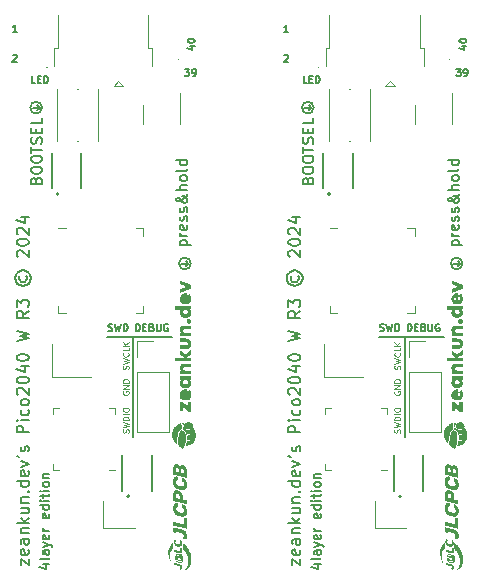
<source format=gbr>
G04 #@! TF.GenerationSoftware,KiCad,Pcbnew,7.0.7*
G04 #@! TF.CreationDate,2023-10-11T15:24:28+07:00*
G04 #@! TF.ProjectId,panel,70616e65-6c2e-46b6-9963-61645f706362,rev?*
G04 #@! TF.SameCoordinates,Original*
G04 #@! TF.FileFunction,Legend,Top*
G04 #@! TF.FilePolarity,Positive*
%FSLAX46Y46*%
G04 Gerber Fmt 4.6, Leading zero omitted, Abs format (unit mm)*
G04 Created by KiCad (PCBNEW 7.0.7) date 2023-10-11 15:24:28*
%MOMM*%
%LPD*%
G01*
G04 APERTURE LIST*
%ADD10C,0.125000*%
%ADD11C,0.200000*%
%ADD12C,0.150000*%
%ADD13C,0.175000*%
%ADD14C,0.100000*%
%ADD15C,0.120000*%
%ADD16C,0.127000*%
G04 APERTURE END LIST*
D10*
X162208500Y-62522525D02*
X162232309Y-62451097D01*
X162232309Y-62451097D02*
X162232309Y-62332049D01*
X162232309Y-62332049D02*
X162208500Y-62284430D01*
X162208500Y-62284430D02*
X162184690Y-62260621D01*
X162184690Y-62260621D02*
X162137071Y-62236811D01*
X162137071Y-62236811D02*
X162089452Y-62236811D01*
X162089452Y-62236811D02*
X162041833Y-62260621D01*
X162041833Y-62260621D02*
X162018023Y-62284430D01*
X162018023Y-62284430D02*
X161994214Y-62332049D01*
X161994214Y-62332049D02*
X161970404Y-62427287D01*
X161970404Y-62427287D02*
X161946595Y-62474906D01*
X161946595Y-62474906D02*
X161922785Y-62498716D01*
X161922785Y-62498716D02*
X161875166Y-62522525D01*
X161875166Y-62522525D02*
X161827547Y-62522525D01*
X161827547Y-62522525D02*
X161779928Y-62498716D01*
X161779928Y-62498716D02*
X161756119Y-62474906D01*
X161756119Y-62474906D02*
X161732309Y-62427287D01*
X161732309Y-62427287D02*
X161732309Y-62308240D01*
X161732309Y-62308240D02*
X161756119Y-62236811D01*
X161732309Y-62070145D02*
X162232309Y-61951097D01*
X162232309Y-61951097D02*
X161875166Y-61855859D01*
X161875166Y-61855859D02*
X162232309Y-61760621D01*
X162232309Y-61760621D02*
X161732309Y-61641574D01*
X162232309Y-61451097D02*
X161732309Y-61451097D01*
X161732309Y-61451097D02*
X161732309Y-61332049D01*
X161732309Y-61332049D02*
X161756119Y-61260621D01*
X161756119Y-61260621D02*
X161803738Y-61213002D01*
X161803738Y-61213002D02*
X161851357Y-61189192D01*
X161851357Y-61189192D02*
X161946595Y-61165383D01*
X161946595Y-61165383D02*
X162018023Y-61165383D01*
X162018023Y-61165383D02*
X162113261Y-61189192D01*
X162113261Y-61189192D02*
X162160880Y-61213002D01*
X162160880Y-61213002D02*
X162208500Y-61260621D01*
X162208500Y-61260621D02*
X162232309Y-61332049D01*
X162232309Y-61332049D02*
X162232309Y-61451097D01*
X162232309Y-60951097D02*
X161732309Y-60951097D01*
X161732309Y-60617764D02*
X161732309Y-60522526D01*
X161732309Y-60522526D02*
X161756119Y-60474907D01*
X161756119Y-60474907D02*
X161803738Y-60427288D01*
X161803738Y-60427288D02*
X161898976Y-60403478D01*
X161898976Y-60403478D02*
X162065642Y-60403478D01*
X162065642Y-60403478D02*
X162160880Y-60427288D01*
X162160880Y-60427288D02*
X162208500Y-60474907D01*
X162208500Y-60474907D02*
X162232309Y-60522526D01*
X162232309Y-60522526D02*
X162232309Y-60617764D01*
X162232309Y-60617764D02*
X162208500Y-60665383D01*
X162208500Y-60665383D02*
X162160880Y-60713002D01*
X162160880Y-60713002D02*
X162065642Y-60736811D01*
X162065642Y-60736811D02*
X161898976Y-60736811D01*
X161898976Y-60736811D02*
X161803738Y-60713002D01*
X161803738Y-60713002D02*
X161756119Y-60665383D01*
X161756119Y-60665383D02*
X161732309Y-60617764D01*
D11*
X153100552Y-73725564D02*
X153100552Y-73201755D01*
X153100552Y-73201755D02*
X153767219Y-73725564D01*
X153767219Y-73725564D02*
X153767219Y-73201755D01*
X153719600Y-72439850D02*
X153767219Y-72535088D01*
X153767219Y-72535088D02*
X153767219Y-72725564D01*
X153767219Y-72725564D02*
X153719600Y-72820802D01*
X153719600Y-72820802D02*
X153624361Y-72868421D01*
X153624361Y-72868421D02*
X153243409Y-72868421D01*
X153243409Y-72868421D02*
X153148171Y-72820802D01*
X153148171Y-72820802D02*
X153100552Y-72725564D01*
X153100552Y-72725564D02*
X153100552Y-72535088D01*
X153100552Y-72535088D02*
X153148171Y-72439850D01*
X153148171Y-72439850D02*
X153243409Y-72392231D01*
X153243409Y-72392231D02*
X153338647Y-72392231D01*
X153338647Y-72392231D02*
X153433885Y-72868421D01*
X153767219Y-71535088D02*
X153243409Y-71535088D01*
X153243409Y-71535088D02*
X153148171Y-71582707D01*
X153148171Y-71582707D02*
X153100552Y-71677945D01*
X153100552Y-71677945D02*
X153100552Y-71868421D01*
X153100552Y-71868421D02*
X153148171Y-71963659D01*
X153719600Y-71535088D02*
X153767219Y-71630326D01*
X153767219Y-71630326D02*
X153767219Y-71868421D01*
X153767219Y-71868421D02*
X153719600Y-71963659D01*
X153719600Y-71963659D02*
X153624361Y-72011278D01*
X153624361Y-72011278D02*
X153529123Y-72011278D01*
X153529123Y-72011278D02*
X153433885Y-71963659D01*
X153433885Y-71963659D02*
X153386266Y-71868421D01*
X153386266Y-71868421D02*
X153386266Y-71630326D01*
X153386266Y-71630326D02*
X153338647Y-71535088D01*
X153100552Y-71058897D02*
X153767219Y-71058897D01*
X153195790Y-71058897D02*
X153148171Y-71011278D01*
X153148171Y-71011278D02*
X153100552Y-70916040D01*
X153100552Y-70916040D02*
X153100552Y-70773183D01*
X153100552Y-70773183D02*
X153148171Y-70677945D01*
X153148171Y-70677945D02*
X153243409Y-70630326D01*
X153243409Y-70630326D02*
X153767219Y-70630326D01*
X153767219Y-70154135D02*
X152767219Y-70154135D01*
X153386266Y-70058897D02*
X153767219Y-69773183D01*
X153100552Y-69773183D02*
X153481504Y-70154135D01*
X153100552Y-68916040D02*
X153767219Y-68916040D01*
X153100552Y-69344611D02*
X153624361Y-69344611D01*
X153624361Y-69344611D02*
X153719600Y-69296992D01*
X153719600Y-69296992D02*
X153767219Y-69201754D01*
X153767219Y-69201754D02*
X153767219Y-69058897D01*
X153767219Y-69058897D02*
X153719600Y-68963659D01*
X153719600Y-68963659D02*
X153671980Y-68916040D01*
X153100552Y-68439849D02*
X153767219Y-68439849D01*
X153195790Y-68439849D02*
X153148171Y-68392230D01*
X153148171Y-68392230D02*
X153100552Y-68296992D01*
X153100552Y-68296992D02*
X153100552Y-68154135D01*
X153100552Y-68154135D02*
X153148171Y-68058897D01*
X153148171Y-68058897D02*
X153243409Y-68011278D01*
X153243409Y-68011278D02*
X153767219Y-68011278D01*
X153671980Y-67535087D02*
X153719600Y-67487468D01*
X153719600Y-67487468D02*
X153767219Y-67535087D01*
X153767219Y-67535087D02*
X153719600Y-67582706D01*
X153719600Y-67582706D02*
X153671980Y-67535087D01*
X153671980Y-67535087D02*
X153767219Y-67535087D01*
X153767219Y-66630326D02*
X152767219Y-66630326D01*
X153719600Y-66630326D02*
X153767219Y-66725564D01*
X153767219Y-66725564D02*
X153767219Y-66916040D01*
X153767219Y-66916040D02*
X153719600Y-67011278D01*
X153719600Y-67011278D02*
X153671980Y-67058897D01*
X153671980Y-67058897D02*
X153576742Y-67106516D01*
X153576742Y-67106516D02*
X153291028Y-67106516D01*
X153291028Y-67106516D02*
X153195790Y-67058897D01*
X153195790Y-67058897D02*
X153148171Y-67011278D01*
X153148171Y-67011278D02*
X153100552Y-66916040D01*
X153100552Y-66916040D02*
X153100552Y-66725564D01*
X153100552Y-66725564D02*
X153148171Y-66630326D01*
X153719600Y-65773183D02*
X153767219Y-65868421D01*
X153767219Y-65868421D02*
X153767219Y-66058897D01*
X153767219Y-66058897D02*
X153719600Y-66154135D01*
X153719600Y-66154135D02*
X153624361Y-66201754D01*
X153624361Y-66201754D02*
X153243409Y-66201754D01*
X153243409Y-66201754D02*
X153148171Y-66154135D01*
X153148171Y-66154135D02*
X153100552Y-66058897D01*
X153100552Y-66058897D02*
X153100552Y-65868421D01*
X153100552Y-65868421D02*
X153148171Y-65773183D01*
X153148171Y-65773183D02*
X153243409Y-65725564D01*
X153243409Y-65725564D02*
X153338647Y-65725564D01*
X153338647Y-65725564D02*
X153433885Y-66201754D01*
X153100552Y-65392230D02*
X153767219Y-65154135D01*
X153767219Y-65154135D02*
X153100552Y-64916040D01*
X152767219Y-64487468D02*
X152957695Y-64582706D01*
X153719600Y-64106516D02*
X153767219Y-64011278D01*
X153767219Y-64011278D02*
X153767219Y-63820802D01*
X153767219Y-63820802D02*
X153719600Y-63725564D01*
X153719600Y-63725564D02*
X153624361Y-63677945D01*
X153624361Y-63677945D02*
X153576742Y-63677945D01*
X153576742Y-63677945D02*
X153481504Y-63725564D01*
X153481504Y-63725564D02*
X153433885Y-63820802D01*
X153433885Y-63820802D02*
X153433885Y-63963659D01*
X153433885Y-63963659D02*
X153386266Y-64058897D01*
X153386266Y-64058897D02*
X153291028Y-64106516D01*
X153291028Y-64106516D02*
X153243409Y-64106516D01*
X153243409Y-64106516D02*
X153148171Y-64058897D01*
X153148171Y-64058897D02*
X153100552Y-63963659D01*
X153100552Y-63963659D02*
X153100552Y-63820802D01*
X153100552Y-63820802D02*
X153148171Y-63725564D01*
X153767219Y-62487468D02*
X152767219Y-62487468D01*
X152767219Y-62487468D02*
X152767219Y-62106516D01*
X152767219Y-62106516D02*
X152814838Y-62011278D01*
X152814838Y-62011278D02*
X152862457Y-61963659D01*
X152862457Y-61963659D02*
X152957695Y-61916040D01*
X152957695Y-61916040D02*
X153100552Y-61916040D01*
X153100552Y-61916040D02*
X153195790Y-61963659D01*
X153195790Y-61963659D02*
X153243409Y-62011278D01*
X153243409Y-62011278D02*
X153291028Y-62106516D01*
X153291028Y-62106516D02*
X153291028Y-62487468D01*
X153767219Y-61487468D02*
X153100552Y-61487468D01*
X152767219Y-61487468D02*
X152814838Y-61535087D01*
X152814838Y-61535087D02*
X152862457Y-61487468D01*
X152862457Y-61487468D02*
X152814838Y-61439849D01*
X152814838Y-61439849D02*
X152767219Y-61487468D01*
X152767219Y-61487468D02*
X152862457Y-61487468D01*
X153719600Y-60582707D02*
X153767219Y-60677945D01*
X153767219Y-60677945D02*
X153767219Y-60868421D01*
X153767219Y-60868421D02*
X153719600Y-60963659D01*
X153719600Y-60963659D02*
X153671980Y-61011278D01*
X153671980Y-61011278D02*
X153576742Y-61058897D01*
X153576742Y-61058897D02*
X153291028Y-61058897D01*
X153291028Y-61058897D02*
X153195790Y-61011278D01*
X153195790Y-61011278D02*
X153148171Y-60963659D01*
X153148171Y-60963659D02*
X153100552Y-60868421D01*
X153100552Y-60868421D02*
X153100552Y-60677945D01*
X153100552Y-60677945D02*
X153148171Y-60582707D01*
X153767219Y-60011278D02*
X153719600Y-60106516D01*
X153719600Y-60106516D02*
X153671980Y-60154135D01*
X153671980Y-60154135D02*
X153576742Y-60201754D01*
X153576742Y-60201754D02*
X153291028Y-60201754D01*
X153291028Y-60201754D02*
X153195790Y-60154135D01*
X153195790Y-60154135D02*
X153148171Y-60106516D01*
X153148171Y-60106516D02*
X153100552Y-60011278D01*
X153100552Y-60011278D02*
X153100552Y-59868421D01*
X153100552Y-59868421D02*
X153148171Y-59773183D01*
X153148171Y-59773183D02*
X153195790Y-59725564D01*
X153195790Y-59725564D02*
X153291028Y-59677945D01*
X153291028Y-59677945D02*
X153576742Y-59677945D01*
X153576742Y-59677945D02*
X153671980Y-59725564D01*
X153671980Y-59725564D02*
X153719600Y-59773183D01*
X153719600Y-59773183D02*
X153767219Y-59868421D01*
X153767219Y-59868421D02*
X153767219Y-60011278D01*
X152862457Y-59296992D02*
X152814838Y-59249373D01*
X152814838Y-59249373D02*
X152767219Y-59154135D01*
X152767219Y-59154135D02*
X152767219Y-58916040D01*
X152767219Y-58916040D02*
X152814838Y-58820802D01*
X152814838Y-58820802D02*
X152862457Y-58773183D01*
X152862457Y-58773183D02*
X152957695Y-58725564D01*
X152957695Y-58725564D02*
X153052933Y-58725564D01*
X153052933Y-58725564D02*
X153195790Y-58773183D01*
X153195790Y-58773183D02*
X153767219Y-59344611D01*
X153767219Y-59344611D02*
X153767219Y-58725564D01*
X152767219Y-58106516D02*
X152767219Y-58011278D01*
X152767219Y-58011278D02*
X152814838Y-57916040D01*
X152814838Y-57916040D02*
X152862457Y-57868421D01*
X152862457Y-57868421D02*
X152957695Y-57820802D01*
X152957695Y-57820802D02*
X153148171Y-57773183D01*
X153148171Y-57773183D02*
X153386266Y-57773183D01*
X153386266Y-57773183D02*
X153576742Y-57820802D01*
X153576742Y-57820802D02*
X153671980Y-57868421D01*
X153671980Y-57868421D02*
X153719600Y-57916040D01*
X153719600Y-57916040D02*
X153767219Y-58011278D01*
X153767219Y-58011278D02*
X153767219Y-58106516D01*
X153767219Y-58106516D02*
X153719600Y-58201754D01*
X153719600Y-58201754D02*
X153671980Y-58249373D01*
X153671980Y-58249373D02*
X153576742Y-58296992D01*
X153576742Y-58296992D02*
X153386266Y-58344611D01*
X153386266Y-58344611D02*
X153148171Y-58344611D01*
X153148171Y-58344611D02*
X152957695Y-58296992D01*
X152957695Y-58296992D02*
X152862457Y-58249373D01*
X152862457Y-58249373D02*
X152814838Y-58201754D01*
X152814838Y-58201754D02*
X152767219Y-58106516D01*
X153100552Y-56916040D02*
X153767219Y-56916040D01*
X152719600Y-57154135D02*
X153433885Y-57392230D01*
X153433885Y-57392230D02*
X153433885Y-56773183D01*
X152767219Y-56201754D02*
X152767219Y-56106516D01*
X152767219Y-56106516D02*
X152814838Y-56011278D01*
X152814838Y-56011278D02*
X152862457Y-55963659D01*
X152862457Y-55963659D02*
X152957695Y-55916040D01*
X152957695Y-55916040D02*
X153148171Y-55868421D01*
X153148171Y-55868421D02*
X153386266Y-55868421D01*
X153386266Y-55868421D02*
X153576742Y-55916040D01*
X153576742Y-55916040D02*
X153671980Y-55963659D01*
X153671980Y-55963659D02*
X153719600Y-56011278D01*
X153719600Y-56011278D02*
X153767219Y-56106516D01*
X153767219Y-56106516D02*
X153767219Y-56201754D01*
X153767219Y-56201754D02*
X153719600Y-56296992D01*
X153719600Y-56296992D02*
X153671980Y-56344611D01*
X153671980Y-56344611D02*
X153576742Y-56392230D01*
X153576742Y-56392230D02*
X153386266Y-56439849D01*
X153386266Y-56439849D02*
X153148171Y-56439849D01*
X153148171Y-56439849D02*
X152957695Y-56392230D01*
X152957695Y-56392230D02*
X152862457Y-56344611D01*
X152862457Y-56344611D02*
X152814838Y-56296992D01*
X152814838Y-56296992D02*
X152767219Y-56201754D01*
X152767219Y-54773182D02*
X153767219Y-54535087D01*
X153767219Y-54535087D02*
X153052933Y-54344611D01*
X153052933Y-54344611D02*
X153767219Y-54154135D01*
X153767219Y-54154135D02*
X152767219Y-53916040D01*
X153767219Y-52201754D02*
X153291028Y-52535087D01*
X153767219Y-52773182D02*
X152767219Y-52773182D01*
X152767219Y-52773182D02*
X152767219Y-52392230D01*
X152767219Y-52392230D02*
X152814838Y-52296992D01*
X152814838Y-52296992D02*
X152862457Y-52249373D01*
X152862457Y-52249373D02*
X152957695Y-52201754D01*
X152957695Y-52201754D02*
X153100552Y-52201754D01*
X153100552Y-52201754D02*
X153195790Y-52249373D01*
X153195790Y-52249373D02*
X153243409Y-52296992D01*
X153243409Y-52296992D02*
X153291028Y-52392230D01*
X153291028Y-52392230D02*
X153291028Y-52773182D01*
X152767219Y-51868420D02*
X152767219Y-51249373D01*
X152767219Y-51249373D02*
X153148171Y-51582706D01*
X153148171Y-51582706D02*
X153148171Y-51439849D01*
X153148171Y-51439849D02*
X153195790Y-51344611D01*
X153195790Y-51344611D02*
X153243409Y-51296992D01*
X153243409Y-51296992D02*
X153338647Y-51249373D01*
X153338647Y-51249373D02*
X153576742Y-51249373D01*
X153576742Y-51249373D02*
X153671980Y-51296992D01*
X153671980Y-51296992D02*
X153719600Y-51344611D01*
X153719600Y-51344611D02*
X153767219Y-51439849D01*
X153767219Y-51439849D02*
X153767219Y-51725563D01*
X153767219Y-51725563D02*
X153719600Y-51820801D01*
X153719600Y-51820801D02*
X153671980Y-51868420D01*
X153005314Y-49249372D02*
X152957695Y-49344611D01*
X152957695Y-49344611D02*
X152957695Y-49535087D01*
X152957695Y-49535087D02*
X153005314Y-49630325D01*
X153005314Y-49630325D02*
X153100552Y-49725563D01*
X153100552Y-49725563D02*
X153195790Y-49773182D01*
X153195790Y-49773182D02*
X153386266Y-49773182D01*
X153386266Y-49773182D02*
X153481504Y-49725563D01*
X153481504Y-49725563D02*
X153576742Y-49630325D01*
X153576742Y-49630325D02*
X153624361Y-49535087D01*
X153624361Y-49535087D02*
X153624361Y-49344611D01*
X153624361Y-49344611D02*
X153576742Y-49249372D01*
X152624361Y-49439849D02*
X152671980Y-49677944D01*
X152671980Y-49677944D02*
X152814838Y-49916039D01*
X152814838Y-49916039D02*
X153052933Y-50058896D01*
X153052933Y-50058896D02*
X153291028Y-50106515D01*
X153291028Y-50106515D02*
X153529123Y-50058896D01*
X153529123Y-50058896D02*
X153767219Y-49916039D01*
X153767219Y-49916039D02*
X153910076Y-49677944D01*
X153910076Y-49677944D02*
X153957695Y-49439849D01*
X153957695Y-49439849D02*
X153910076Y-49201753D01*
X153910076Y-49201753D02*
X153767219Y-48963658D01*
X153767219Y-48963658D02*
X153529123Y-48820801D01*
X153529123Y-48820801D02*
X153291028Y-48773182D01*
X153291028Y-48773182D02*
X153052933Y-48820801D01*
X153052933Y-48820801D02*
X152814838Y-48963658D01*
X152814838Y-48963658D02*
X152671980Y-49201753D01*
X152671980Y-49201753D02*
X152624361Y-49439849D01*
X152862457Y-47630324D02*
X152814838Y-47582705D01*
X152814838Y-47582705D02*
X152767219Y-47487467D01*
X152767219Y-47487467D02*
X152767219Y-47249372D01*
X152767219Y-47249372D02*
X152814838Y-47154134D01*
X152814838Y-47154134D02*
X152862457Y-47106515D01*
X152862457Y-47106515D02*
X152957695Y-47058896D01*
X152957695Y-47058896D02*
X153052933Y-47058896D01*
X153052933Y-47058896D02*
X153195790Y-47106515D01*
X153195790Y-47106515D02*
X153767219Y-47677943D01*
X153767219Y-47677943D02*
X153767219Y-47058896D01*
X152767219Y-46439848D02*
X152767219Y-46344610D01*
X152767219Y-46344610D02*
X152814838Y-46249372D01*
X152814838Y-46249372D02*
X152862457Y-46201753D01*
X152862457Y-46201753D02*
X152957695Y-46154134D01*
X152957695Y-46154134D02*
X153148171Y-46106515D01*
X153148171Y-46106515D02*
X153386266Y-46106515D01*
X153386266Y-46106515D02*
X153576742Y-46154134D01*
X153576742Y-46154134D02*
X153671980Y-46201753D01*
X153671980Y-46201753D02*
X153719600Y-46249372D01*
X153719600Y-46249372D02*
X153767219Y-46344610D01*
X153767219Y-46344610D02*
X153767219Y-46439848D01*
X153767219Y-46439848D02*
X153719600Y-46535086D01*
X153719600Y-46535086D02*
X153671980Y-46582705D01*
X153671980Y-46582705D02*
X153576742Y-46630324D01*
X153576742Y-46630324D02*
X153386266Y-46677943D01*
X153386266Y-46677943D02*
X153148171Y-46677943D01*
X153148171Y-46677943D02*
X152957695Y-46630324D01*
X152957695Y-46630324D02*
X152862457Y-46582705D01*
X152862457Y-46582705D02*
X152814838Y-46535086D01*
X152814838Y-46535086D02*
X152767219Y-46439848D01*
X152862457Y-45725562D02*
X152814838Y-45677943D01*
X152814838Y-45677943D02*
X152767219Y-45582705D01*
X152767219Y-45582705D02*
X152767219Y-45344610D01*
X152767219Y-45344610D02*
X152814838Y-45249372D01*
X152814838Y-45249372D02*
X152862457Y-45201753D01*
X152862457Y-45201753D02*
X152957695Y-45154134D01*
X152957695Y-45154134D02*
X153052933Y-45154134D01*
X153052933Y-45154134D02*
X153195790Y-45201753D01*
X153195790Y-45201753D02*
X153767219Y-45773181D01*
X153767219Y-45773181D02*
X153767219Y-45154134D01*
X153100552Y-44296991D02*
X153767219Y-44296991D01*
X152719600Y-44535086D02*
X153433885Y-44773181D01*
X153433885Y-44773181D02*
X153433885Y-44154134D01*
D12*
X152412969Y-30575914D02*
X152441541Y-30547342D01*
X152441541Y-30547342D02*
X152498684Y-30518771D01*
X152498684Y-30518771D02*
X152641541Y-30518771D01*
X152641541Y-30518771D02*
X152698684Y-30547342D01*
X152698684Y-30547342D02*
X152727255Y-30575914D01*
X152727255Y-30575914D02*
X152755826Y-30633057D01*
X152755826Y-30633057D02*
X152755826Y-30690200D01*
X152755826Y-30690200D02*
X152727255Y-30775914D01*
X152727255Y-30775914D02*
X152384398Y-31118771D01*
X152384398Y-31118771D02*
X152755826Y-31118771D01*
D13*
X143580757Y-46670583D02*
X144480757Y-46670583D01*
X143623614Y-46670583D02*
X143580757Y-46584869D01*
X143580757Y-46584869D02*
X143580757Y-46413440D01*
X143580757Y-46413440D02*
X143623614Y-46327726D01*
X143623614Y-46327726D02*
X143666471Y-46284869D01*
X143666471Y-46284869D02*
X143752185Y-46242011D01*
X143752185Y-46242011D02*
X144009328Y-46242011D01*
X144009328Y-46242011D02*
X144095042Y-46284869D01*
X144095042Y-46284869D02*
X144137900Y-46327726D01*
X144137900Y-46327726D02*
X144180757Y-46413440D01*
X144180757Y-46413440D02*
X144180757Y-46584869D01*
X144180757Y-46584869D02*
X144137900Y-46670583D01*
X144180757Y-45856297D02*
X143580757Y-45856297D01*
X143752185Y-45856297D02*
X143666471Y-45813440D01*
X143666471Y-45813440D02*
X143623614Y-45770583D01*
X143623614Y-45770583D02*
X143580757Y-45684868D01*
X143580757Y-45684868D02*
X143580757Y-45599154D01*
X144137900Y-44956297D02*
X144180757Y-45042011D01*
X144180757Y-45042011D02*
X144180757Y-45213440D01*
X144180757Y-45213440D02*
X144137900Y-45299154D01*
X144137900Y-45299154D02*
X144052185Y-45342011D01*
X144052185Y-45342011D02*
X143709328Y-45342011D01*
X143709328Y-45342011D02*
X143623614Y-45299154D01*
X143623614Y-45299154D02*
X143580757Y-45213440D01*
X143580757Y-45213440D02*
X143580757Y-45042011D01*
X143580757Y-45042011D02*
X143623614Y-44956297D01*
X143623614Y-44956297D02*
X143709328Y-44913440D01*
X143709328Y-44913440D02*
X143795042Y-44913440D01*
X143795042Y-44913440D02*
X143880757Y-45342011D01*
X144137900Y-44570582D02*
X144180757Y-44484868D01*
X144180757Y-44484868D02*
X144180757Y-44313439D01*
X144180757Y-44313439D02*
X144137900Y-44227725D01*
X144137900Y-44227725D02*
X144052185Y-44184868D01*
X144052185Y-44184868D02*
X144009328Y-44184868D01*
X144009328Y-44184868D02*
X143923614Y-44227725D01*
X143923614Y-44227725D02*
X143880757Y-44313439D01*
X143880757Y-44313439D02*
X143880757Y-44442011D01*
X143880757Y-44442011D02*
X143837900Y-44527725D01*
X143837900Y-44527725D02*
X143752185Y-44570582D01*
X143752185Y-44570582D02*
X143709328Y-44570582D01*
X143709328Y-44570582D02*
X143623614Y-44527725D01*
X143623614Y-44527725D02*
X143580757Y-44442011D01*
X143580757Y-44442011D02*
X143580757Y-44313439D01*
X143580757Y-44313439D02*
X143623614Y-44227725D01*
X144137900Y-43842011D02*
X144180757Y-43756297D01*
X144180757Y-43756297D02*
X144180757Y-43584868D01*
X144180757Y-43584868D02*
X144137900Y-43499154D01*
X144137900Y-43499154D02*
X144052185Y-43456297D01*
X144052185Y-43456297D02*
X144009328Y-43456297D01*
X144009328Y-43456297D02*
X143923614Y-43499154D01*
X143923614Y-43499154D02*
X143880757Y-43584868D01*
X143880757Y-43584868D02*
X143880757Y-43713440D01*
X143880757Y-43713440D02*
X143837900Y-43799154D01*
X143837900Y-43799154D02*
X143752185Y-43842011D01*
X143752185Y-43842011D02*
X143709328Y-43842011D01*
X143709328Y-43842011D02*
X143623614Y-43799154D01*
X143623614Y-43799154D02*
X143580757Y-43713440D01*
X143580757Y-43713440D02*
X143580757Y-43584868D01*
X143580757Y-43584868D02*
X143623614Y-43499154D01*
X144180757Y-42342011D02*
X144180757Y-42384869D01*
X144180757Y-42384869D02*
X144137900Y-42470583D01*
X144137900Y-42470583D02*
X144009328Y-42599154D01*
X144009328Y-42599154D02*
X143752185Y-42813440D01*
X143752185Y-42813440D02*
X143623614Y-42899154D01*
X143623614Y-42899154D02*
X143495042Y-42942011D01*
X143495042Y-42942011D02*
X143409328Y-42942011D01*
X143409328Y-42942011D02*
X143323614Y-42899154D01*
X143323614Y-42899154D02*
X143280757Y-42813440D01*
X143280757Y-42813440D02*
X143280757Y-42770583D01*
X143280757Y-42770583D02*
X143323614Y-42684869D01*
X143323614Y-42684869D02*
X143409328Y-42642011D01*
X143409328Y-42642011D02*
X143452185Y-42642011D01*
X143452185Y-42642011D02*
X143537900Y-42684869D01*
X143537900Y-42684869D02*
X143580757Y-42727726D01*
X143580757Y-42727726D02*
X143752185Y-42984869D01*
X143752185Y-42984869D02*
X143795042Y-43027726D01*
X143795042Y-43027726D02*
X143880757Y-43070583D01*
X143880757Y-43070583D02*
X144009328Y-43070583D01*
X144009328Y-43070583D02*
X144095042Y-43027726D01*
X144095042Y-43027726D02*
X144137900Y-42984869D01*
X144137900Y-42984869D02*
X144180757Y-42899154D01*
X144180757Y-42899154D02*
X144180757Y-42770583D01*
X144180757Y-42770583D02*
X144137900Y-42684869D01*
X144137900Y-42684869D02*
X144095042Y-42642011D01*
X144095042Y-42642011D02*
X143923614Y-42513440D01*
X143923614Y-42513440D02*
X143795042Y-42470583D01*
X143795042Y-42470583D02*
X143709328Y-42470583D01*
X144180757Y-41956297D02*
X143280757Y-41956297D01*
X144180757Y-41570583D02*
X143709328Y-41570583D01*
X143709328Y-41570583D02*
X143623614Y-41613440D01*
X143623614Y-41613440D02*
X143580757Y-41699154D01*
X143580757Y-41699154D02*
X143580757Y-41827725D01*
X143580757Y-41827725D02*
X143623614Y-41913440D01*
X143623614Y-41913440D02*
X143666471Y-41956297D01*
X144180757Y-41013439D02*
X144137900Y-41099154D01*
X144137900Y-41099154D02*
X144095042Y-41142011D01*
X144095042Y-41142011D02*
X144009328Y-41184868D01*
X144009328Y-41184868D02*
X143752185Y-41184868D01*
X143752185Y-41184868D02*
X143666471Y-41142011D01*
X143666471Y-41142011D02*
X143623614Y-41099154D01*
X143623614Y-41099154D02*
X143580757Y-41013439D01*
X143580757Y-41013439D02*
X143580757Y-40884868D01*
X143580757Y-40884868D02*
X143623614Y-40799154D01*
X143623614Y-40799154D02*
X143666471Y-40756297D01*
X143666471Y-40756297D02*
X143752185Y-40713439D01*
X143752185Y-40713439D02*
X144009328Y-40713439D01*
X144009328Y-40713439D02*
X144095042Y-40756297D01*
X144095042Y-40756297D02*
X144137900Y-40799154D01*
X144137900Y-40799154D02*
X144180757Y-40884868D01*
X144180757Y-40884868D02*
X144180757Y-41013439D01*
X144180757Y-40199153D02*
X144137900Y-40284868D01*
X144137900Y-40284868D02*
X144052185Y-40327725D01*
X144052185Y-40327725D02*
X143280757Y-40327725D01*
X144180757Y-39470582D02*
X143280757Y-39470582D01*
X144137900Y-39470582D02*
X144180757Y-39556296D01*
X144180757Y-39556296D02*
X144180757Y-39727724D01*
X144180757Y-39727724D02*
X144137900Y-39813439D01*
X144137900Y-39813439D02*
X144095042Y-39856296D01*
X144095042Y-39856296D02*
X144009328Y-39899153D01*
X144009328Y-39899153D02*
X143752185Y-39899153D01*
X143752185Y-39899153D02*
X143666471Y-39856296D01*
X143666471Y-39856296D02*
X143623614Y-39813439D01*
X143623614Y-39813439D02*
X143580757Y-39727724D01*
X143580757Y-39727724D02*
X143580757Y-39556296D01*
X143580757Y-39556296D02*
X143623614Y-39470582D01*
D10*
X139208500Y-57122525D02*
X139232309Y-57051097D01*
X139232309Y-57051097D02*
X139232309Y-56932049D01*
X139232309Y-56932049D02*
X139208500Y-56884430D01*
X139208500Y-56884430D02*
X139184690Y-56860621D01*
X139184690Y-56860621D02*
X139137071Y-56836811D01*
X139137071Y-56836811D02*
X139089452Y-56836811D01*
X139089452Y-56836811D02*
X139041833Y-56860621D01*
X139041833Y-56860621D02*
X139018023Y-56884430D01*
X139018023Y-56884430D02*
X138994214Y-56932049D01*
X138994214Y-56932049D02*
X138970404Y-57027287D01*
X138970404Y-57027287D02*
X138946595Y-57074906D01*
X138946595Y-57074906D02*
X138922785Y-57098716D01*
X138922785Y-57098716D02*
X138875166Y-57122525D01*
X138875166Y-57122525D02*
X138827547Y-57122525D01*
X138827547Y-57122525D02*
X138779928Y-57098716D01*
X138779928Y-57098716D02*
X138756119Y-57074906D01*
X138756119Y-57074906D02*
X138732309Y-57027287D01*
X138732309Y-57027287D02*
X138732309Y-56908240D01*
X138732309Y-56908240D02*
X138756119Y-56836811D01*
X138732309Y-56670145D02*
X139232309Y-56551097D01*
X139232309Y-56551097D02*
X138875166Y-56455859D01*
X138875166Y-56455859D02*
X139232309Y-56360621D01*
X139232309Y-56360621D02*
X138732309Y-56241574D01*
X139184690Y-55765383D02*
X139208500Y-55789192D01*
X139208500Y-55789192D02*
X139232309Y-55860621D01*
X139232309Y-55860621D02*
X139232309Y-55908240D01*
X139232309Y-55908240D02*
X139208500Y-55979668D01*
X139208500Y-55979668D02*
X139160880Y-56027287D01*
X139160880Y-56027287D02*
X139113261Y-56051097D01*
X139113261Y-56051097D02*
X139018023Y-56074906D01*
X139018023Y-56074906D02*
X138946595Y-56074906D01*
X138946595Y-56074906D02*
X138851357Y-56051097D01*
X138851357Y-56051097D02*
X138803738Y-56027287D01*
X138803738Y-56027287D02*
X138756119Y-55979668D01*
X138756119Y-55979668D02*
X138732309Y-55908240D01*
X138732309Y-55908240D02*
X138732309Y-55860621D01*
X138732309Y-55860621D02*
X138756119Y-55789192D01*
X138756119Y-55789192D02*
X138779928Y-55765383D01*
X139232309Y-55313002D02*
X139232309Y-55551097D01*
X139232309Y-55551097D02*
X138732309Y-55551097D01*
X139232309Y-55146335D02*
X138732309Y-55146335D01*
X139232309Y-54860621D02*
X138946595Y-55074906D01*
X138732309Y-54860621D02*
X139018023Y-55146335D01*
X139208500Y-62522525D02*
X139232309Y-62451097D01*
X139232309Y-62451097D02*
X139232309Y-62332049D01*
X139232309Y-62332049D02*
X139208500Y-62284430D01*
X139208500Y-62284430D02*
X139184690Y-62260621D01*
X139184690Y-62260621D02*
X139137071Y-62236811D01*
X139137071Y-62236811D02*
X139089452Y-62236811D01*
X139089452Y-62236811D02*
X139041833Y-62260621D01*
X139041833Y-62260621D02*
X139018023Y-62284430D01*
X139018023Y-62284430D02*
X138994214Y-62332049D01*
X138994214Y-62332049D02*
X138970404Y-62427287D01*
X138970404Y-62427287D02*
X138946595Y-62474906D01*
X138946595Y-62474906D02*
X138922785Y-62498716D01*
X138922785Y-62498716D02*
X138875166Y-62522525D01*
X138875166Y-62522525D02*
X138827547Y-62522525D01*
X138827547Y-62522525D02*
X138779928Y-62498716D01*
X138779928Y-62498716D02*
X138756119Y-62474906D01*
X138756119Y-62474906D02*
X138732309Y-62427287D01*
X138732309Y-62427287D02*
X138732309Y-62308240D01*
X138732309Y-62308240D02*
X138756119Y-62236811D01*
X138732309Y-62070145D02*
X139232309Y-61951097D01*
X139232309Y-61951097D02*
X138875166Y-61855859D01*
X138875166Y-61855859D02*
X139232309Y-61760621D01*
X139232309Y-61760621D02*
X138732309Y-61641574D01*
X139232309Y-61451097D02*
X138732309Y-61451097D01*
X138732309Y-61451097D02*
X138732309Y-61332049D01*
X138732309Y-61332049D02*
X138756119Y-61260621D01*
X138756119Y-61260621D02*
X138803738Y-61213002D01*
X138803738Y-61213002D02*
X138851357Y-61189192D01*
X138851357Y-61189192D02*
X138946595Y-61165383D01*
X138946595Y-61165383D02*
X139018023Y-61165383D01*
X139018023Y-61165383D02*
X139113261Y-61189192D01*
X139113261Y-61189192D02*
X139160880Y-61213002D01*
X139160880Y-61213002D02*
X139208500Y-61260621D01*
X139208500Y-61260621D02*
X139232309Y-61332049D01*
X139232309Y-61332049D02*
X139232309Y-61451097D01*
X139232309Y-60951097D02*
X138732309Y-60951097D01*
X138732309Y-60617764D02*
X138732309Y-60522526D01*
X138732309Y-60522526D02*
X138756119Y-60474907D01*
X138756119Y-60474907D02*
X138803738Y-60427288D01*
X138803738Y-60427288D02*
X138898976Y-60403478D01*
X138898976Y-60403478D02*
X139065642Y-60403478D01*
X139065642Y-60403478D02*
X139160880Y-60427288D01*
X139160880Y-60427288D02*
X139208500Y-60474907D01*
X139208500Y-60474907D02*
X139232309Y-60522526D01*
X139232309Y-60522526D02*
X139232309Y-60617764D01*
X139232309Y-60617764D02*
X139208500Y-60665383D01*
X139208500Y-60665383D02*
X139160880Y-60713002D01*
X139160880Y-60713002D02*
X139065642Y-60736811D01*
X139065642Y-60736811D02*
X138898976Y-60736811D01*
X138898976Y-60736811D02*
X138803738Y-60713002D01*
X138803738Y-60713002D02*
X138756119Y-60665383D01*
X138756119Y-60665383D02*
X138732309Y-60617764D01*
D12*
X154327255Y-32918771D02*
X154041541Y-32918771D01*
X154041541Y-32918771D02*
X154041541Y-32318771D01*
X154527255Y-32604485D02*
X154727255Y-32604485D01*
X154812969Y-32918771D02*
X154527255Y-32918771D01*
X154527255Y-32918771D02*
X154527255Y-32318771D01*
X154527255Y-32318771D02*
X154812969Y-32318771D01*
X155070112Y-32918771D02*
X155070112Y-32318771D01*
X155070112Y-32318771D02*
X155212969Y-32318771D01*
X155212969Y-32318771D02*
X155298683Y-32347342D01*
X155298683Y-32347342D02*
X155355826Y-32404485D01*
X155355826Y-32404485D02*
X155384397Y-32461628D01*
X155384397Y-32461628D02*
X155412969Y-32575914D01*
X155412969Y-32575914D02*
X155412969Y-32661628D01*
X155412969Y-32661628D02*
X155384397Y-32775914D01*
X155384397Y-32775914D02*
X155355826Y-32833057D01*
X155355826Y-32833057D02*
X155298683Y-32890200D01*
X155298683Y-32890200D02*
X155212969Y-32918771D01*
X155212969Y-32918771D02*
X155070112Y-32918771D01*
D10*
X161756119Y-59036811D02*
X161732309Y-59084430D01*
X161732309Y-59084430D02*
X161732309Y-59155859D01*
X161732309Y-59155859D02*
X161756119Y-59227287D01*
X161756119Y-59227287D02*
X161803738Y-59274906D01*
X161803738Y-59274906D02*
X161851357Y-59298716D01*
X161851357Y-59298716D02*
X161946595Y-59322525D01*
X161946595Y-59322525D02*
X162018023Y-59322525D01*
X162018023Y-59322525D02*
X162113261Y-59298716D01*
X162113261Y-59298716D02*
X162160880Y-59274906D01*
X162160880Y-59274906D02*
X162208500Y-59227287D01*
X162208500Y-59227287D02*
X162232309Y-59155859D01*
X162232309Y-59155859D02*
X162232309Y-59108240D01*
X162232309Y-59108240D02*
X162208500Y-59036811D01*
X162208500Y-59036811D02*
X162184690Y-59013002D01*
X162184690Y-59013002D02*
X162018023Y-59013002D01*
X162018023Y-59013002D02*
X162018023Y-59108240D01*
X162232309Y-58798716D02*
X161732309Y-58798716D01*
X161732309Y-58798716D02*
X162232309Y-58513002D01*
X162232309Y-58513002D02*
X161732309Y-58513002D01*
X162232309Y-58274906D02*
X161732309Y-58274906D01*
X161732309Y-58274906D02*
X161732309Y-58155858D01*
X161732309Y-58155858D02*
X161756119Y-58084430D01*
X161756119Y-58084430D02*
X161803738Y-58036811D01*
X161803738Y-58036811D02*
X161851357Y-58013001D01*
X161851357Y-58013001D02*
X161946595Y-57989192D01*
X161946595Y-57989192D02*
X162018023Y-57989192D01*
X162018023Y-57989192D02*
X162113261Y-58013001D01*
X162113261Y-58013001D02*
X162160880Y-58036811D01*
X162160880Y-58036811D02*
X162208500Y-58084430D01*
X162208500Y-58084430D02*
X162232309Y-58155858D01*
X162232309Y-58155858D02*
X162232309Y-58274906D01*
D12*
X131960961Y-73667982D02*
X132494295Y-73667982D01*
X131656200Y-73858458D02*
X132227628Y-74048935D01*
X132227628Y-74048935D02*
X132227628Y-73553696D01*
X132494295Y-73134649D02*
X132456200Y-73210839D01*
X132456200Y-73210839D02*
X132380009Y-73248934D01*
X132380009Y-73248934D02*
X131694295Y-73248934D01*
X132494295Y-72487029D02*
X132075247Y-72487029D01*
X132075247Y-72487029D02*
X131999057Y-72525124D01*
X131999057Y-72525124D02*
X131960961Y-72601315D01*
X131960961Y-72601315D02*
X131960961Y-72753696D01*
X131960961Y-72753696D02*
X131999057Y-72829886D01*
X132456200Y-72487029D02*
X132494295Y-72563220D01*
X132494295Y-72563220D02*
X132494295Y-72753696D01*
X132494295Y-72753696D02*
X132456200Y-72829886D01*
X132456200Y-72829886D02*
X132380009Y-72867982D01*
X132380009Y-72867982D02*
X132303819Y-72867982D01*
X132303819Y-72867982D02*
X132227628Y-72829886D01*
X132227628Y-72829886D02*
X132189533Y-72753696D01*
X132189533Y-72753696D02*
X132189533Y-72563220D01*
X132189533Y-72563220D02*
X132151438Y-72487029D01*
X131960961Y-72182267D02*
X132494295Y-71991791D01*
X131960961Y-71801314D02*
X132494295Y-71991791D01*
X132494295Y-71991791D02*
X132684771Y-72067981D01*
X132684771Y-72067981D02*
X132722866Y-72106076D01*
X132722866Y-72106076D02*
X132760961Y-72182267D01*
X132456200Y-71191790D02*
X132494295Y-71267981D01*
X132494295Y-71267981D02*
X132494295Y-71420362D01*
X132494295Y-71420362D02*
X132456200Y-71496552D01*
X132456200Y-71496552D02*
X132380009Y-71534648D01*
X132380009Y-71534648D02*
X132075247Y-71534648D01*
X132075247Y-71534648D02*
X131999057Y-71496552D01*
X131999057Y-71496552D02*
X131960961Y-71420362D01*
X131960961Y-71420362D02*
X131960961Y-71267981D01*
X131960961Y-71267981D02*
X131999057Y-71191790D01*
X131999057Y-71191790D02*
X132075247Y-71153695D01*
X132075247Y-71153695D02*
X132151438Y-71153695D01*
X132151438Y-71153695D02*
X132227628Y-71534648D01*
X132494295Y-70810838D02*
X131960961Y-70810838D01*
X132113342Y-70810838D02*
X132037152Y-70772743D01*
X132037152Y-70772743D02*
X131999057Y-70734648D01*
X131999057Y-70734648D02*
X131960961Y-70658457D01*
X131960961Y-70658457D02*
X131960961Y-70582267D01*
X132456200Y-69401314D02*
X132494295Y-69477505D01*
X132494295Y-69477505D02*
X132494295Y-69629886D01*
X132494295Y-69629886D02*
X132456200Y-69706076D01*
X132456200Y-69706076D02*
X132380009Y-69744172D01*
X132380009Y-69744172D02*
X132075247Y-69744172D01*
X132075247Y-69744172D02*
X131999057Y-69706076D01*
X131999057Y-69706076D02*
X131960961Y-69629886D01*
X131960961Y-69629886D02*
X131960961Y-69477505D01*
X131960961Y-69477505D02*
X131999057Y-69401314D01*
X131999057Y-69401314D02*
X132075247Y-69363219D01*
X132075247Y-69363219D02*
X132151438Y-69363219D01*
X132151438Y-69363219D02*
X132227628Y-69744172D01*
X132494295Y-68677505D02*
X131694295Y-68677505D01*
X132456200Y-68677505D02*
X132494295Y-68753696D01*
X132494295Y-68753696D02*
X132494295Y-68906077D01*
X132494295Y-68906077D02*
X132456200Y-68982267D01*
X132456200Y-68982267D02*
X132418104Y-69020362D01*
X132418104Y-69020362D02*
X132341914Y-69058458D01*
X132341914Y-69058458D02*
X132113342Y-69058458D01*
X132113342Y-69058458D02*
X132037152Y-69020362D01*
X132037152Y-69020362D02*
X131999057Y-68982267D01*
X131999057Y-68982267D02*
X131960961Y-68906077D01*
X131960961Y-68906077D02*
X131960961Y-68753696D01*
X131960961Y-68753696D02*
X131999057Y-68677505D01*
X132494295Y-68296552D02*
X131960961Y-68296552D01*
X131694295Y-68296552D02*
X131732390Y-68334648D01*
X131732390Y-68334648D02*
X131770485Y-68296552D01*
X131770485Y-68296552D02*
X131732390Y-68258457D01*
X131732390Y-68258457D02*
X131694295Y-68296552D01*
X131694295Y-68296552D02*
X131770485Y-68296552D01*
X131960961Y-68029886D02*
X131960961Y-67725124D01*
X131694295Y-67915600D02*
X132380009Y-67915600D01*
X132380009Y-67915600D02*
X132456200Y-67877505D01*
X132456200Y-67877505D02*
X132494295Y-67801315D01*
X132494295Y-67801315D02*
X132494295Y-67725124D01*
X132494295Y-67458457D02*
X131960961Y-67458457D01*
X131694295Y-67458457D02*
X131732390Y-67496553D01*
X131732390Y-67496553D02*
X131770485Y-67458457D01*
X131770485Y-67458457D02*
X131732390Y-67420362D01*
X131732390Y-67420362D02*
X131694295Y-67458457D01*
X131694295Y-67458457D02*
X131770485Y-67458457D01*
X132494295Y-66963220D02*
X132456200Y-67039410D01*
X132456200Y-67039410D02*
X132418104Y-67077505D01*
X132418104Y-67077505D02*
X132341914Y-67115601D01*
X132341914Y-67115601D02*
X132113342Y-67115601D01*
X132113342Y-67115601D02*
X132037152Y-67077505D01*
X132037152Y-67077505D02*
X131999057Y-67039410D01*
X131999057Y-67039410D02*
X131960961Y-66963220D01*
X131960961Y-66963220D02*
X131960961Y-66848934D01*
X131960961Y-66848934D02*
X131999057Y-66772743D01*
X131999057Y-66772743D02*
X132037152Y-66734648D01*
X132037152Y-66734648D02*
X132113342Y-66696553D01*
X132113342Y-66696553D02*
X132341914Y-66696553D01*
X132341914Y-66696553D02*
X132418104Y-66734648D01*
X132418104Y-66734648D02*
X132456200Y-66772743D01*
X132456200Y-66772743D02*
X132494295Y-66848934D01*
X132494295Y-66848934D02*
X132494295Y-66963220D01*
X131960961Y-66353695D02*
X132494295Y-66353695D01*
X132037152Y-66353695D02*
X131999057Y-66315600D01*
X131999057Y-66315600D02*
X131960961Y-66239410D01*
X131960961Y-66239410D02*
X131960961Y-66125124D01*
X131960961Y-66125124D02*
X131999057Y-66048933D01*
X131999057Y-66048933D02*
X132075247Y-66010838D01*
X132075247Y-66010838D02*
X132494295Y-66010838D01*
X137512969Y-53890200D02*
X137598684Y-53918771D01*
X137598684Y-53918771D02*
X137741541Y-53918771D01*
X137741541Y-53918771D02*
X137798684Y-53890200D01*
X137798684Y-53890200D02*
X137827255Y-53861628D01*
X137827255Y-53861628D02*
X137855826Y-53804485D01*
X137855826Y-53804485D02*
X137855826Y-53747342D01*
X137855826Y-53747342D02*
X137827255Y-53690200D01*
X137827255Y-53690200D02*
X137798684Y-53661628D01*
X137798684Y-53661628D02*
X137741541Y-53633057D01*
X137741541Y-53633057D02*
X137627255Y-53604485D01*
X137627255Y-53604485D02*
X137570112Y-53575914D01*
X137570112Y-53575914D02*
X137541541Y-53547342D01*
X137541541Y-53547342D02*
X137512969Y-53490200D01*
X137512969Y-53490200D02*
X137512969Y-53433057D01*
X137512969Y-53433057D02*
X137541541Y-53375914D01*
X137541541Y-53375914D02*
X137570112Y-53347342D01*
X137570112Y-53347342D02*
X137627255Y-53318771D01*
X137627255Y-53318771D02*
X137770112Y-53318771D01*
X137770112Y-53318771D02*
X137855826Y-53347342D01*
X138055827Y-53318771D02*
X138198684Y-53918771D01*
X138198684Y-53918771D02*
X138312970Y-53490200D01*
X138312970Y-53490200D02*
X138427255Y-53918771D01*
X138427255Y-53918771D02*
X138570113Y-53318771D01*
X138798684Y-53918771D02*
X138798684Y-53318771D01*
X138798684Y-53318771D02*
X138941541Y-53318771D01*
X138941541Y-53318771D02*
X139027255Y-53347342D01*
X139027255Y-53347342D02*
X139084398Y-53404485D01*
X139084398Y-53404485D02*
X139112969Y-53461628D01*
X139112969Y-53461628D02*
X139141541Y-53575914D01*
X139141541Y-53575914D02*
X139141541Y-53661628D01*
X139141541Y-53661628D02*
X139112969Y-53775914D01*
X139112969Y-53775914D02*
X139084398Y-53833057D01*
X139084398Y-53833057D02*
X139027255Y-53890200D01*
X139027255Y-53890200D02*
X138941541Y-53918771D01*
X138941541Y-53918771D02*
X138798684Y-53918771D01*
X139855827Y-53918771D02*
X139855827Y-53318771D01*
X139855827Y-53318771D02*
X139998684Y-53318771D01*
X139998684Y-53318771D02*
X140084398Y-53347342D01*
X140084398Y-53347342D02*
X140141541Y-53404485D01*
X140141541Y-53404485D02*
X140170112Y-53461628D01*
X140170112Y-53461628D02*
X140198684Y-53575914D01*
X140198684Y-53575914D02*
X140198684Y-53661628D01*
X140198684Y-53661628D02*
X140170112Y-53775914D01*
X140170112Y-53775914D02*
X140141541Y-53833057D01*
X140141541Y-53833057D02*
X140084398Y-53890200D01*
X140084398Y-53890200D02*
X139998684Y-53918771D01*
X139998684Y-53918771D02*
X139855827Y-53918771D01*
X140455827Y-53604485D02*
X140655827Y-53604485D01*
X140741541Y-53918771D02*
X140455827Y-53918771D01*
X140455827Y-53918771D02*
X140455827Y-53318771D01*
X140455827Y-53318771D02*
X140741541Y-53318771D01*
X141198684Y-53604485D02*
X141284398Y-53633057D01*
X141284398Y-53633057D02*
X141312969Y-53661628D01*
X141312969Y-53661628D02*
X141341541Y-53718771D01*
X141341541Y-53718771D02*
X141341541Y-53804485D01*
X141341541Y-53804485D02*
X141312969Y-53861628D01*
X141312969Y-53861628D02*
X141284398Y-53890200D01*
X141284398Y-53890200D02*
X141227255Y-53918771D01*
X141227255Y-53918771D02*
X140998684Y-53918771D01*
X140998684Y-53918771D02*
X140998684Y-53318771D01*
X140998684Y-53318771D02*
X141198684Y-53318771D01*
X141198684Y-53318771D02*
X141255827Y-53347342D01*
X141255827Y-53347342D02*
X141284398Y-53375914D01*
X141284398Y-53375914D02*
X141312969Y-53433057D01*
X141312969Y-53433057D02*
X141312969Y-53490200D01*
X141312969Y-53490200D02*
X141284398Y-53547342D01*
X141284398Y-53547342D02*
X141255827Y-53575914D01*
X141255827Y-53575914D02*
X141198684Y-53604485D01*
X141198684Y-53604485D02*
X140998684Y-53604485D01*
X141598684Y-53318771D02*
X141598684Y-53804485D01*
X141598684Y-53804485D02*
X141627255Y-53861628D01*
X141627255Y-53861628D02*
X141655827Y-53890200D01*
X141655827Y-53890200D02*
X141712969Y-53918771D01*
X141712969Y-53918771D02*
X141827255Y-53918771D01*
X141827255Y-53918771D02*
X141884398Y-53890200D01*
X141884398Y-53890200D02*
X141912969Y-53861628D01*
X141912969Y-53861628D02*
X141941541Y-53804485D01*
X141941541Y-53804485D02*
X141941541Y-53318771D01*
X142541540Y-53347342D02*
X142484398Y-53318771D01*
X142484398Y-53318771D02*
X142398683Y-53318771D01*
X142398683Y-53318771D02*
X142312969Y-53347342D01*
X142312969Y-53347342D02*
X142255826Y-53404485D01*
X142255826Y-53404485D02*
X142227255Y-53461628D01*
X142227255Y-53461628D02*
X142198683Y-53575914D01*
X142198683Y-53575914D02*
X142198683Y-53661628D01*
X142198683Y-53661628D02*
X142227255Y-53775914D01*
X142227255Y-53775914D02*
X142255826Y-53833057D01*
X142255826Y-53833057D02*
X142312969Y-53890200D01*
X142312969Y-53890200D02*
X142398683Y-53918771D01*
X142398683Y-53918771D02*
X142455826Y-53918771D01*
X142455826Y-53918771D02*
X142541540Y-53890200D01*
X142541540Y-53890200D02*
X142570112Y-53861628D01*
X142570112Y-53861628D02*
X142570112Y-53661628D01*
X142570112Y-53661628D02*
X142455826Y-53661628D01*
D13*
X166580757Y-46670583D02*
X167480757Y-46670583D01*
X166623614Y-46670583D02*
X166580757Y-46584869D01*
X166580757Y-46584869D02*
X166580757Y-46413440D01*
X166580757Y-46413440D02*
X166623614Y-46327726D01*
X166623614Y-46327726D02*
X166666471Y-46284869D01*
X166666471Y-46284869D02*
X166752185Y-46242011D01*
X166752185Y-46242011D02*
X167009328Y-46242011D01*
X167009328Y-46242011D02*
X167095042Y-46284869D01*
X167095042Y-46284869D02*
X167137900Y-46327726D01*
X167137900Y-46327726D02*
X167180757Y-46413440D01*
X167180757Y-46413440D02*
X167180757Y-46584869D01*
X167180757Y-46584869D02*
X167137900Y-46670583D01*
X167180757Y-45856297D02*
X166580757Y-45856297D01*
X166752185Y-45856297D02*
X166666471Y-45813440D01*
X166666471Y-45813440D02*
X166623614Y-45770583D01*
X166623614Y-45770583D02*
X166580757Y-45684868D01*
X166580757Y-45684868D02*
X166580757Y-45599154D01*
X167137900Y-44956297D02*
X167180757Y-45042011D01*
X167180757Y-45042011D02*
X167180757Y-45213440D01*
X167180757Y-45213440D02*
X167137900Y-45299154D01*
X167137900Y-45299154D02*
X167052185Y-45342011D01*
X167052185Y-45342011D02*
X166709328Y-45342011D01*
X166709328Y-45342011D02*
X166623614Y-45299154D01*
X166623614Y-45299154D02*
X166580757Y-45213440D01*
X166580757Y-45213440D02*
X166580757Y-45042011D01*
X166580757Y-45042011D02*
X166623614Y-44956297D01*
X166623614Y-44956297D02*
X166709328Y-44913440D01*
X166709328Y-44913440D02*
X166795042Y-44913440D01*
X166795042Y-44913440D02*
X166880757Y-45342011D01*
X167137900Y-44570582D02*
X167180757Y-44484868D01*
X167180757Y-44484868D02*
X167180757Y-44313439D01*
X167180757Y-44313439D02*
X167137900Y-44227725D01*
X167137900Y-44227725D02*
X167052185Y-44184868D01*
X167052185Y-44184868D02*
X167009328Y-44184868D01*
X167009328Y-44184868D02*
X166923614Y-44227725D01*
X166923614Y-44227725D02*
X166880757Y-44313439D01*
X166880757Y-44313439D02*
X166880757Y-44442011D01*
X166880757Y-44442011D02*
X166837900Y-44527725D01*
X166837900Y-44527725D02*
X166752185Y-44570582D01*
X166752185Y-44570582D02*
X166709328Y-44570582D01*
X166709328Y-44570582D02*
X166623614Y-44527725D01*
X166623614Y-44527725D02*
X166580757Y-44442011D01*
X166580757Y-44442011D02*
X166580757Y-44313439D01*
X166580757Y-44313439D02*
X166623614Y-44227725D01*
X167137900Y-43842011D02*
X167180757Y-43756297D01*
X167180757Y-43756297D02*
X167180757Y-43584868D01*
X167180757Y-43584868D02*
X167137900Y-43499154D01*
X167137900Y-43499154D02*
X167052185Y-43456297D01*
X167052185Y-43456297D02*
X167009328Y-43456297D01*
X167009328Y-43456297D02*
X166923614Y-43499154D01*
X166923614Y-43499154D02*
X166880757Y-43584868D01*
X166880757Y-43584868D02*
X166880757Y-43713440D01*
X166880757Y-43713440D02*
X166837900Y-43799154D01*
X166837900Y-43799154D02*
X166752185Y-43842011D01*
X166752185Y-43842011D02*
X166709328Y-43842011D01*
X166709328Y-43842011D02*
X166623614Y-43799154D01*
X166623614Y-43799154D02*
X166580757Y-43713440D01*
X166580757Y-43713440D02*
X166580757Y-43584868D01*
X166580757Y-43584868D02*
X166623614Y-43499154D01*
X167180757Y-42342011D02*
X167180757Y-42384869D01*
X167180757Y-42384869D02*
X167137900Y-42470583D01*
X167137900Y-42470583D02*
X167009328Y-42599154D01*
X167009328Y-42599154D02*
X166752185Y-42813440D01*
X166752185Y-42813440D02*
X166623614Y-42899154D01*
X166623614Y-42899154D02*
X166495042Y-42942011D01*
X166495042Y-42942011D02*
X166409328Y-42942011D01*
X166409328Y-42942011D02*
X166323614Y-42899154D01*
X166323614Y-42899154D02*
X166280757Y-42813440D01*
X166280757Y-42813440D02*
X166280757Y-42770583D01*
X166280757Y-42770583D02*
X166323614Y-42684869D01*
X166323614Y-42684869D02*
X166409328Y-42642011D01*
X166409328Y-42642011D02*
X166452185Y-42642011D01*
X166452185Y-42642011D02*
X166537900Y-42684869D01*
X166537900Y-42684869D02*
X166580757Y-42727726D01*
X166580757Y-42727726D02*
X166752185Y-42984869D01*
X166752185Y-42984869D02*
X166795042Y-43027726D01*
X166795042Y-43027726D02*
X166880757Y-43070583D01*
X166880757Y-43070583D02*
X167009328Y-43070583D01*
X167009328Y-43070583D02*
X167095042Y-43027726D01*
X167095042Y-43027726D02*
X167137900Y-42984869D01*
X167137900Y-42984869D02*
X167180757Y-42899154D01*
X167180757Y-42899154D02*
X167180757Y-42770583D01*
X167180757Y-42770583D02*
X167137900Y-42684869D01*
X167137900Y-42684869D02*
X167095042Y-42642011D01*
X167095042Y-42642011D02*
X166923614Y-42513440D01*
X166923614Y-42513440D02*
X166795042Y-42470583D01*
X166795042Y-42470583D02*
X166709328Y-42470583D01*
X167180757Y-41956297D02*
X166280757Y-41956297D01*
X167180757Y-41570583D02*
X166709328Y-41570583D01*
X166709328Y-41570583D02*
X166623614Y-41613440D01*
X166623614Y-41613440D02*
X166580757Y-41699154D01*
X166580757Y-41699154D02*
X166580757Y-41827725D01*
X166580757Y-41827725D02*
X166623614Y-41913440D01*
X166623614Y-41913440D02*
X166666471Y-41956297D01*
X167180757Y-41013439D02*
X167137900Y-41099154D01*
X167137900Y-41099154D02*
X167095042Y-41142011D01*
X167095042Y-41142011D02*
X167009328Y-41184868D01*
X167009328Y-41184868D02*
X166752185Y-41184868D01*
X166752185Y-41184868D02*
X166666471Y-41142011D01*
X166666471Y-41142011D02*
X166623614Y-41099154D01*
X166623614Y-41099154D02*
X166580757Y-41013439D01*
X166580757Y-41013439D02*
X166580757Y-40884868D01*
X166580757Y-40884868D02*
X166623614Y-40799154D01*
X166623614Y-40799154D02*
X166666471Y-40756297D01*
X166666471Y-40756297D02*
X166752185Y-40713439D01*
X166752185Y-40713439D02*
X167009328Y-40713439D01*
X167009328Y-40713439D02*
X167095042Y-40756297D01*
X167095042Y-40756297D02*
X167137900Y-40799154D01*
X167137900Y-40799154D02*
X167180757Y-40884868D01*
X167180757Y-40884868D02*
X167180757Y-41013439D01*
X167180757Y-40199153D02*
X167137900Y-40284868D01*
X167137900Y-40284868D02*
X167052185Y-40327725D01*
X167052185Y-40327725D02*
X166280757Y-40327725D01*
X167180757Y-39470582D02*
X166280757Y-39470582D01*
X167137900Y-39470582D02*
X167180757Y-39556296D01*
X167180757Y-39556296D02*
X167180757Y-39727724D01*
X167180757Y-39727724D02*
X167137900Y-39813439D01*
X167137900Y-39813439D02*
X167095042Y-39856296D01*
X167095042Y-39856296D02*
X167009328Y-39899153D01*
X167009328Y-39899153D02*
X166752185Y-39899153D01*
X166752185Y-39899153D02*
X166666471Y-39856296D01*
X166666471Y-39856296D02*
X166623614Y-39813439D01*
X166623614Y-39813439D02*
X166580757Y-39727724D01*
X166580757Y-39727724D02*
X166580757Y-39556296D01*
X166580757Y-39556296D02*
X166623614Y-39470582D01*
D12*
X129412969Y-30575914D02*
X129441541Y-30547342D01*
X129441541Y-30547342D02*
X129498684Y-30518771D01*
X129498684Y-30518771D02*
X129641541Y-30518771D01*
X129641541Y-30518771D02*
X129698684Y-30547342D01*
X129698684Y-30547342D02*
X129727255Y-30575914D01*
X129727255Y-30575914D02*
X129755826Y-30633057D01*
X129755826Y-30633057D02*
X129755826Y-30690200D01*
X129755826Y-30690200D02*
X129727255Y-30775914D01*
X129727255Y-30775914D02*
X129384398Y-31118771D01*
X129384398Y-31118771D02*
X129755826Y-31118771D01*
X166984398Y-31718771D02*
X167355826Y-31718771D01*
X167355826Y-31718771D02*
X167155826Y-31947342D01*
X167155826Y-31947342D02*
X167241541Y-31947342D01*
X167241541Y-31947342D02*
X167298684Y-31975914D01*
X167298684Y-31975914D02*
X167327255Y-32004485D01*
X167327255Y-32004485D02*
X167355826Y-32061628D01*
X167355826Y-32061628D02*
X167355826Y-32204485D01*
X167355826Y-32204485D02*
X167327255Y-32261628D01*
X167327255Y-32261628D02*
X167298684Y-32290200D01*
X167298684Y-32290200D02*
X167241541Y-32318771D01*
X167241541Y-32318771D02*
X167070112Y-32318771D01*
X167070112Y-32318771D02*
X167012969Y-32290200D01*
X167012969Y-32290200D02*
X166984398Y-32261628D01*
X167641541Y-32318771D02*
X167755827Y-32318771D01*
X167755827Y-32318771D02*
X167812970Y-32290200D01*
X167812970Y-32290200D02*
X167841541Y-32261628D01*
X167841541Y-32261628D02*
X167898684Y-32175914D01*
X167898684Y-32175914D02*
X167927255Y-32061628D01*
X167927255Y-32061628D02*
X167927255Y-31833057D01*
X167927255Y-31833057D02*
X167898684Y-31775914D01*
X167898684Y-31775914D02*
X167870113Y-31747342D01*
X167870113Y-31747342D02*
X167812970Y-31718771D01*
X167812970Y-31718771D02*
X167698684Y-31718771D01*
X167698684Y-31718771D02*
X167641541Y-31747342D01*
X167641541Y-31747342D02*
X167612970Y-31775914D01*
X167612970Y-31775914D02*
X167584398Y-31833057D01*
X167584398Y-31833057D02*
X167584398Y-31975914D01*
X167584398Y-31975914D02*
X167612970Y-32033057D01*
X167612970Y-32033057D02*
X167641541Y-32061628D01*
X167641541Y-32061628D02*
X167698684Y-32090200D01*
X167698684Y-32090200D02*
X167812970Y-32090200D01*
X167812970Y-32090200D02*
X167870113Y-32061628D01*
X167870113Y-32061628D02*
X167898684Y-32033057D01*
X167898684Y-32033057D02*
X167927255Y-31975914D01*
X143984398Y-31718771D02*
X144355826Y-31718771D01*
X144355826Y-31718771D02*
X144155826Y-31947342D01*
X144155826Y-31947342D02*
X144241541Y-31947342D01*
X144241541Y-31947342D02*
X144298684Y-31975914D01*
X144298684Y-31975914D02*
X144327255Y-32004485D01*
X144327255Y-32004485D02*
X144355826Y-32061628D01*
X144355826Y-32061628D02*
X144355826Y-32204485D01*
X144355826Y-32204485D02*
X144327255Y-32261628D01*
X144327255Y-32261628D02*
X144298684Y-32290200D01*
X144298684Y-32290200D02*
X144241541Y-32318771D01*
X144241541Y-32318771D02*
X144070112Y-32318771D01*
X144070112Y-32318771D02*
X144012969Y-32290200D01*
X144012969Y-32290200D02*
X143984398Y-32261628D01*
X144641541Y-32318771D02*
X144755827Y-32318771D01*
X144755827Y-32318771D02*
X144812970Y-32290200D01*
X144812970Y-32290200D02*
X144841541Y-32261628D01*
X144841541Y-32261628D02*
X144898684Y-32175914D01*
X144898684Y-32175914D02*
X144927255Y-32061628D01*
X144927255Y-32061628D02*
X144927255Y-31833057D01*
X144927255Y-31833057D02*
X144898684Y-31775914D01*
X144898684Y-31775914D02*
X144870113Y-31747342D01*
X144870113Y-31747342D02*
X144812970Y-31718771D01*
X144812970Y-31718771D02*
X144698684Y-31718771D01*
X144698684Y-31718771D02*
X144641541Y-31747342D01*
X144641541Y-31747342D02*
X144612970Y-31775914D01*
X144612970Y-31775914D02*
X144584398Y-31833057D01*
X144584398Y-31833057D02*
X144584398Y-31975914D01*
X144584398Y-31975914D02*
X144612970Y-32033057D01*
X144612970Y-32033057D02*
X144641541Y-32061628D01*
X144641541Y-32061628D02*
X144698684Y-32090200D01*
X144698684Y-32090200D02*
X144812970Y-32090200D01*
X144812970Y-32090200D02*
X144870113Y-32061628D01*
X144870113Y-32061628D02*
X144898684Y-32033057D01*
X144898684Y-32033057D02*
X144927255Y-31975914D01*
X160512969Y-53890200D02*
X160598684Y-53918771D01*
X160598684Y-53918771D02*
X160741541Y-53918771D01*
X160741541Y-53918771D02*
X160798684Y-53890200D01*
X160798684Y-53890200D02*
X160827255Y-53861628D01*
X160827255Y-53861628D02*
X160855826Y-53804485D01*
X160855826Y-53804485D02*
X160855826Y-53747342D01*
X160855826Y-53747342D02*
X160827255Y-53690200D01*
X160827255Y-53690200D02*
X160798684Y-53661628D01*
X160798684Y-53661628D02*
X160741541Y-53633057D01*
X160741541Y-53633057D02*
X160627255Y-53604485D01*
X160627255Y-53604485D02*
X160570112Y-53575914D01*
X160570112Y-53575914D02*
X160541541Y-53547342D01*
X160541541Y-53547342D02*
X160512969Y-53490200D01*
X160512969Y-53490200D02*
X160512969Y-53433057D01*
X160512969Y-53433057D02*
X160541541Y-53375914D01*
X160541541Y-53375914D02*
X160570112Y-53347342D01*
X160570112Y-53347342D02*
X160627255Y-53318771D01*
X160627255Y-53318771D02*
X160770112Y-53318771D01*
X160770112Y-53318771D02*
X160855826Y-53347342D01*
X161055827Y-53318771D02*
X161198684Y-53918771D01*
X161198684Y-53918771D02*
X161312970Y-53490200D01*
X161312970Y-53490200D02*
X161427255Y-53918771D01*
X161427255Y-53918771D02*
X161570113Y-53318771D01*
X161798684Y-53918771D02*
X161798684Y-53318771D01*
X161798684Y-53318771D02*
X161941541Y-53318771D01*
X161941541Y-53318771D02*
X162027255Y-53347342D01*
X162027255Y-53347342D02*
X162084398Y-53404485D01*
X162084398Y-53404485D02*
X162112969Y-53461628D01*
X162112969Y-53461628D02*
X162141541Y-53575914D01*
X162141541Y-53575914D02*
X162141541Y-53661628D01*
X162141541Y-53661628D02*
X162112969Y-53775914D01*
X162112969Y-53775914D02*
X162084398Y-53833057D01*
X162084398Y-53833057D02*
X162027255Y-53890200D01*
X162027255Y-53890200D02*
X161941541Y-53918771D01*
X161941541Y-53918771D02*
X161798684Y-53918771D01*
X162855827Y-53918771D02*
X162855827Y-53318771D01*
X162855827Y-53318771D02*
X162998684Y-53318771D01*
X162998684Y-53318771D02*
X163084398Y-53347342D01*
X163084398Y-53347342D02*
X163141541Y-53404485D01*
X163141541Y-53404485D02*
X163170112Y-53461628D01*
X163170112Y-53461628D02*
X163198684Y-53575914D01*
X163198684Y-53575914D02*
X163198684Y-53661628D01*
X163198684Y-53661628D02*
X163170112Y-53775914D01*
X163170112Y-53775914D02*
X163141541Y-53833057D01*
X163141541Y-53833057D02*
X163084398Y-53890200D01*
X163084398Y-53890200D02*
X162998684Y-53918771D01*
X162998684Y-53918771D02*
X162855827Y-53918771D01*
X163455827Y-53604485D02*
X163655827Y-53604485D01*
X163741541Y-53918771D02*
X163455827Y-53918771D01*
X163455827Y-53918771D02*
X163455827Y-53318771D01*
X163455827Y-53318771D02*
X163741541Y-53318771D01*
X164198684Y-53604485D02*
X164284398Y-53633057D01*
X164284398Y-53633057D02*
X164312969Y-53661628D01*
X164312969Y-53661628D02*
X164341541Y-53718771D01*
X164341541Y-53718771D02*
X164341541Y-53804485D01*
X164341541Y-53804485D02*
X164312969Y-53861628D01*
X164312969Y-53861628D02*
X164284398Y-53890200D01*
X164284398Y-53890200D02*
X164227255Y-53918771D01*
X164227255Y-53918771D02*
X163998684Y-53918771D01*
X163998684Y-53918771D02*
X163998684Y-53318771D01*
X163998684Y-53318771D02*
X164198684Y-53318771D01*
X164198684Y-53318771D02*
X164255827Y-53347342D01*
X164255827Y-53347342D02*
X164284398Y-53375914D01*
X164284398Y-53375914D02*
X164312969Y-53433057D01*
X164312969Y-53433057D02*
X164312969Y-53490200D01*
X164312969Y-53490200D02*
X164284398Y-53547342D01*
X164284398Y-53547342D02*
X164255827Y-53575914D01*
X164255827Y-53575914D02*
X164198684Y-53604485D01*
X164198684Y-53604485D02*
X163998684Y-53604485D01*
X164598684Y-53318771D02*
X164598684Y-53804485D01*
X164598684Y-53804485D02*
X164627255Y-53861628D01*
X164627255Y-53861628D02*
X164655827Y-53890200D01*
X164655827Y-53890200D02*
X164712969Y-53918771D01*
X164712969Y-53918771D02*
X164827255Y-53918771D01*
X164827255Y-53918771D02*
X164884398Y-53890200D01*
X164884398Y-53890200D02*
X164912969Y-53861628D01*
X164912969Y-53861628D02*
X164941541Y-53804485D01*
X164941541Y-53804485D02*
X164941541Y-53318771D01*
X165541540Y-53347342D02*
X165484398Y-53318771D01*
X165484398Y-53318771D02*
X165398683Y-53318771D01*
X165398683Y-53318771D02*
X165312969Y-53347342D01*
X165312969Y-53347342D02*
X165255826Y-53404485D01*
X165255826Y-53404485D02*
X165227255Y-53461628D01*
X165227255Y-53461628D02*
X165198683Y-53575914D01*
X165198683Y-53575914D02*
X165198683Y-53661628D01*
X165198683Y-53661628D02*
X165227255Y-53775914D01*
X165227255Y-53775914D02*
X165255826Y-53833057D01*
X165255826Y-53833057D02*
X165312969Y-53890200D01*
X165312969Y-53890200D02*
X165398683Y-53918771D01*
X165398683Y-53918771D02*
X165455826Y-53918771D01*
X165455826Y-53918771D02*
X165541540Y-53890200D01*
X165541540Y-53890200D02*
X165570112Y-53861628D01*
X165570112Y-53861628D02*
X165570112Y-53661628D01*
X165570112Y-53661628D02*
X165455826Y-53661628D01*
X144418771Y-29801316D02*
X144818771Y-29801316D01*
X144190200Y-29944173D02*
X144618771Y-30087030D01*
X144618771Y-30087030D02*
X144618771Y-29715601D01*
X144218771Y-29372744D02*
X144218771Y-29315601D01*
X144218771Y-29315601D02*
X144247342Y-29258458D01*
X144247342Y-29258458D02*
X144275914Y-29229887D01*
X144275914Y-29229887D02*
X144333057Y-29201315D01*
X144333057Y-29201315D02*
X144447342Y-29172744D01*
X144447342Y-29172744D02*
X144590200Y-29172744D01*
X144590200Y-29172744D02*
X144704485Y-29201315D01*
X144704485Y-29201315D02*
X144761628Y-29229887D01*
X144761628Y-29229887D02*
X144790200Y-29258458D01*
X144790200Y-29258458D02*
X144818771Y-29315601D01*
X144818771Y-29315601D02*
X144818771Y-29372744D01*
X144818771Y-29372744D02*
X144790200Y-29429887D01*
X144790200Y-29429887D02*
X144761628Y-29458458D01*
X144761628Y-29458458D02*
X144704485Y-29487029D01*
X144704485Y-29487029D02*
X144590200Y-29515601D01*
X144590200Y-29515601D02*
X144447342Y-29515601D01*
X144447342Y-29515601D02*
X144333057Y-29487029D01*
X144333057Y-29487029D02*
X144275914Y-29458458D01*
X144275914Y-29458458D02*
X144247342Y-29429887D01*
X144247342Y-29429887D02*
X144218771Y-29372744D01*
X154960961Y-73667982D02*
X155494295Y-73667982D01*
X154656200Y-73858458D02*
X155227628Y-74048935D01*
X155227628Y-74048935D02*
X155227628Y-73553696D01*
X155494295Y-73134649D02*
X155456200Y-73210839D01*
X155456200Y-73210839D02*
X155380009Y-73248934D01*
X155380009Y-73248934D02*
X154694295Y-73248934D01*
X155494295Y-72487029D02*
X155075247Y-72487029D01*
X155075247Y-72487029D02*
X154999057Y-72525124D01*
X154999057Y-72525124D02*
X154960961Y-72601315D01*
X154960961Y-72601315D02*
X154960961Y-72753696D01*
X154960961Y-72753696D02*
X154999057Y-72829886D01*
X155456200Y-72487029D02*
X155494295Y-72563220D01*
X155494295Y-72563220D02*
X155494295Y-72753696D01*
X155494295Y-72753696D02*
X155456200Y-72829886D01*
X155456200Y-72829886D02*
X155380009Y-72867982D01*
X155380009Y-72867982D02*
X155303819Y-72867982D01*
X155303819Y-72867982D02*
X155227628Y-72829886D01*
X155227628Y-72829886D02*
X155189533Y-72753696D01*
X155189533Y-72753696D02*
X155189533Y-72563220D01*
X155189533Y-72563220D02*
X155151438Y-72487029D01*
X154960961Y-72182267D02*
X155494295Y-71991791D01*
X154960961Y-71801314D02*
X155494295Y-71991791D01*
X155494295Y-71991791D02*
X155684771Y-72067981D01*
X155684771Y-72067981D02*
X155722866Y-72106076D01*
X155722866Y-72106076D02*
X155760961Y-72182267D01*
X155456200Y-71191790D02*
X155494295Y-71267981D01*
X155494295Y-71267981D02*
X155494295Y-71420362D01*
X155494295Y-71420362D02*
X155456200Y-71496552D01*
X155456200Y-71496552D02*
X155380009Y-71534648D01*
X155380009Y-71534648D02*
X155075247Y-71534648D01*
X155075247Y-71534648D02*
X154999057Y-71496552D01*
X154999057Y-71496552D02*
X154960961Y-71420362D01*
X154960961Y-71420362D02*
X154960961Y-71267981D01*
X154960961Y-71267981D02*
X154999057Y-71191790D01*
X154999057Y-71191790D02*
X155075247Y-71153695D01*
X155075247Y-71153695D02*
X155151438Y-71153695D01*
X155151438Y-71153695D02*
X155227628Y-71534648D01*
X155494295Y-70810838D02*
X154960961Y-70810838D01*
X155113342Y-70810838D02*
X155037152Y-70772743D01*
X155037152Y-70772743D02*
X154999057Y-70734648D01*
X154999057Y-70734648D02*
X154960961Y-70658457D01*
X154960961Y-70658457D02*
X154960961Y-70582267D01*
X155456200Y-69401314D02*
X155494295Y-69477505D01*
X155494295Y-69477505D02*
X155494295Y-69629886D01*
X155494295Y-69629886D02*
X155456200Y-69706076D01*
X155456200Y-69706076D02*
X155380009Y-69744172D01*
X155380009Y-69744172D02*
X155075247Y-69744172D01*
X155075247Y-69744172D02*
X154999057Y-69706076D01*
X154999057Y-69706076D02*
X154960961Y-69629886D01*
X154960961Y-69629886D02*
X154960961Y-69477505D01*
X154960961Y-69477505D02*
X154999057Y-69401314D01*
X154999057Y-69401314D02*
X155075247Y-69363219D01*
X155075247Y-69363219D02*
X155151438Y-69363219D01*
X155151438Y-69363219D02*
X155227628Y-69744172D01*
X155494295Y-68677505D02*
X154694295Y-68677505D01*
X155456200Y-68677505D02*
X155494295Y-68753696D01*
X155494295Y-68753696D02*
X155494295Y-68906077D01*
X155494295Y-68906077D02*
X155456200Y-68982267D01*
X155456200Y-68982267D02*
X155418104Y-69020362D01*
X155418104Y-69020362D02*
X155341914Y-69058458D01*
X155341914Y-69058458D02*
X155113342Y-69058458D01*
X155113342Y-69058458D02*
X155037152Y-69020362D01*
X155037152Y-69020362D02*
X154999057Y-68982267D01*
X154999057Y-68982267D02*
X154960961Y-68906077D01*
X154960961Y-68906077D02*
X154960961Y-68753696D01*
X154960961Y-68753696D02*
X154999057Y-68677505D01*
X155494295Y-68296552D02*
X154960961Y-68296552D01*
X154694295Y-68296552D02*
X154732390Y-68334648D01*
X154732390Y-68334648D02*
X154770485Y-68296552D01*
X154770485Y-68296552D02*
X154732390Y-68258457D01*
X154732390Y-68258457D02*
X154694295Y-68296552D01*
X154694295Y-68296552D02*
X154770485Y-68296552D01*
X154960961Y-68029886D02*
X154960961Y-67725124D01*
X154694295Y-67915600D02*
X155380009Y-67915600D01*
X155380009Y-67915600D02*
X155456200Y-67877505D01*
X155456200Y-67877505D02*
X155494295Y-67801315D01*
X155494295Y-67801315D02*
X155494295Y-67725124D01*
X155494295Y-67458457D02*
X154960961Y-67458457D01*
X154694295Y-67458457D02*
X154732390Y-67496553D01*
X154732390Y-67496553D02*
X154770485Y-67458457D01*
X154770485Y-67458457D02*
X154732390Y-67420362D01*
X154732390Y-67420362D02*
X154694295Y-67458457D01*
X154694295Y-67458457D02*
X154770485Y-67458457D01*
X155494295Y-66963220D02*
X155456200Y-67039410D01*
X155456200Y-67039410D02*
X155418104Y-67077505D01*
X155418104Y-67077505D02*
X155341914Y-67115601D01*
X155341914Y-67115601D02*
X155113342Y-67115601D01*
X155113342Y-67115601D02*
X155037152Y-67077505D01*
X155037152Y-67077505D02*
X154999057Y-67039410D01*
X154999057Y-67039410D02*
X154960961Y-66963220D01*
X154960961Y-66963220D02*
X154960961Y-66848934D01*
X154960961Y-66848934D02*
X154999057Y-66772743D01*
X154999057Y-66772743D02*
X155037152Y-66734648D01*
X155037152Y-66734648D02*
X155113342Y-66696553D01*
X155113342Y-66696553D02*
X155341914Y-66696553D01*
X155341914Y-66696553D02*
X155418104Y-66734648D01*
X155418104Y-66734648D02*
X155456200Y-66772743D01*
X155456200Y-66772743D02*
X155494295Y-66848934D01*
X155494295Y-66848934D02*
X155494295Y-66963220D01*
X154960961Y-66353695D02*
X155494295Y-66353695D01*
X155037152Y-66353695D02*
X154999057Y-66315600D01*
X154999057Y-66315600D02*
X154960961Y-66239410D01*
X154960961Y-66239410D02*
X154960961Y-66125124D01*
X154960961Y-66125124D02*
X154999057Y-66048933D01*
X154999057Y-66048933D02*
X155075247Y-66010838D01*
X155075247Y-66010838D02*
X155494295Y-66010838D01*
X167418771Y-29801316D02*
X167818771Y-29801316D01*
X167190200Y-29944173D02*
X167618771Y-30087030D01*
X167618771Y-30087030D02*
X167618771Y-29715601D01*
X167218771Y-29372744D02*
X167218771Y-29315601D01*
X167218771Y-29315601D02*
X167247342Y-29258458D01*
X167247342Y-29258458D02*
X167275914Y-29229887D01*
X167275914Y-29229887D02*
X167333057Y-29201315D01*
X167333057Y-29201315D02*
X167447342Y-29172744D01*
X167447342Y-29172744D02*
X167590200Y-29172744D01*
X167590200Y-29172744D02*
X167704485Y-29201315D01*
X167704485Y-29201315D02*
X167761628Y-29229887D01*
X167761628Y-29229887D02*
X167790200Y-29258458D01*
X167790200Y-29258458D02*
X167818771Y-29315601D01*
X167818771Y-29315601D02*
X167818771Y-29372744D01*
X167818771Y-29372744D02*
X167790200Y-29429887D01*
X167790200Y-29429887D02*
X167761628Y-29458458D01*
X167761628Y-29458458D02*
X167704485Y-29487029D01*
X167704485Y-29487029D02*
X167590200Y-29515601D01*
X167590200Y-29515601D02*
X167447342Y-29515601D01*
X167447342Y-29515601D02*
X167333057Y-29487029D01*
X167333057Y-29487029D02*
X167275914Y-29458458D01*
X167275914Y-29458458D02*
X167247342Y-29429887D01*
X167247342Y-29429887D02*
X167218771Y-29372744D01*
D11*
X130100552Y-73725564D02*
X130100552Y-73201755D01*
X130100552Y-73201755D02*
X130767219Y-73725564D01*
X130767219Y-73725564D02*
X130767219Y-73201755D01*
X130719600Y-72439850D02*
X130767219Y-72535088D01*
X130767219Y-72535088D02*
X130767219Y-72725564D01*
X130767219Y-72725564D02*
X130719600Y-72820802D01*
X130719600Y-72820802D02*
X130624361Y-72868421D01*
X130624361Y-72868421D02*
X130243409Y-72868421D01*
X130243409Y-72868421D02*
X130148171Y-72820802D01*
X130148171Y-72820802D02*
X130100552Y-72725564D01*
X130100552Y-72725564D02*
X130100552Y-72535088D01*
X130100552Y-72535088D02*
X130148171Y-72439850D01*
X130148171Y-72439850D02*
X130243409Y-72392231D01*
X130243409Y-72392231D02*
X130338647Y-72392231D01*
X130338647Y-72392231D02*
X130433885Y-72868421D01*
X130767219Y-71535088D02*
X130243409Y-71535088D01*
X130243409Y-71535088D02*
X130148171Y-71582707D01*
X130148171Y-71582707D02*
X130100552Y-71677945D01*
X130100552Y-71677945D02*
X130100552Y-71868421D01*
X130100552Y-71868421D02*
X130148171Y-71963659D01*
X130719600Y-71535088D02*
X130767219Y-71630326D01*
X130767219Y-71630326D02*
X130767219Y-71868421D01*
X130767219Y-71868421D02*
X130719600Y-71963659D01*
X130719600Y-71963659D02*
X130624361Y-72011278D01*
X130624361Y-72011278D02*
X130529123Y-72011278D01*
X130529123Y-72011278D02*
X130433885Y-71963659D01*
X130433885Y-71963659D02*
X130386266Y-71868421D01*
X130386266Y-71868421D02*
X130386266Y-71630326D01*
X130386266Y-71630326D02*
X130338647Y-71535088D01*
X130100552Y-71058897D02*
X130767219Y-71058897D01*
X130195790Y-71058897D02*
X130148171Y-71011278D01*
X130148171Y-71011278D02*
X130100552Y-70916040D01*
X130100552Y-70916040D02*
X130100552Y-70773183D01*
X130100552Y-70773183D02*
X130148171Y-70677945D01*
X130148171Y-70677945D02*
X130243409Y-70630326D01*
X130243409Y-70630326D02*
X130767219Y-70630326D01*
X130767219Y-70154135D02*
X129767219Y-70154135D01*
X130386266Y-70058897D02*
X130767219Y-69773183D01*
X130100552Y-69773183D02*
X130481504Y-70154135D01*
X130100552Y-68916040D02*
X130767219Y-68916040D01*
X130100552Y-69344611D02*
X130624361Y-69344611D01*
X130624361Y-69344611D02*
X130719600Y-69296992D01*
X130719600Y-69296992D02*
X130767219Y-69201754D01*
X130767219Y-69201754D02*
X130767219Y-69058897D01*
X130767219Y-69058897D02*
X130719600Y-68963659D01*
X130719600Y-68963659D02*
X130671980Y-68916040D01*
X130100552Y-68439849D02*
X130767219Y-68439849D01*
X130195790Y-68439849D02*
X130148171Y-68392230D01*
X130148171Y-68392230D02*
X130100552Y-68296992D01*
X130100552Y-68296992D02*
X130100552Y-68154135D01*
X130100552Y-68154135D02*
X130148171Y-68058897D01*
X130148171Y-68058897D02*
X130243409Y-68011278D01*
X130243409Y-68011278D02*
X130767219Y-68011278D01*
X130671980Y-67535087D02*
X130719600Y-67487468D01*
X130719600Y-67487468D02*
X130767219Y-67535087D01*
X130767219Y-67535087D02*
X130719600Y-67582706D01*
X130719600Y-67582706D02*
X130671980Y-67535087D01*
X130671980Y-67535087D02*
X130767219Y-67535087D01*
X130767219Y-66630326D02*
X129767219Y-66630326D01*
X130719600Y-66630326D02*
X130767219Y-66725564D01*
X130767219Y-66725564D02*
X130767219Y-66916040D01*
X130767219Y-66916040D02*
X130719600Y-67011278D01*
X130719600Y-67011278D02*
X130671980Y-67058897D01*
X130671980Y-67058897D02*
X130576742Y-67106516D01*
X130576742Y-67106516D02*
X130291028Y-67106516D01*
X130291028Y-67106516D02*
X130195790Y-67058897D01*
X130195790Y-67058897D02*
X130148171Y-67011278D01*
X130148171Y-67011278D02*
X130100552Y-66916040D01*
X130100552Y-66916040D02*
X130100552Y-66725564D01*
X130100552Y-66725564D02*
X130148171Y-66630326D01*
X130719600Y-65773183D02*
X130767219Y-65868421D01*
X130767219Y-65868421D02*
X130767219Y-66058897D01*
X130767219Y-66058897D02*
X130719600Y-66154135D01*
X130719600Y-66154135D02*
X130624361Y-66201754D01*
X130624361Y-66201754D02*
X130243409Y-66201754D01*
X130243409Y-66201754D02*
X130148171Y-66154135D01*
X130148171Y-66154135D02*
X130100552Y-66058897D01*
X130100552Y-66058897D02*
X130100552Y-65868421D01*
X130100552Y-65868421D02*
X130148171Y-65773183D01*
X130148171Y-65773183D02*
X130243409Y-65725564D01*
X130243409Y-65725564D02*
X130338647Y-65725564D01*
X130338647Y-65725564D02*
X130433885Y-66201754D01*
X130100552Y-65392230D02*
X130767219Y-65154135D01*
X130767219Y-65154135D02*
X130100552Y-64916040D01*
X129767219Y-64487468D02*
X129957695Y-64582706D01*
X130719600Y-64106516D02*
X130767219Y-64011278D01*
X130767219Y-64011278D02*
X130767219Y-63820802D01*
X130767219Y-63820802D02*
X130719600Y-63725564D01*
X130719600Y-63725564D02*
X130624361Y-63677945D01*
X130624361Y-63677945D02*
X130576742Y-63677945D01*
X130576742Y-63677945D02*
X130481504Y-63725564D01*
X130481504Y-63725564D02*
X130433885Y-63820802D01*
X130433885Y-63820802D02*
X130433885Y-63963659D01*
X130433885Y-63963659D02*
X130386266Y-64058897D01*
X130386266Y-64058897D02*
X130291028Y-64106516D01*
X130291028Y-64106516D02*
X130243409Y-64106516D01*
X130243409Y-64106516D02*
X130148171Y-64058897D01*
X130148171Y-64058897D02*
X130100552Y-63963659D01*
X130100552Y-63963659D02*
X130100552Y-63820802D01*
X130100552Y-63820802D02*
X130148171Y-63725564D01*
X130767219Y-62487468D02*
X129767219Y-62487468D01*
X129767219Y-62487468D02*
X129767219Y-62106516D01*
X129767219Y-62106516D02*
X129814838Y-62011278D01*
X129814838Y-62011278D02*
X129862457Y-61963659D01*
X129862457Y-61963659D02*
X129957695Y-61916040D01*
X129957695Y-61916040D02*
X130100552Y-61916040D01*
X130100552Y-61916040D02*
X130195790Y-61963659D01*
X130195790Y-61963659D02*
X130243409Y-62011278D01*
X130243409Y-62011278D02*
X130291028Y-62106516D01*
X130291028Y-62106516D02*
X130291028Y-62487468D01*
X130767219Y-61487468D02*
X130100552Y-61487468D01*
X129767219Y-61487468D02*
X129814838Y-61535087D01*
X129814838Y-61535087D02*
X129862457Y-61487468D01*
X129862457Y-61487468D02*
X129814838Y-61439849D01*
X129814838Y-61439849D02*
X129767219Y-61487468D01*
X129767219Y-61487468D02*
X129862457Y-61487468D01*
X130719600Y-60582707D02*
X130767219Y-60677945D01*
X130767219Y-60677945D02*
X130767219Y-60868421D01*
X130767219Y-60868421D02*
X130719600Y-60963659D01*
X130719600Y-60963659D02*
X130671980Y-61011278D01*
X130671980Y-61011278D02*
X130576742Y-61058897D01*
X130576742Y-61058897D02*
X130291028Y-61058897D01*
X130291028Y-61058897D02*
X130195790Y-61011278D01*
X130195790Y-61011278D02*
X130148171Y-60963659D01*
X130148171Y-60963659D02*
X130100552Y-60868421D01*
X130100552Y-60868421D02*
X130100552Y-60677945D01*
X130100552Y-60677945D02*
X130148171Y-60582707D01*
X130767219Y-60011278D02*
X130719600Y-60106516D01*
X130719600Y-60106516D02*
X130671980Y-60154135D01*
X130671980Y-60154135D02*
X130576742Y-60201754D01*
X130576742Y-60201754D02*
X130291028Y-60201754D01*
X130291028Y-60201754D02*
X130195790Y-60154135D01*
X130195790Y-60154135D02*
X130148171Y-60106516D01*
X130148171Y-60106516D02*
X130100552Y-60011278D01*
X130100552Y-60011278D02*
X130100552Y-59868421D01*
X130100552Y-59868421D02*
X130148171Y-59773183D01*
X130148171Y-59773183D02*
X130195790Y-59725564D01*
X130195790Y-59725564D02*
X130291028Y-59677945D01*
X130291028Y-59677945D02*
X130576742Y-59677945D01*
X130576742Y-59677945D02*
X130671980Y-59725564D01*
X130671980Y-59725564D02*
X130719600Y-59773183D01*
X130719600Y-59773183D02*
X130767219Y-59868421D01*
X130767219Y-59868421D02*
X130767219Y-60011278D01*
X129862457Y-59296992D02*
X129814838Y-59249373D01*
X129814838Y-59249373D02*
X129767219Y-59154135D01*
X129767219Y-59154135D02*
X129767219Y-58916040D01*
X129767219Y-58916040D02*
X129814838Y-58820802D01*
X129814838Y-58820802D02*
X129862457Y-58773183D01*
X129862457Y-58773183D02*
X129957695Y-58725564D01*
X129957695Y-58725564D02*
X130052933Y-58725564D01*
X130052933Y-58725564D02*
X130195790Y-58773183D01*
X130195790Y-58773183D02*
X130767219Y-59344611D01*
X130767219Y-59344611D02*
X130767219Y-58725564D01*
X129767219Y-58106516D02*
X129767219Y-58011278D01*
X129767219Y-58011278D02*
X129814838Y-57916040D01*
X129814838Y-57916040D02*
X129862457Y-57868421D01*
X129862457Y-57868421D02*
X129957695Y-57820802D01*
X129957695Y-57820802D02*
X130148171Y-57773183D01*
X130148171Y-57773183D02*
X130386266Y-57773183D01*
X130386266Y-57773183D02*
X130576742Y-57820802D01*
X130576742Y-57820802D02*
X130671980Y-57868421D01*
X130671980Y-57868421D02*
X130719600Y-57916040D01*
X130719600Y-57916040D02*
X130767219Y-58011278D01*
X130767219Y-58011278D02*
X130767219Y-58106516D01*
X130767219Y-58106516D02*
X130719600Y-58201754D01*
X130719600Y-58201754D02*
X130671980Y-58249373D01*
X130671980Y-58249373D02*
X130576742Y-58296992D01*
X130576742Y-58296992D02*
X130386266Y-58344611D01*
X130386266Y-58344611D02*
X130148171Y-58344611D01*
X130148171Y-58344611D02*
X129957695Y-58296992D01*
X129957695Y-58296992D02*
X129862457Y-58249373D01*
X129862457Y-58249373D02*
X129814838Y-58201754D01*
X129814838Y-58201754D02*
X129767219Y-58106516D01*
X130100552Y-56916040D02*
X130767219Y-56916040D01*
X129719600Y-57154135D02*
X130433885Y-57392230D01*
X130433885Y-57392230D02*
X130433885Y-56773183D01*
X129767219Y-56201754D02*
X129767219Y-56106516D01*
X129767219Y-56106516D02*
X129814838Y-56011278D01*
X129814838Y-56011278D02*
X129862457Y-55963659D01*
X129862457Y-55963659D02*
X129957695Y-55916040D01*
X129957695Y-55916040D02*
X130148171Y-55868421D01*
X130148171Y-55868421D02*
X130386266Y-55868421D01*
X130386266Y-55868421D02*
X130576742Y-55916040D01*
X130576742Y-55916040D02*
X130671980Y-55963659D01*
X130671980Y-55963659D02*
X130719600Y-56011278D01*
X130719600Y-56011278D02*
X130767219Y-56106516D01*
X130767219Y-56106516D02*
X130767219Y-56201754D01*
X130767219Y-56201754D02*
X130719600Y-56296992D01*
X130719600Y-56296992D02*
X130671980Y-56344611D01*
X130671980Y-56344611D02*
X130576742Y-56392230D01*
X130576742Y-56392230D02*
X130386266Y-56439849D01*
X130386266Y-56439849D02*
X130148171Y-56439849D01*
X130148171Y-56439849D02*
X129957695Y-56392230D01*
X129957695Y-56392230D02*
X129862457Y-56344611D01*
X129862457Y-56344611D02*
X129814838Y-56296992D01*
X129814838Y-56296992D02*
X129767219Y-56201754D01*
X129767219Y-54773182D02*
X130767219Y-54535087D01*
X130767219Y-54535087D02*
X130052933Y-54344611D01*
X130052933Y-54344611D02*
X130767219Y-54154135D01*
X130767219Y-54154135D02*
X129767219Y-53916040D01*
X130767219Y-52201754D02*
X130291028Y-52535087D01*
X130767219Y-52773182D02*
X129767219Y-52773182D01*
X129767219Y-52773182D02*
X129767219Y-52392230D01*
X129767219Y-52392230D02*
X129814838Y-52296992D01*
X129814838Y-52296992D02*
X129862457Y-52249373D01*
X129862457Y-52249373D02*
X129957695Y-52201754D01*
X129957695Y-52201754D02*
X130100552Y-52201754D01*
X130100552Y-52201754D02*
X130195790Y-52249373D01*
X130195790Y-52249373D02*
X130243409Y-52296992D01*
X130243409Y-52296992D02*
X130291028Y-52392230D01*
X130291028Y-52392230D02*
X130291028Y-52773182D01*
X129767219Y-51868420D02*
X129767219Y-51249373D01*
X129767219Y-51249373D02*
X130148171Y-51582706D01*
X130148171Y-51582706D02*
X130148171Y-51439849D01*
X130148171Y-51439849D02*
X130195790Y-51344611D01*
X130195790Y-51344611D02*
X130243409Y-51296992D01*
X130243409Y-51296992D02*
X130338647Y-51249373D01*
X130338647Y-51249373D02*
X130576742Y-51249373D01*
X130576742Y-51249373D02*
X130671980Y-51296992D01*
X130671980Y-51296992D02*
X130719600Y-51344611D01*
X130719600Y-51344611D02*
X130767219Y-51439849D01*
X130767219Y-51439849D02*
X130767219Y-51725563D01*
X130767219Y-51725563D02*
X130719600Y-51820801D01*
X130719600Y-51820801D02*
X130671980Y-51868420D01*
X130005314Y-49249372D02*
X129957695Y-49344611D01*
X129957695Y-49344611D02*
X129957695Y-49535087D01*
X129957695Y-49535087D02*
X130005314Y-49630325D01*
X130005314Y-49630325D02*
X130100552Y-49725563D01*
X130100552Y-49725563D02*
X130195790Y-49773182D01*
X130195790Y-49773182D02*
X130386266Y-49773182D01*
X130386266Y-49773182D02*
X130481504Y-49725563D01*
X130481504Y-49725563D02*
X130576742Y-49630325D01*
X130576742Y-49630325D02*
X130624361Y-49535087D01*
X130624361Y-49535087D02*
X130624361Y-49344611D01*
X130624361Y-49344611D02*
X130576742Y-49249372D01*
X129624361Y-49439849D02*
X129671980Y-49677944D01*
X129671980Y-49677944D02*
X129814838Y-49916039D01*
X129814838Y-49916039D02*
X130052933Y-50058896D01*
X130052933Y-50058896D02*
X130291028Y-50106515D01*
X130291028Y-50106515D02*
X130529123Y-50058896D01*
X130529123Y-50058896D02*
X130767219Y-49916039D01*
X130767219Y-49916039D02*
X130910076Y-49677944D01*
X130910076Y-49677944D02*
X130957695Y-49439849D01*
X130957695Y-49439849D02*
X130910076Y-49201753D01*
X130910076Y-49201753D02*
X130767219Y-48963658D01*
X130767219Y-48963658D02*
X130529123Y-48820801D01*
X130529123Y-48820801D02*
X130291028Y-48773182D01*
X130291028Y-48773182D02*
X130052933Y-48820801D01*
X130052933Y-48820801D02*
X129814838Y-48963658D01*
X129814838Y-48963658D02*
X129671980Y-49201753D01*
X129671980Y-49201753D02*
X129624361Y-49439849D01*
X129862457Y-47630324D02*
X129814838Y-47582705D01*
X129814838Y-47582705D02*
X129767219Y-47487467D01*
X129767219Y-47487467D02*
X129767219Y-47249372D01*
X129767219Y-47249372D02*
X129814838Y-47154134D01*
X129814838Y-47154134D02*
X129862457Y-47106515D01*
X129862457Y-47106515D02*
X129957695Y-47058896D01*
X129957695Y-47058896D02*
X130052933Y-47058896D01*
X130052933Y-47058896D02*
X130195790Y-47106515D01*
X130195790Y-47106515D02*
X130767219Y-47677943D01*
X130767219Y-47677943D02*
X130767219Y-47058896D01*
X129767219Y-46439848D02*
X129767219Y-46344610D01*
X129767219Y-46344610D02*
X129814838Y-46249372D01*
X129814838Y-46249372D02*
X129862457Y-46201753D01*
X129862457Y-46201753D02*
X129957695Y-46154134D01*
X129957695Y-46154134D02*
X130148171Y-46106515D01*
X130148171Y-46106515D02*
X130386266Y-46106515D01*
X130386266Y-46106515D02*
X130576742Y-46154134D01*
X130576742Y-46154134D02*
X130671980Y-46201753D01*
X130671980Y-46201753D02*
X130719600Y-46249372D01*
X130719600Y-46249372D02*
X130767219Y-46344610D01*
X130767219Y-46344610D02*
X130767219Y-46439848D01*
X130767219Y-46439848D02*
X130719600Y-46535086D01*
X130719600Y-46535086D02*
X130671980Y-46582705D01*
X130671980Y-46582705D02*
X130576742Y-46630324D01*
X130576742Y-46630324D02*
X130386266Y-46677943D01*
X130386266Y-46677943D02*
X130148171Y-46677943D01*
X130148171Y-46677943D02*
X129957695Y-46630324D01*
X129957695Y-46630324D02*
X129862457Y-46582705D01*
X129862457Y-46582705D02*
X129814838Y-46535086D01*
X129814838Y-46535086D02*
X129767219Y-46439848D01*
X129862457Y-45725562D02*
X129814838Y-45677943D01*
X129814838Y-45677943D02*
X129767219Y-45582705D01*
X129767219Y-45582705D02*
X129767219Y-45344610D01*
X129767219Y-45344610D02*
X129814838Y-45249372D01*
X129814838Y-45249372D02*
X129862457Y-45201753D01*
X129862457Y-45201753D02*
X129957695Y-45154134D01*
X129957695Y-45154134D02*
X130052933Y-45154134D01*
X130052933Y-45154134D02*
X130195790Y-45201753D01*
X130195790Y-45201753D02*
X130767219Y-45773181D01*
X130767219Y-45773181D02*
X130767219Y-45154134D01*
X130100552Y-44296991D02*
X130767219Y-44296991D01*
X129719600Y-44535086D02*
X130433885Y-44773181D01*
X130433885Y-44773181D02*
X130433885Y-44154134D01*
D13*
X154409328Y-41170583D02*
X154452185Y-41042011D01*
X154452185Y-41042011D02*
X154495042Y-40999154D01*
X154495042Y-40999154D02*
X154580757Y-40956297D01*
X154580757Y-40956297D02*
X154709328Y-40956297D01*
X154709328Y-40956297D02*
X154795042Y-40999154D01*
X154795042Y-40999154D02*
X154837900Y-41042011D01*
X154837900Y-41042011D02*
X154880757Y-41127726D01*
X154880757Y-41127726D02*
X154880757Y-41470583D01*
X154880757Y-41470583D02*
X153980757Y-41470583D01*
X153980757Y-41470583D02*
X153980757Y-41170583D01*
X153980757Y-41170583D02*
X154023614Y-41084869D01*
X154023614Y-41084869D02*
X154066471Y-41042011D01*
X154066471Y-41042011D02*
X154152185Y-40999154D01*
X154152185Y-40999154D02*
X154237900Y-40999154D01*
X154237900Y-40999154D02*
X154323614Y-41042011D01*
X154323614Y-41042011D02*
X154366471Y-41084869D01*
X154366471Y-41084869D02*
X154409328Y-41170583D01*
X154409328Y-41170583D02*
X154409328Y-41470583D01*
X153980757Y-40399154D02*
X153980757Y-40227726D01*
X153980757Y-40227726D02*
X154023614Y-40142011D01*
X154023614Y-40142011D02*
X154109328Y-40056297D01*
X154109328Y-40056297D02*
X154280757Y-40013440D01*
X154280757Y-40013440D02*
X154580757Y-40013440D01*
X154580757Y-40013440D02*
X154752185Y-40056297D01*
X154752185Y-40056297D02*
X154837900Y-40142011D01*
X154837900Y-40142011D02*
X154880757Y-40227726D01*
X154880757Y-40227726D02*
X154880757Y-40399154D01*
X154880757Y-40399154D02*
X154837900Y-40484869D01*
X154837900Y-40484869D02*
X154752185Y-40570583D01*
X154752185Y-40570583D02*
X154580757Y-40613440D01*
X154580757Y-40613440D02*
X154280757Y-40613440D01*
X154280757Y-40613440D02*
X154109328Y-40570583D01*
X154109328Y-40570583D02*
X154023614Y-40484869D01*
X154023614Y-40484869D02*
X153980757Y-40399154D01*
X153980757Y-39456297D02*
X153980757Y-39284869D01*
X153980757Y-39284869D02*
X154023614Y-39199154D01*
X154023614Y-39199154D02*
X154109328Y-39113440D01*
X154109328Y-39113440D02*
X154280757Y-39070583D01*
X154280757Y-39070583D02*
X154580757Y-39070583D01*
X154580757Y-39070583D02*
X154752185Y-39113440D01*
X154752185Y-39113440D02*
X154837900Y-39199154D01*
X154837900Y-39199154D02*
X154880757Y-39284869D01*
X154880757Y-39284869D02*
X154880757Y-39456297D01*
X154880757Y-39456297D02*
X154837900Y-39542012D01*
X154837900Y-39542012D02*
X154752185Y-39627726D01*
X154752185Y-39627726D02*
X154580757Y-39670583D01*
X154580757Y-39670583D02*
X154280757Y-39670583D01*
X154280757Y-39670583D02*
X154109328Y-39627726D01*
X154109328Y-39627726D02*
X154023614Y-39542012D01*
X154023614Y-39542012D02*
X153980757Y-39456297D01*
X153980757Y-38813440D02*
X153980757Y-38299155D01*
X154880757Y-38556297D02*
X153980757Y-38556297D01*
X154837900Y-38042012D02*
X154880757Y-37913441D01*
X154880757Y-37913441D02*
X154880757Y-37699155D01*
X154880757Y-37699155D02*
X154837900Y-37613441D01*
X154837900Y-37613441D02*
X154795042Y-37570583D01*
X154795042Y-37570583D02*
X154709328Y-37527726D01*
X154709328Y-37527726D02*
X154623614Y-37527726D01*
X154623614Y-37527726D02*
X154537900Y-37570583D01*
X154537900Y-37570583D02*
X154495042Y-37613441D01*
X154495042Y-37613441D02*
X154452185Y-37699155D01*
X154452185Y-37699155D02*
X154409328Y-37870583D01*
X154409328Y-37870583D02*
X154366471Y-37956298D01*
X154366471Y-37956298D02*
X154323614Y-37999155D01*
X154323614Y-37999155D02*
X154237900Y-38042012D01*
X154237900Y-38042012D02*
X154152185Y-38042012D01*
X154152185Y-38042012D02*
X154066471Y-37999155D01*
X154066471Y-37999155D02*
X154023614Y-37956298D01*
X154023614Y-37956298D02*
X153980757Y-37870583D01*
X153980757Y-37870583D02*
X153980757Y-37656298D01*
X153980757Y-37656298D02*
X154023614Y-37527726D01*
X154409328Y-37142012D02*
X154409328Y-36842012D01*
X154880757Y-36713440D02*
X154880757Y-37142012D01*
X154880757Y-37142012D02*
X153980757Y-37142012D01*
X153980757Y-37142012D02*
X153980757Y-36713440D01*
X154880757Y-35899154D02*
X154880757Y-36327726D01*
X154880757Y-36327726D02*
X153980757Y-36327726D01*
D12*
X131327255Y-32918771D02*
X131041541Y-32918771D01*
X131041541Y-32918771D02*
X131041541Y-32318771D01*
X131527255Y-32604485D02*
X131727255Y-32604485D01*
X131812969Y-32918771D02*
X131527255Y-32918771D01*
X131527255Y-32918771D02*
X131527255Y-32318771D01*
X131527255Y-32318771D02*
X131812969Y-32318771D01*
X132070112Y-32918771D02*
X132070112Y-32318771D01*
X132070112Y-32318771D02*
X132212969Y-32318771D01*
X132212969Y-32318771D02*
X132298683Y-32347342D01*
X132298683Y-32347342D02*
X132355826Y-32404485D01*
X132355826Y-32404485D02*
X132384397Y-32461628D01*
X132384397Y-32461628D02*
X132412969Y-32575914D01*
X132412969Y-32575914D02*
X132412969Y-32661628D01*
X132412969Y-32661628D02*
X132384397Y-32775914D01*
X132384397Y-32775914D02*
X132355826Y-32833057D01*
X132355826Y-32833057D02*
X132298683Y-32890200D01*
X132298683Y-32890200D02*
X132212969Y-32918771D01*
X132212969Y-32918771D02*
X132070112Y-32918771D01*
X152755826Y-28618771D02*
X152412969Y-28618771D01*
X152584398Y-28618771D02*
X152584398Y-28018771D01*
X152584398Y-28018771D02*
X152527255Y-28104485D01*
X152527255Y-28104485D02*
X152470112Y-28161628D01*
X152470112Y-28161628D02*
X152412969Y-28190200D01*
X129755826Y-28618771D02*
X129412969Y-28618771D01*
X129584398Y-28618771D02*
X129584398Y-28018771D01*
X129584398Y-28018771D02*
X129527255Y-28104485D01*
X129527255Y-28104485D02*
X129470112Y-28161628D01*
X129470112Y-28161628D02*
X129412969Y-28190200D01*
D13*
X131409328Y-41170583D02*
X131452185Y-41042011D01*
X131452185Y-41042011D02*
X131495042Y-40999154D01*
X131495042Y-40999154D02*
X131580757Y-40956297D01*
X131580757Y-40956297D02*
X131709328Y-40956297D01*
X131709328Y-40956297D02*
X131795042Y-40999154D01*
X131795042Y-40999154D02*
X131837900Y-41042011D01*
X131837900Y-41042011D02*
X131880757Y-41127726D01*
X131880757Y-41127726D02*
X131880757Y-41470583D01*
X131880757Y-41470583D02*
X130980757Y-41470583D01*
X130980757Y-41470583D02*
X130980757Y-41170583D01*
X130980757Y-41170583D02*
X131023614Y-41084869D01*
X131023614Y-41084869D02*
X131066471Y-41042011D01*
X131066471Y-41042011D02*
X131152185Y-40999154D01*
X131152185Y-40999154D02*
X131237900Y-40999154D01*
X131237900Y-40999154D02*
X131323614Y-41042011D01*
X131323614Y-41042011D02*
X131366471Y-41084869D01*
X131366471Y-41084869D02*
X131409328Y-41170583D01*
X131409328Y-41170583D02*
X131409328Y-41470583D01*
X130980757Y-40399154D02*
X130980757Y-40227726D01*
X130980757Y-40227726D02*
X131023614Y-40142011D01*
X131023614Y-40142011D02*
X131109328Y-40056297D01*
X131109328Y-40056297D02*
X131280757Y-40013440D01*
X131280757Y-40013440D02*
X131580757Y-40013440D01*
X131580757Y-40013440D02*
X131752185Y-40056297D01*
X131752185Y-40056297D02*
X131837900Y-40142011D01*
X131837900Y-40142011D02*
X131880757Y-40227726D01*
X131880757Y-40227726D02*
X131880757Y-40399154D01*
X131880757Y-40399154D02*
X131837900Y-40484869D01*
X131837900Y-40484869D02*
X131752185Y-40570583D01*
X131752185Y-40570583D02*
X131580757Y-40613440D01*
X131580757Y-40613440D02*
X131280757Y-40613440D01*
X131280757Y-40613440D02*
X131109328Y-40570583D01*
X131109328Y-40570583D02*
X131023614Y-40484869D01*
X131023614Y-40484869D02*
X130980757Y-40399154D01*
X130980757Y-39456297D02*
X130980757Y-39284869D01*
X130980757Y-39284869D02*
X131023614Y-39199154D01*
X131023614Y-39199154D02*
X131109328Y-39113440D01*
X131109328Y-39113440D02*
X131280757Y-39070583D01*
X131280757Y-39070583D02*
X131580757Y-39070583D01*
X131580757Y-39070583D02*
X131752185Y-39113440D01*
X131752185Y-39113440D02*
X131837900Y-39199154D01*
X131837900Y-39199154D02*
X131880757Y-39284869D01*
X131880757Y-39284869D02*
X131880757Y-39456297D01*
X131880757Y-39456297D02*
X131837900Y-39542012D01*
X131837900Y-39542012D02*
X131752185Y-39627726D01*
X131752185Y-39627726D02*
X131580757Y-39670583D01*
X131580757Y-39670583D02*
X131280757Y-39670583D01*
X131280757Y-39670583D02*
X131109328Y-39627726D01*
X131109328Y-39627726D02*
X131023614Y-39542012D01*
X131023614Y-39542012D02*
X130980757Y-39456297D01*
X130980757Y-38813440D02*
X130980757Y-38299155D01*
X131880757Y-38556297D02*
X130980757Y-38556297D01*
X131837900Y-38042012D02*
X131880757Y-37913441D01*
X131880757Y-37913441D02*
X131880757Y-37699155D01*
X131880757Y-37699155D02*
X131837900Y-37613441D01*
X131837900Y-37613441D02*
X131795042Y-37570583D01*
X131795042Y-37570583D02*
X131709328Y-37527726D01*
X131709328Y-37527726D02*
X131623614Y-37527726D01*
X131623614Y-37527726D02*
X131537900Y-37570583D01*
X131537900Y-37570583D02*
X131495042Y-37613441D01*
X131495042Y-37613441D02*
X131452185Y-37699155D01*
X131452185Y-37699155D02*
X131409328Y-37870583D01*
X131409328Y-37870583D02*
X131366471Y-37956298D01*
X131366471Y-37956298D02*
X131323614Y-37999155D01*
X131323614Y-37999155D02*
X131237900Y-38042012D01*
X131237900Y-38042012D02*
X131152185Y-38042012D01*
X131152185Y-38042012D02*
X131066471Y-37999155D01*
X131066471Y-37999155D02*
X131023614Y-37956298D01*
X131023614Y-37956298D02*
X130980757Y-37870583D01*
X130980757Y-37870583D02*
X130980757Y-37656298D01*
X130980757Y-37656298D02*
X131023614Y-37527726D01*
X131409328Y-37142012D02*
X131409328Y-36842012D01*
X131880757Y-36713440D02*
X131880757Y-37142012D01*
X131880757Y-37142012D02*
X130980757Y-37142012D01*
X130980757Y-37142012D02*
X130980757Y-36713440D01*
X131880757Y-35899154D02*
X131880757Y-36327726D01*
X131880757Y-36327726D02*
X130980757Y-36327726D01*
D10*
X138756119Y-59036811D02*
X138732309Y-59084430D01*
X138732309Y-59084430D02*
X138732309Y-59155859D01*
X138732309Y-59155859D02*
X138756119Y-59227287D01*
X138756119Y-59227287D02*
X138803738Y-59274906D01*
X138803738Y-59274906D02*
X138851357Y-59298716D01*
X138851357Y-59298716D02*
X138946595Y-59322525D01*
X138946595Y-59322525D02*
X139018023Y-59322525D01*
X139018023Y-59322525D02*
X139113261Y-59298716D01*
X139113261Y-59298716D02*
X139160880Y-59274906D01*
X139160880Y-59274906D02*
X139208500Y-59227287D01*
X139208500Y-59227287D02*
X139232309Y-59155859D01*
X139232309Y-59155859D02*
X139232309Y-59108240D01*
X139232309Y-59108240D02*
X139208500Y-59036811D01*
X139208500Y-59036811D02*
X139184690Y-59013002D01*
X139184690Y-59013002D02*
X139018023Y-59013002D01*
X139018023Y-59013002D02*
X139018023Y-59108240D01*
X139232309Y-58798716D02*
X138732309Y-58798716D01*
X138732309Y-58798716D02*
X139232309Y-58513002D01*
X139232309Y-58513002D02*
X138732309Y-58513002D01*
X139232309Y-58274906D02*
X138732309Y-58274906D01*
X138732309Y-58274906D02*
X138732309Y-58155858D01*
X138732309Y-58155858D02*
X138756119Y-58084430D01*
X138756119Y-58084430D02*
X138803738Y-58036811D01*
X138803738Y-58036811D02*
X138851357Y-58013001D01*
X138851357Y-58013001D02*
X138946595Y-57989192D01*
X138946595Y-57989192D02*
X139018023Y-57989192D01*
X139018023Y-57989192D02*
X139113261Y-58013001D01*
X139113261Y-58013001D02*
X139160880Y-58036811D01*
X139160880Y-58036811D02*
X139208500Y-58084430D01*
X139208500Y-58084430D02*
X139232309Y-58155858D01*
X139232309Y-58155858D02*
X139232309Y-58274906D01*
X162208500Y-57122525D02*
X162232309Y-57051097D01*
X162232309Y-57051097D02*
X162232309Y-56932049D01*
X162232309Y-56932049D02*
X162208500Y-56884430D01*
X162208500Y-56884430D02*
X162184690Y-56860621D01*
X162184690Y-56860621D02*
X162137071Y-56836811D01*
X162137071Y-56836811D02*
X162089452Y-56836811D01*
X162089452Y-56836811D02*
X162041833Y-56860621D01*
X162041833Y-56860621D02*
X162018023Y-56884430D01*
X162018023Y-56884430D02*
X161994214Y-56932049D01*
X161994214Y-56932049D02*
X161970404Y-57027287D01*
X161970404Y-57027287D02*
X161946595Y-57074906D01*
X161946595Y-57074906D02*
X161922785Y-57098716D01*
X161922785Y-57098716D02*
X161875166Y-57122525D01*
X161875166Y-57122525D02*
X161827547Y-57122525D01*
X161827547Y-57122525D02*
X161779928Y-57098716D01*
X161779928Y-57098716D02*
X161756119Y-57074906D01*
X161756119Y-57074906D02*
X161732309Y-57027287D01*
X161732309Y-57027287D02*
X161732309Y-56908240D01*
X161732309Y-56908240D02*
X161756119Y-56836811D01*
X161732309Y-56670145D02*
X162232309Y-56551097D01*
X162232309Y-56551097D02*
X161875166Y-56455859D01*
X161875166Y-56455859D02*
X162232309Y-56360621D01*
X162232309Y-56360621D02*
X161732309Y-56241574D01*
X162184690Y-55765383D02*
X162208500Y-55789192D01*
X162208500Y-55789192D02*
X162232309Y-55860621D01*
X162232309Y-55860621D02*
X162232309Y-55908240D01*
X162232309Y-55908240D02*
X162208500Y-55979668D01*
X162208500Y-55979668D02*
X162160880Y-56027287D01*
X162160880Y-56027287D02*
X162113261Y-56051097D01*
X162113261Y-56051097D02*
X162018023Y-56074906D01*
X162018023Y-56074906D02*
X161946595Y-56074906D01*
X161946595Y-56074906D02*
X161851357Y-56051097D01*
X161851357Y-56051097D02*
X161803738Y-56027287D01*
X161803738Y-56027287D02*
X161756119Y-55979668D01*
X161756119Y-55979668D02*
X161732309Y-55908240D01*
X161732309Y-55908240D02*
X161732309Y-55860621D01*
X161732309Y-55860621D02*
X161756119Y-55789192D01*
X161756119Y-55789192D02*
X161779928Y-55765383D01*
X162232309Y-55313002D02*
X162232309Y-55551097D01*
X162232309Y-55551097D02*
X161732309Y-55551097D01*
X162232309Y-55146335D02*
X161732309Y-55146335D01*
X162232309Y-54860621D02*
X161946595Y-55074906D01*
X161732309Y-54860621D02*
X162018023Y-55146335D01*
D12*
X144300000Y-48200000D02*
X144100000Y-48000000D01*
X160400000Y-54400000D02*
X162600000Y-54400000D01*
X162600000Y-54400000D02*
X165900000Y-54400000D01*
X167500000Y-48200000D02*
G75*
G03*
X167500000Y-48200000I-500000J0D01*
G01*
X162600000Y-54400000D02*
X162600000Y-62900000D01*
X131700000Y-35000000D02*
X131500000Y-34800000D01*
X166700000Y-48200000D02*
X167300000Y-48200000D01*
X137400000Y-54400000D02*
X139600000Y-54400000D01*
X131900000Y-35000000D02*
G75*
G03*
X131900000Y-35000000I-500000J0D01*
G01*
X139600000Y-54400000D02*
X142900000Y-54400000D01*
X154700000Y-35000000D02*
X154500000Y-35200000D01*
X154900000Y-35000000D02*
G75*
G03*
X154900000Y-35000000I-500000J0D01*
G01*
X144500000Y-48200000D02*
G75*
G03*
X144500000Y-48200000I-500000J0D01*
G01*
X154700000Y-35000000D02*
X154500000Y-34800000D01*
X143700000Y-48200000D02*
X144300000Y-48200000D01*
X167300000Y-48200000D02*
X167100000Y-48400000D01*
X154100000Y-35000000D02*
X154700000Y-35000000D01*
X131700000Y-35000000D02*
X131500000Y-35200000D01*
X139600000Y-54400000D02*
X139600000Y-62900000D01*
X167300000Y-48200000D02*
X167100000Y-48000000D01*
X131100000Y-35000000D02*
X131700000Y-35000000D01*
X144300000Y-48200000D02*
X144100000Y-48400000D01*
D14*
G04 #@! TO.C,D1*
X143465000Y-30900000D02*
G75*
G03*
X143465000Y-30900000I-50000J0D01*
G01*
G04 #@! TO.C,D2*
X155350000Y-31580000D02*
G75*
G03*
X155350000Y-31580000I-50000J0D01*
G01*
D15*
G04 #@! TO.C,U2*
X166610000Y-35562500D02*
X166610000Y-33762500D01*
X166610000Y-35562500D02*
X166610000Y-36362500D01*
X163490000Y-35562500D02*
X163490000Y-34762500D01*
X163490000Y-35562500D02*
X163490000Y-36362500D01*
G04 #@! TO.C,G\u002A\u002A\u002A*
G36*
X166096808Y-73556644D02*
G01*
X166109730Y-73558061D01*
X166128100Y-73560812D01*
X166152600Y-73565010D01*
X166183912Y-73570771D01*
X166222716Y-73578209D01*
X166269695Y-73587438D01*
X166302610Y-73593987D01*
X166347359Y-73602973D01*
X166390443Y-73611721D01*
X166430713Y-73619989D01*
X166467023Y-73627540D01*
X166498225Y-73634132D01*
X166523172Y-73639527D01*
X166540718Y-73643484D01*
X166547650Y-73645182D01*
X166597152Y-73662687D01*
X166641075Y-73687422D01*
X166678860Y-73718946D01*
X166709947Y-73756819D01*
X166727579Y-73787185D01*
X166744876Y-73830325D01*
X166755994Y-73876229D01*
X166760434Y-73922038D01*
X166758129Y-73962077D01*
X166749131Y-74007228D01*
X166736512Y-74043988D01*
X166732669Y-74052131D01*
X166721025Y-74070974D01*
X166705594Y-74089952D01*
X166687946Y-74107745D01*
X166669653Y-74123032D01*
X166652282Y-74134492D01*
X166637405Y-74140805D01*
X166627155Y-74140888D01*
X166621724Y-74135632D01*
X166613289Y-74123839D01*
X166602868Y-74107339D01*
X166591478Y-74087961D01*
X166580136Y-74067534D01*
X166569861Y-74047890D01*
X166561669Y-74030856D01*
X166556578Y-74018262D01*
X166555535Y-74012087D01*
X166560953Y-74005133D01*
X166571570Y-73995781D01*
X166579236Y-73990127D01*
X166598932Y-73972917D01*
X166611092Y-73952532D01*
X166617157Y-73927747D01*
X166617139Y-73897761D01*
X166608544Y-73871575D01*
X166591624Y-73849541D01*
X166566630Y-73832007D01*
X166540572Y-73821323D01*
X166528407Y-73817974D01*
X166508952Y-73813322D01*
X166481965Y-73807317D01*
X166447204Y-73799908D01*
X166404425Y-73791046D01*
X166353386Y-73780680D01*
X166293845Y-73768762D01*
X166225560Y-73755240D01*
X166148287Y-73740064D01*
X166116552Y-73733861D01*
X166101208Y-73730912D01*
X166090032Y-73728014D01*
X166082393Y-73723758D01*
X166077658Y-73716735D01*
X166075193Y-73705537D01*
X166074366Y-73688753D01*
X166074545Y-73664975D01*
X166074966Y-73641246D01*
X166075557Y-73611791D01*
X166076316Y-73590411D01*
X166077404Y-73575703D01*
X166078982Y-73566263D01*
X166081211Y-73560686D01*
X166084252Y-73557568D01*
X166084584Y-73557352D01*
X166088653Y-73556446D01*
X166096808Y-73556644D01*
G37*
G36*
X166010391Y-71805375D02*
G01*
X166010797Y-71818599D01*
X166011170Y-71839596D01*
X166011501Y-71867512D01*
X166011783Y-71901494D01*
X166012009Y-71940690D01*
X166012171Y-71984246D01*
X166012262Y-72031308D01*
X166012279Y-72062925D01*
X166012231Y-72122534D01*
X166012080Y-72173273D01*
X166011813Y-72215751D01*
X166011414Y-72250575D01*
X166010873Y-72278356D01*
X166010174Y-72299701D01*
X166009304Y-72315220D01*
X166008251Y-72325520D01*
X166007001Y-72331211D01*
X166006354Y-72332452D01*
X165999696Y-72338792D01*
X165987758Y-72348522D01*
X165973039Y-72359614D01*
X165971991Y-72360373D01*
X165919132Y-72404323D01*
X165872996Y-72454935D01*
X165833600Y-72512173D01*
X165800960Y-72576001D01*
X165775092Y-72646382D01*
X165756014Y-72723280D01*
X165743741Y-72806658D01*
X165738883Y-72876688D01*
X165738948Y-72956234D01*
X165744818Y-73041961D01*
X165756290Y-73132714D01*
X165773161Y-73227343D01*
X165795229Y-73324693D01*
X165822290Y-73423613D01*
X165850962Y-73513662D01*
X165859857Y-73540310D01*
X165867375Y-73563789D01*
X165873085Y-73582669D01*
X165876552Y-73595520D01*
X165877347Y-73600910D01*
X165877316Y-73600952D01*
X165875542Y-73602224D01*
X165873497Y-73601251D01*
X165870297Y-73596638D01*
X165865060Y-73586994D01*
X165856905Y-73570926D01*
X165851683Y-73560498D01*
X165794186Y-73440165D01*
X165744387Y-73324242D01*
X165702035Y-73211975D01*
X165666880Y-73102610D01*
X165638671Y-72995393D01*
X165617157Y-72889569D01*
X165607240Y-72825573D01*
X165604269Y-72797227D01*
X165602001Y-72762021D01*
X165600431Y-72721730D01*
X165599550Y-72678129D01*
X165599350Y-72632994D01*
X165599822Y-72588099D01*
X165600958Y-72545221D01*
X165602752Y-72506133D01*
X165605196Y-72472613D01*
X165608281Y-72446434D01*
X165608946Y-72442394D01*
X165629944Y-72346263D01*
X165658355Y-72254791D01*
X165693945Y-72168422D01*
X165736479Y-72087598D01*
X165785721Y-72012763D01*
X165841436Y-71944360D01*
X165903389Y-71882832D01*
X165908121Y-71878647D01*
X165929252Y-71860538D01*
X165950514Y-71843074D01*
X165970517Y-71827319D01*
X165987867Y-71814337D01*
X166001174Y-71805192D01*
X166009045Y-71800949D01*
X166009959Y-71800778D01*
X166010391Y-71805375D01*
G37*
G36*
X166642405Y-72263174D02*
G01*
X166661507Y-72265496D01*
X166682705Y-72268945D01*
X166703640Y-72273109D01*
X166721952Y-72277574D01*
X166735278Y-72281928D01*
X166740310Y-72284633D01*
X166741856Y-72290538D01*
X166743223Y-72304781D01*
X166744407Y-72326219D01*
X166745406Y-72353711D01*
X166746218Y-72386117D01*
X166746842Y-72422295D01*
X166747273Y-72461104D01*
X166747511Y-72501404D01*
X166747553Y-72542052D01*
X166747396Y-72581909D01*
X166747038Y-72619832D01*
X166746477Y-72654680D01*
X166745711Y-72685314D01*
X166744737Y-72710591D01*
X166743553Y-72729371D01*
X166742156Y-72740511D01*
X166741243Y-72743028D01*
X166732087Y-72748117D01*
X166728209Y-72748720D01*
X166722419Y-72747825D01*
X166708111Y-72745236D01*
X166686063Y-72741104D01*
X166657056Y-72735579D01*
X166621869Y-72728812D01*
X166581282Y-72720953D01*
X166536074Y-72712152D01*
X166487025Y-72702560D01*
X166434915Y-72692326D01*
X166405673Y-72686565D01*
X166338020Y-72673138D01*
X166277673Y-72660986D01*
X166224902Y-72650166D01*
X166179977Y-72640736D01*
X166143169Y-72632755D01*
X166114746Y-72626280D01*
X166094979Y-72621369D01*
X166084137Y-72618080D01*
X166082189Y-72617101D01*
X166079000Y-72613238D01*
X166076737Y-72607174D01*
X166075247Y-72597411D01*
X166074379Y-72582455D01*
X166073979Y-72560806D01*
X166073895Y-72535643D01*
X166074065Y-72505162D01*
X166074808Y-72482891D01*
X166076472Y-72467563D01*
X166079405Y-72457911D01*
X166083956Y-72452668D01*
X166090472Y-72450567D01*
X166097356Y-72450298D01*
X166104230Y-72451248D01*
X166119478Y-72453909D01*
X166142184Y-72458105D01*
X166171432Y-72463659D01*
X166206308Y-72470396D01*
X166245894Y-72478140D01*
X166289277Y-72486714D01*
X166335539Y-72495943D01*
X166353376Y-72499523D01*
X166400233Y-72508878D01*
X166444359Y-72517562D01*
X166484868Y-72525409D01*
X166520872Y-72532253D01*
X166551487Y-72537929D01*
X166575825Y-72542271D01*
X166593001Y-72545113D01*
X166602128Y-72546289D01*
X166603324Y-72546257D01*
X166605175Y-72543378D01*
X166606687Y-72535757D01*
X166607905Y-72522583D01*
X166608869Y-72503042D01*
X166609623Y-72476320D01*
X166610208Y-72441605D01*
X166610594Y-72406308D01*
X166611004Y-72366249D01*
X166611466Y-72334633D01*
X166612048Y-72310422D01*
X166612817Y-72292579D01*
X166613841Y-72280067D01*
X166615189Y-72271849D01*
X166616928Y-72266887D01*
X166619126Y-72264145D01*
X166619937Y-72263567D01*
X166627762Y-72262394D01*
X166642405Y-72263174D01*
G37*
G36*
X166154726Y-71538687D02*
G01*
X166164744Y-71547672D01*
X166178119Y-71560794D01*
X166193429Y-71576536D01*
X166209253Y-71593382D01*
X166224168Y-71609816D01*
X166236751Y-71624322D01*
X166245582Y-71635384D01*
X166249237Y-71641484D01*
X166249263Y-71641736D01*
X166246561Y-71646485D01*
X166239432Y-71656597D01*
X166229338Y-71670008D01*
X166227876Y-71671896D01*
X166208454Y-71704076D01*
X166197520Y-71738698D01*
X166194734Y-71774748D01*
X166199759Y-71811211D01*
X166212255Y-71847072D01*
X166231884Y-71881317D01*
X166258308Y-71912930D01*
X166291186Y-71940897D01*
X166324484Y-71961320D01*
X166364474Y-71979247D01*
X166403029Y-71989962D01*
X166443698Y-71994245D01*
X166472916Y-71993951D01*
X166510860Y-71989842D01*
X166541437Y-71981042D01*
X166565789Y-71967037D01*
X166585058Y-71947314D01*
X166589010Y-71941737D01*
X166605086Y-71909411D01*
X166612324Y-71873948D01*
X166610745Y-71835583D01*
X166600368Y-71794555D01*
X166581214Y-71751099D01*
X166571234Y-71733317D01*
X166560006Y-71712619D01*
X166554726Y-71698132D01*
X166554610Y-71690223D01*
X166559559Y-71683121D01*
X166570397Y-71672466D01*
X166585098Y-71659832D01*
X166601634Y-71646796D01*
X166617981Y-71634934D01*
X166632112Y-71625820D01*
X166642001Y-71621032D01*
X166644038Y-71620670D01*
X166652082Y-71624735D01*
X166662991Y-71635888D01*
X166675757Y-71652564D01*
X166689372Y-71673200D01*
X166702828Y-71696231D01*
X166715118Y-71720092D01*
X166725232Y-71743221D01*
X166728229Y-71751301D01*
X166742123Y-71802420D01*
X166749770Y-71856792D01*
X166750934Y-71911292D01*
X166745379Y-71962791D01*
X166744518Y-71967292D01*
X166731150Y-72012882D01*
X166710433Y-72054894D01*
X166683334Y-72092279D01*
X166650824Y-72123988D01*
X166613870Y-72148971D01*
X166573443Y-72166179D01*
X166556685Y-72170614D01*
X166530804Y-72174150D01*
X166498593Y-72175299D01*
X166462851Y-72174227D01*
X166426378Y-72171104D01*
X166391972Y-72166096D01*
X166362433Y-72159373D01*
X166360646Y-72158850D01*
X166302567Y-72136723D01*
X166248756Y-72106528D01*
X166199903Y-72068975D01*
X166156694Y-72024773D01*
X166119819Y-71974631D01*
X166089964Y-71919259D01*
X166067818Y-71859366D01*
X166066833Y-71855939D01*
X166057871Y-71811569D01*
X166054630Y-71764076D01*
X166056950Y-71716115D01*
X166064673Y-71670342D01*
X166077642Y-71629414D01*
X166080776Y-71622206D01*
X166089883Y-71605074D01*
X166101721Y-71586622D01*
X166114864Y-71568652D01*
X166127887Y-71552966D01*
X166139364Y-71541366D01*
X166147869Y-71535654D01*
X166149488Y-71535355D01*
X166154726Y-71538687D01*
G37*
G36*
X166944536Y-69721398D02*
G01*
X166966077Y-69725049D01*
X166991728Y-69730103D01*
X167019815Y-69736174D01*
X167048666Y-69742876D01*
X167076607Y-69749822D01*
X167101967Y-69756627D01*
X167123073Y-69762905D01*
X167138252Y-69768269D01*
X167145065Y-69771687D01*
X167156914Y-69780322D01*
X167158124Y-70203019D01*
X167159335Y-70625715D01*
X167147675Y-70637374D01*
X167137227Y-70645370D01*
X167127626Y-70649012D01*
X167127060Y-70649033D01*
X167121271Y-70647946D01*
X167106970Y-70644798D01*
X167084859Y-70639756D01*
X167055640Y-70632989D01*
X167020016Y-70624664D01*
X166978687Y-70614950D01*
X166932356Y-70604014D01*
X166881724Y-70592025D01*
X166827494Y-70579150D01*
X166770367Y-70565559D01*
X166711046Y-70551418D01*
X166650231Y-70536896D01*
X166588625Y-70522160D01*
X166526930Y-70507380D01*
X166465848Y-70492722D01*
X166406080Y-70478355D01*
X166348328Y-70464448D01*
X166293294Y-70451167D01*
X166241681Y-70438681D01*
X166194189Y-70427159D01*
X166151521Y-70416767D01*
X166114379Y-70407674D01*
X166083464Y-70400049D01*
X166059478Y-70394059D01*
X166043124Y-70389872D01*
X166035102Y-70387657D01*
X166034611Y-70387485D01*
X166023420Y-70380923D01*
X166016837Y-70373793D01*
X166015581Y-70366782D01*
X166014473Y-70351448D01*
X166013552Y-70328943D01*
X166012855Y-70300424D01*
X166012418Y-70267045D01*
X166012279Y-70232596D01*
X166012279Y-70099917D01*
X166024767Y-70090094D01*
X166036668Y-70083169D01*
X166047808Y-70080271D01*
X166047851Y-70080270D01*
X166053976Y-70081360D01*
X166068621Y-70084520D01*
X166091096Y-70089589D01*
X166120709Y-70096404D01*
X166156769Y-70104803D01*
X166198585Y-70114624D01*
X166245464Y-70125705D01*
X166296716Y-70137883D01*
X166351649Y-70150997D01*
X166409572Y-70164883D01*
X166451890Y-70175064D01*
X166511599Y-70189411D01*
X166568874Y-70203099D01*
X166623017Y-70215963D01*
X166673330Y-70227843D01*
X166719111Y-70238575D01*
X166759664Y-70247997D01*
X166794288Y-70255945D01*
X166822284Y-70262258D01*
X166842954Y-70266772D01*
X166855598Y-70269325D01*
X166859292Y-70269858D01*
X166874642Y-70265683D01*
X166883555Y-70258888D01*
X166893861Y-70247918D01*
X166893861Y-69996890D01*
X166893862Y-69939907D01*
X166893914Y-69891647D01*
X166894089Y-69851357D01*
X166894460Y-69818279D01*
X166895099Y-69791660D01*
X166896079Y-69770744D01*
X166897473Y-69754775D01*
X166899352Y-69742998D01*
X166901790Y-69734658D01*
X166904860Y-69729000D01*
X166908632Y-69725268D01*
X166913181Y-69722706D01*
X166918579Y-69720560D01*
X166920469Y-69719849D01*
X166928775Y-69719536D01*
X166944536Y-69721398D01*
G37*
G36*
X166812210Y-71855618D02*
G01*
X166826528Y-71863170D01*
X166845800Y-71874737D01*
X166868713Y-71889483D01*
X166893950Y-71906575D01*
X166920196Y-71925175D01*
X166934148Y-71935422D01*
X166967796Y-71962192D01*
X167005201Y-71994918D01*
X167044610Y-72031842D01*
X167084272Y-72071206D01*
X167122434Y-72111251D01*
X167157345Y-72150219D01*
X167187252Y-72186352D01*
X167197476Y-72199690D01*
X167267724Y-72301402D01*
X167330256Y-72407829D01*
X167385173Y-72519223D01*
X167432575Y-72635839D01*
X167472563Y-72757928D01*
X167505236Y-72885744D01*
X167530696Y-73019539D01*
X167535669Y-73052056D01*
X167538224Y-73071905D01*
X167540951Y-73097047D01*
X167543689Y-73125515D01*
X167546282Y-73155341D01*
X167548570Y-73184559D01*
X167550395Y-73211201D01*
X167551599Y-73233300D01*
X167552022Y-73248888D01*
X167551901Y-73253493D01*
X167551384Y-73261698D01*
X167550433Y-73277203D01*
X167549178Y-73297845D01*
X167547753Y-73321463D01*
X167547636Y-73323404D01*
X167539633Y-73407009D01*
X167525898Y-73491079D01*
X167506894Y-73574104D01*
X167483082Y-73654577D01*
X167454926Y-73730992D01*
X167422887Y-73801840D01*
X167387429Y-73865615D01*
X167375709Y-73883872D01*
X167329545Y-73944916D01*
X167276543Y-74000121D01*
X167217599Y-74048953D01*
X167153607Y-74090881D01*
X167085463Y-74125371D01*
X167014060Y-74151891D01*
X166940293Y-74169909D01*
X166882012Y-74177691D01*
X166848834Y-74180511D01*
X166891491Y-74158631D01*
X166963225Y-74117586D01*
X167026865Y-74071984D01*
X167082899Y-74021263D01*
X167131811Y-73964861D01*
X167174088Y-73902214D01*
X167210216Y-73832759D01*
X167240682Y-73755935D01*
X167241589Y-73753288D01*
X167261552Y-73685716D01*
X167275579Y-73616621D01*
X167283995Y-73543882D01*
X167287127Y-73465378D01*
X167287163Y-73457062D01*
X167283613Y-73340746D01*
X167272802Y-73226883D01*
X167254913Y-73116287D01*
X167230129Y-73009772D01*
X167198633Y-72908151D01*
X167160609Y-72812237D01*
X167125624Y-72740184D01*
X167076059Y-72655659D01*
X167020873Y-72578705D01*
X166959932Y-72509162D01*
X166893102Y-72446871D01*
X166850115Y-72412905D01*
X166830145Y-72397341D01*
X166814610Y-72383722D01*
X166804818Y-72373259D01*
X166802112Y-72368575D01*
X166801259Y-72360759D01*
X166800544Y-72344902D01*
X166799963Y-72322052D01*
X166799511Y-72293259D01*
X166799184Y-72259570D01*
X166798979Y-72222035D01*
X166798890Y-72181702D01*
X166798915Y-72139621D01*
X166799047Y-72096839D01*
X166799285Y-72054405D01*
X166799622Y-72013369D01*
X166800056Y-71974779D01*
X166800581Y-71939683D01*
X166801194Y-71909130D01*
X166801891Y-71884170D01*
X166802667Y-71865850D01*
X166803518Y-71855219D01*
X166804163Y-71852915D01*
X166812210Y-71855618D01*
G37*
G36*
X166054686Y-70549390D02*
G01*
X166067177Y-70551055D01*
X166083528Y-70553828D01*
X166104276Y-70557823D01*
X166129955Y-70563153D01*
X166161104Y-70569935D01*
X166198257Y-70578281D01*
X166241951Y-70588305D01*
X166292722Y-70600123D01*
X166351107Y-70613848D01*
X166417641Y-70629595D01*
X166490987Y-70647031D01*
X166557678Y-70663004D01*
X166615927Y-70677190D01*
X166666550Y-70689838D01*
X166710362Y-70701194D01*
X166748180Y-70711507D01*
X166780820Y-70721025D01*
X166809098Y-70729996D01*
X166833829Y-70738667D01*
X166855831Y-70747288D01*
X166875919Y-70756105D01*
X166894908Y-70765367D01*
X166913616Y-70775322D01*
X166914157Y-70775620D01*
X166965732Y-70807885D01*
X167010088Y-70844228D01*
X167049176Y-70886464D01*
X167081750Y-70931454D01*
X167117795Y-70995375D01*
X167145444Y-71063556D01*
X167164640Y-71135744D01*
X167175323Y-71211688D01*
X167177435Y-71291134D01*
X167175113Y-71333919D01*
X167170822Y-71377571D01*
X167165102Y-71422026D01*
X167158488Y-71463450D01*
X167153743Y-71487958D01*
X167146928Y-71515506D01*
X167139570Y-71534742D01*
X167130886Y-71546834D01*
X167120098Y-71552946D01*
X167109300Y-71554314D01*
X167100495Y-71553207D01*
X167084204Y-71550150D01*
X167062128Y-71545540D01*
X167035965Y-71539776D01*
X167007414Y-71533254D01*
X166978175Y-71526373D01*
X166949946Y-71519530D01*
X166924427Y-71513121D01*
X166903317Y-71507546D01*
X166888314Y-71503201D01*
X166883015Y-71501375D01*
X166872243Y-71495452D01*
X166865164Y-71486845D01*
X166861560Y-71474203D01*
X166861214Y-71456180D01*
X166863907Y-71431427D01*
X166867835Y-71407384D01*
X166870990Y-71386532D01*
X166874276Y-71359705D01*
X166877300Y-71330391D01*
X166879630Y-71302607D01*
X166881705Y-71247851D01*
X166879193Y-71200740D01*
X166871734Y-71160435D01*
X166858970Y-71126099D01*
X166840543Y-71096892D01*
X166816095Y-71071977D01*
X166785266Y-71050514D01*
X166767816Y-71041051D01*
X166753677Y-71034238D01*
X166738969Y-71027872D01*
X166722725Y-71021674D01*
X166703981Y-71015366D01*
X166681770Y-71008672D01*
X166655126Y-71001313D01*
X166623085Y-70993010D01*
X166584681Y-70983488D01*
X166538948Y-70972466D01*
X166485248Y-70959746D01*
X166440513Y-70949230D01*
X166404057Y-70940743D01*
X166374943Y-70934118D01*
X166352228Y-70929187D01*
X166334972Y-70925783D01*
X166322234Y-70923738D01*
X166313076Y-70922884D01*
X166306554Y-70923053D01*
X166301730Y-70924079D01*
X166297663Y-70925792D01*
X166296914Y-70926174D01*
X166284560Y-70936490D01*
X166279699Y-70946535D01*
X166275525Y-70963978D01*
X166271763Y-70975151D01*
X166267149Y-70983115D01*
X166262111Y-70989106D01*
X166256581Y-70994089D01*
X166249827Y-70997374D01*
X166240674Y-70998869D01*
X166227950Y-70998478D01*
X166210480Y-70996108D01*
X166187092Y-70991665D01*
X166156611Y-70985054D01*
X166126937Y-70978282D01*
X166091303Y-70969805D01*
X166064072Y-70962726D01*
X166044317Y-70956762D01*
X166031110Y-70951630D01*
X166023524Y-70947049D01*
X166023078Y-70946648D01*
X166012279Y-70936502D01*
X166012279Y-70754539D01*
X166012396Y-70709176D01*
X166012737Y-70668464D01*
X166013280Y-70633234D01*
X166014006Y-70604321D01*
X166014894Y-70582556D01*
X166015925Y-70568772D01*
X166016837Y-70564057D01*
X166024389Y-70556128D01*
X166035012Y-70549900D01*
X166039140Y-70548927D01*
X166045519Y-70548719D01*
X166054686Y-70549390D01*
G37*
G36*
X166330794Y-66229898D02*
G01*
X166358351Y-66235325D01*
X166379531Y-66244478D01*
X166387825Y-66250982D01*
X166400933Y-66264091D01*
X166400933Y-66396112D01*
X166400862Y-66436098D01*
X166400611Y-66467672D01*
X166400126Y-66491900D01*
X166399353Y-66509848D01*
X166398238Y-66522583D01*
X166396726Y-66531171D01*
X166394762Y-66536678D01*
X166393675Y-66538496D01*
X166385821Y-66545711D01*
X166372183Y-66554697D01*
X166355700Y-66563519D01*
X166355559Y-66563586D01*
X166325399Y-66582990D01*
X166301682Y-66609340D01*
X166284405Y-66642640D01*
X166273565Y-66682896D01*
X166269671Y-66717460D01*
X166271340Y-66768372D01*
X166282165Y-66817316D01*
X166301932Y-66863746D01*
X166330423Y-66907116D01*
X166356012Y-66935935D01*
X166372614Y-66951739D01*
X166389046Y-66965185D01*
X166406592Y-66976845D01*
X166426537Y-66987289D01*
X166450163Y-66997090D01*
X166478756Y-67006820D01*
X166513599Y-67017049D01*
X166555976Y-67028350D01*
X166573932Y-67032945D01*
X166627438Y-67045935D01*
X166673084Y-67055593D01*
X166711871Y-67061948D01*
X166744803Y-67065028D01*
X166772884Y-67064861D01*
X166797115Y-67061477D01*
X166818500Y-67054902D01*
X166838042Y-67045166D01*
X166845232Y-67040618D01*
X166868758Y-67020836D01*
X166886657Y-66996262D01*
X166899271Y-66966017D01*
X166906941Y-66929222D01*
X166910011Y-66884998D01*
X166910102Y-66873870D01*
X166906687Y-66822389D01*
X166896503Y-66777401D01*
X166879405Y-66738620D01*
X166855248Y-66705759D01*
X166823888Y-66678530D01*
X166805738Y-66667095D01*
X166791448Y-66657489D01*
X166780304Y-66647300D01*
X166776115Y-66641371D01*
X166774119Y-66632151D01*
X166772580Y-66614150D01*
X166771489Y-66587196D01*
X166770841Y-66551116D01*
X166770629Y-66506086D01*
X166770720Y-66467013D01*
X166771032Y-66436293D01*
X166771624Y-66412803D01*
X166772556Y-66395417D01*
X166773885Y-66383010D01*
X166775672Y-66374460D01*
X166777825Y-66368926D01*
X166786836Y-66357567D01*
X166799775Y-66351742D01*
X166817379Y-66351525D01*
X166840384Y-66356990D01*
X166869527Y-66368207D01*
X166896231Y-66380624D01*
X166952424Y-66413295D01*
X167002605Y-66453241D01*
X167046685Y-66500335D01*
X167084576Y-66554452D01*
X167116188Y-66615463D01*
X167141431Y-66683244D01*
X167159576Y-66754488D01*
X167168353Y-66807686D01*
X167174389Y-66866014D01*
X167177476Y-66925809D01*
X167177406Y-66983408D01*
X167174929Y-67025540D01*
X167173154Y-67039519D01*
X167170061Y-67058888D01*
X167166276Y-67079758D01*
X167165758Y-67082416D01*
X167149710Y-67144409D01*
X167127220Y-67200568D01*
X167098604Y-67250441D01*
X167064175Y-67293576D01*
X167024246Y-67329522D01*
X166979130Y-67357827D01*
X166972189Y-67361264D01*
X166948842Y-67371910D01*
X166928333Y-67379650D01*
X166908325Y-67384924D01*
X166886480Y-67388174D01*
X166860462Y-67389841D01*
X166827933Y-67390367D01*
X166818026Y-67390371D01*
X166801346Y-67390375D01*
X166787116Y-67390327D01*
X166774388Y-67390049D01*
X166762212Y-67389362D01*
X166749639Y-67388084D01*
X166735719Y-67386038D01*
X166719505Y-67383043D01*
X166700046Y-67378920D01*
X166676394Y-67373489D01*
X166647599Y-67366570D01*
X166612713Y-67357985D01*
X166570785Y-67347554D01*
X166520868Y-67335096D01*
X166505206Y-67331189D01*
X166453248Y-67317515D01*
X166408942Y-67304090D01*
X166370518Y-67290139D01*
X166336204Y-67274889D01*
X166304228Y-67257566D01*
X166272820Y-67237394D01*
X166245646Y-67217732D01*
X166192824Y-67172185D01*
X166144709Y-67119240D01*
X166102056Y-67060117D01*
X166065621Y-66996034D01*
X166036157Y-66928212D01*
X166014421Y-66857868D01*
X166009543Y-66836567D01*
X166002299Y-66792928D01*
X165997337Y-66743328D01*
X165994831Y-66691046D01*
X165994953Y-66639364D01*
X165997070Y-66600538D01*
X166001548Y-66554778D01*
X166007074Y-66515943D01*
X166014158Y-66481491D01*
X166023309Y-66448884D01*
X166033215Y-66420395D01*
X166053550Y-66373470D01*
X166076629Y-66334805D01*
X166103306Y-66303370D01*
X166134438Y-66278136D01*
X166166183Y-66260248D01*
X166186460Y-66251239D01*
X166206411Y-66243391D01*
X166222448Y-66238089D01*
X166225565Y-66237292D01*
X166262831Y-66230749D01*
X166298430Y-66228328D01*
X166330794Y-66229898D01*
G37*
G36*
X166330118Y-68470359D02*
G01*
X166357002Y-68475188D01*
X166378119Y-68484094D01*
X166389120Y-68493381D01*
X166400933Y-68507421D01*
X166400933Y-68639129D01*
X166400903Y-68678008D01*
X166400760Y-68708546D01*
X166400427Y-68731885D01*
X166399828Y-68749164D01*
X166398886Y-68761521D01*
X166397523Y-68770098D01*
X166395663Y-68776033D01*
X166393228Y-68780466D01*
X166391199Y-68783212D01*
X166380336Y-68792515D01*
X166365498Y-68800188D01*
X166361576Y-68801529D01*
X166342637Y-68810843D01*
X166322917Y-68826605D01*
X166305001Y-68846400D01*
X166292224Y-68866314D01*
X166276664Y-68906901D01*
X166269279Y-68950282D01*
X166269698Y-68995148D01*
X166277550Y-69040191D01*
X166292464Y-69084102D01*
X166314069Y-69125573D01*
X166341994Y-69163295D01*
X166375868Y-69195960D01*
X166388371Y-69205465D01*
X166402638Y-69215299D01*
X166416239Y-69223653D01*
X166430501Y-69231018D01*
X166446754Y-69237880D01*
X166466326Y-69244727D01*
X166490545Y-69252048D01*
X166520741Y-69260329D01*
X166558241Y-69270060D01*
X166577847Y-69275039D01*
X166615255Y-69284394D01*
X166645118Y-69291552D01*
X166669039Y-69296805D01*
X166688619Y-69300447D01*
X166705461Y-69302771D01*
X166721167Y-69304070D01*
X166737339Y-69304637D01*
X166739821Y-69304676D01*
X166774512Y-69303885D01*
X166802355Y-69300088D01*
X166825649Y-69292765D01*
X166846694Y-69281394D01*
X166848834Y-69279966D01*
X166871065Y-69260618D01*
X166888022Y-69235927D01*
X166899980Y-69205137D01*
X166907214Y-69167490D01*
X166909997Y-69122230D01*
X166910038Y-69111004D01*
X166906789Y-69061577D01*
X166897377Y-69018904D01*
X166881439Y-68982242D01*
X166858616Y-68950849D01*
X166828546Y-68923983D01*
X166814358Y-68914307D01*
X166798092Y-68903103D01*
X166784756Y-68892279D01*
X166776665Y-68883763D01*
X166775672Y-68882091D01*
X166774025Y-68873598D01*
X166772677Y-68856260D01*
X166771650Y-68830705D01*
X166770966Y-68797563D01*
X166770649Y-68757464D01*
X166770629Y-68743239D01*
X166770629Y-68615275D01*
X166782263Y-68603641D01*
X166793798Y-68595532D01*
X166808125Y-68592467D01*
X166826634Y-68594533D01*
X166850716Y-68601815D01*
X166868948Y-68608941D01*
X166927586Y-68638143D01*
X166980300Y-68674704D01*
X167027019Y-68718527D01*
X167067670Y-68769513D01*
X167102182Y-68827564D01*
X167130482Y-68892582D01*
X167152499Y-68964468D01*
X167162329Y-69009100D01*
X167167216Y-69037474D01*
X167170789Y-69065640D01*
X167173284Y-69096262D01*
X167174939Y-69132005D01*
X167175659Y-69158401D01*
X167176178Y-69187443D01*
X167176425Y-69213879D01*
X167176402Y-69235988D01*
X167176110Y-69252049D01*
X167175557Y-69260304D01*
X167173850Y-69270778D01*
X167171312Y-69287221D01*
X167168471Y-69306217D01*
X167168253Y-69307701D01*
X167156939Y-69360788D01*
X167139016Y-69414501D01*
X167119838Y-69457001D01*
X167097594Y-69492699D01*
X167068753Y-69527623D01*
X167035609Y-69559503D01*
X167000455Y-69586068D01*
X166974436Y-69600997D01*
X166939945Y-69616039D01*
X166906872Y-69626167D01*
X166872376Y-69631918D01*
X166833615Y-69633829D01*
X166803807Y-69633226D01*
X166785550Y-69632302D01*
X166768540Y-69630934D01*
X166751313Y-69628855D01*
X166732408Y-69625799D01*
X166710363Y-69621501D01*
X166683713Y-69615696D01*
X166650998Y-69608116D01*
X166610755Y-69598496D01*
X166604740Y-69597045D01*
X166556703Y-69585394D01*
X166516770Y-69575565D01*
X166483813Y-69567234D01*
X166456704Y-69560077D01*
X166434313Y-69553771D01*
X166415513Y-69547991D01*
X166399173Y-69542413D01*
X166384167Y-69536713D01*
X166369364Y-69530569D01*
X166362064Y-69527394D01*
X166298547Y-69494355D01*
X166239143Y-69453141D01*
X166184527Y-69404412D01*
X166135376Y-69348829D01*
X166092368Y-69287051D01*
X166064643Y-69237235D01*
X166051756Y-69208384D01*
X166038524Y-69173250D01*
X166025941Y-69134936D01*
X166015000Y-69096544D01*
X166006695Y-69061176D01*
X166004473Y-69049388D01*
X166000606Y-69019406D01*
X165997912Y-68982711D01*
X165996393Y-68941745D01*
X165996047Y-68898949D01*
X165996874Y-68856763D01*
X165998874Y-68817630D01*
X166002045Y-68783989D01*
X166004525Y-68767376D01*
X166017733Y-68709036D01*
X166035243Y-68656115D01*
X166056647Y-68609398D01*
X166081539Y-68569672D01*
X166109510Y-68537724D01*
X166133434Y-68518556D01*
X166162773Y-68502090D01*
X166195531Y-68488796D01*
X166230174Y-68478825D01*
X166265174Y-68472329D01*
X166298999Y-68469457D01*
X166330118Y-68470359D01*
G37*
G36*
X166341996Y-67381459D02*
G01*
X166353546Y-67383013D01*
X166429617Y-67398262D01*
X166498442Y-67419563D01*
X166560148Y-67447013D01*
X166614861Y-67480707D01*
X166662709Y-67520738D01*
X166703818Y-67567202D01*
X166738314Y-67620195D01*
X166766324Y-67679809D01*
X166772726Y-67696869D01*
X166784907Y-67734480D01*
X166794931Y-67773555D01*
X166802943Y-67815302D01*
X166809087Y-67860929D01*
X166813509Y-67911643D01*
X166816353Y-67968653D01*
X166817765Y-68033164D01*
X166817984Y-68074014D01*
X166818026Y-68179289D01*
X166835800Y-68184047D01*
X166844761Y-68186338D01*
X166861644Y-68190554D01*
X166885158Y-68196375D01*
X166914015Y-68203485D01*
X166946925Y-68211564D01*
X166982599Y-68220295D01*
X166997943Y-68224042D01*
X167039791Y-68234345D01*
X167073319Y-68242826D01*
X167099456Y-68249764D01*
X167119125Y-68255435D01*
X167133254Y-68260116D01*
X167142768Y-68264085D01*
X167148593Y-68267617D01*
X167150798Y-68269759D01*
X167153311Y-68273576D01*
X167155276Y-68278831D01*
X167156760Y-68286638D01*
X167157830Y-68298109D01*
X167158551Y-68314356D01*
X167158989Y-68336491D01*
X167159211Y-68365626D01*
X167159282Y-68402874D01*
X167159284Y-68412640D01*
X167159284Y-68545042D01*
X167147650Y-68556675D01*
X167137350Y-68564651D01*
X167128057Y-68568295D01*
X167127506Y-68568317D01*
X167121748Y-68567233D01*
X167107478Y-68564087D01*
X167085398Y-68559050D01*
X167056207Y-68552287D01*
X167020609Y-68543968D01*
X166979305Y-68534260D01*
X166932996Y-68523331D01*
X166882383Y-68511349D01*
X166828168Y-68498482D01*
X166771053Y-68484897D01*
X166711739Y-68470763D01*
X166650927Y-68456247D01*
X166589320Y-68441517D01*
X166549048Y-68431874D01*
X166527618Y-68426742D01*
X166466523Y-68412089D01*
X166406736Y-68397725D01*
X166348959Y-68383819D01*
X166293894Y-68370539D01*
X166242241Y-68358052D01*
X166194703Y-68346527D01*
X166151980Y-68336130D01*
X166114775Y-68327031D01*
X166083789Y-68319397D01*
X166059723Y-68313396D01*
X166043279Y-68309195D01*
X166035157Y-68306963D01*
X166034611Y-68306775D01*
X166023421Y-68300203D01*
X166016837Y-68293069D01*
X166015885Y-68286556D01*
X166015025Y-68271093D01*
X166014268Y-68247211D01*
X166013620Y-68215439D01*
X166013090Y-68176305D01*
X166012685Y-68130341D01*
X166012416Y-68078075D01*
X166012288Y-68020036D01*
X166012279Y-67998317D01*
X166012295Y-67943666D01*
X166258742Y-67943666D01*
X166258819Y-67975225D01*
X166259033Y-68003377D01*
X166259363Y-68026820D01*
X166259787Y-68044254D01*
X166260283Y-68054378D01*
X166260643Y-68056423D01*
X166265572Y-68057393D01*
X166278621Y-68060139D01*
X166298648Y-68064416D01*
X166324510Y-68069979D01*
X166355067Y-68076583D01*
X166389176Y-68083983D01*
X166404019Y-68087210D01*
X166439355Y-68094876D01*
X166471697Y-68101847D01*
X166499886Y-68107877D01*
X166522760Y-68112718D01*
X166539162Y-68116126D01*
X166547933Y-68117853D01*
X166549048Y-68118018D01*
X166550034Y-68113499D01*
X166550914Y-68100788D01*
X166551650Y-68081172D01*
X166552201Y-68055938D01*
X166552529Y-68026374D01*
X166552603Y-68002912D01*
X166552438Y-67962178D01*
X166551903Y-67929703D01*
X166550937Y-67904272D01*
X166549478Y-67884670D01*
X166547466Y-67869682D01*
X166545456Y-67860347D01*
X166530133Y-67817034D01*
X166508452Y-67780591D01*
X166487816Y-67757483D01*
X166463071Y-67736658D01*
X166439402Y-67723120D01*
X166413731Y-67715630D01*
X166382984Y-67712953D01*
X166376908Y-67712887D01*
X166356181Y-67713157D01*
X166341937Y-67714507D01*
X166331188Y-67717579D01*
X166320948Y-67723016D01*
X166316517Y-67725870D01*
X166301725Y-67737819D01*
X166288446Y-67752034D01*
X166285060Y-67756678D01*
X166277302Y-67769864D01*
X166271181Y-67784056D01*
X166266517Y-67800528D01*
X166263131Y-67820555D01*
X166260842Y-67845412D01*
X166259472Y-67876373D01*
X166258841Y-67914714D01*
X166258742Y-67943666D01*
X166012295Y-67943666D01*
X166012297Y-67938351D01*
X166012367Y-67887021D01*
X166012513Y-67843486D01*
X166012758Y-67806902D01*
X166013125Y-67776427D01*
X166013637Y-67751218D01*
X166014317Y-67730432D01*
X166015189Y-67713227D01*
X166016276Y-67698761D01*
X166017601Y-67686190D01*
X166019187Y-67674672D01*
X166021059Y-67663364D01*
X166021604Y-67660303D01*
X166034405Y-67603291D01*
X166051040Y-67554147D01*
X166071959Y-67511882D01*
X166097614Y-67475508D01*
X166114277Y-67457283D01*
X166152062Y-67426043D01*
X166194746Y-67402524D01*
X166241309Y-67387043D01*
X166290732Y-67379916D01*
X166341996Y-67381459D01*
G37*
G36*
X166412154Y-72778609D02*
G01*
X166454441Y-72785653D01*
X166494866Y-72798670D01*
X166511478Y-72806250D01*
X166556664Y-72834120D01*
X166597727Y-72869629D01*
X166633197Y-72911317D01*
X166659213Y-72953085D01*
X166675070Y-72985527D01*
X166685975Y-73014215D01*
X166692932Y-73042770D01*
X166696946Y-73074812D01*
X166698175Y-73093491D01*
X166700939Y-73146775D01*
X166683226Y-73163481D01*
X166665513Y-73180186D01*
X166675206Y-73196615D01*
X166687969Y-73225498D01*
X166696264Y-73259492D01*
X166699668Y-73295157D01*
X166697760Y-73329056D01*
X166693709Y-73347737D01*
X166685046Y-73365713D01*
X166670663Y-73384667D01*
X166653067Y-73402055D01*
X166634761Y-73415330D01*
X166621329Y-73421269D01*
X166584509Y-73426534D01*
X166567037Y-73425108D01*
X166545327Y-73423335D01*
X166504858Y-73412042D01*
X166464178Y-73393025D01*
X166424360Y-73366656D01*
X166397837Y-73344262D01*
X166362016Y-73305829D01*
X166334990Y-73264717D01*
X166316223Y-73219935D01*
X166305553Y-73173041D01*
X166304853Y-73158514D01*
X166375881Y-73158514D01*
X166380415Y-73187196D01*
X166393209Y-73215220D01*
X166413049Y-73241598D01*
X166438721Y-73265342D01*
X166469010Y-73285465D01*
X166502704Y-73300977D01*
X166538588Y-73310892D01*
X166567037Y-73314094D01*
X166591868Y-73312665D01*
X166609964Y-73305765D01*
X166622750Y-73292742D01*
X166625939Y-73287202D01*
X166631426Y-73266100D01*
X166628529Y-73240977D01*
X166618698Y-73215036D01*
X166600177Y-73186125D01*
X166574546Y-73159276D01*
X166543861Y-73135808D01*
X166510177Y-73117045D01*
X166475549Y-73104305D01*
X166442031Y-73098911D01*
X166437895Y-73098818D01*
X166412102Y-73101273D01*
X166393719Y-73109341D01*
X166382090Y-73123653D01*
X166376562Y-73144839D01*
X166375881Y-73158514D01*
X166304853Y-73158514D01*
X166303787Y-73136383D01*
X166310065Y-73104512D01*
X166324346Y-73077587D01*
X166331659Y-73068902D01*
X166347599Y-73052000D01*
X166335303Y-73046103D01*
X166324939Y-73039127D01*
X166317843Y-73028793D01*
X166313496Y-73013490D01*
X166311382Y-72991604D01*
X166310949Y-72970297D01*
X166311180Y-72950673D01*
X166311859Y-72935187D01*
X166312869Y-72925871D01*
X166313619Y-72924085D01*
X166318472Y-72925906D01*
X166330969Y-72931074D01*
X166350065Y-72939142D01*
X166374716Y-72949667D01*
X166403878Y-72962202D01*
X166436507Y-72976302D01*
X166458169Y-72985701D01*
X166492790Y-73000618D01*
X166524943Y-73014234D01*
X166553519Y-73026098D01*
X166577409Y-73035757D01*
X166595504Y-73042760D01*
X166606694Y-73046657D01*
X166609617Y-73047317D01*
X166618332Y-73045036D01*
X166621497Y-73037689D01*
X166619074Y-73024516D01*
X166611028Y-73004757D01*
X166607158Y-72996713D01*
X166583395Y-72958116D01*
X166552994Y-72923764D01*
X166517599Y-72895048D01*
X166478857Y-72873359D01*
X166448365Y-72862478D01*
X166420398Y-72857715D01*
X166389828Y-72857005D01*
X166360413Y-72860184D01*
X166335908Y-72867091D01*
X166335259Y-72867367D01*
X166312870Y-72880683D01*
X166290230Y-72900455D01*
X166269851Y-72924069D01*
X166254244Y-72948914D01*
X166251686Y-72954318D01*
X166236656Y-72998963D01*
X166228261Y-73048451D01*
X166226279Y-73101082D01*
X166230483Y-73155156D01*
X166240650Y-73208974D01*
X166256555Y-73260836D01*
X166277974Y-73309043D01*
X166304106Y-73351116D01*
X166324298Y-73375062D01*
X166350132Y-73400491D01*
X166378694Y-73424804D01*
X166407070Y-73445404D01*
X166416545Y-73451332D01*
X166465589Y-73475938D01*
X166515808Y-73491816D01*
X166546025Y-73497276D01*
X166591300Y-73499411D01*
X166632431Y-73493229D01*
X166669204Y-73479037D01*
X166701402Y-73457144D01*
X166728811Y-73427861D01*
X166751214Y-73391496D01*
X166768396Y-73348358D01*
X166780142Y-73298756D01*
X166786237Y-73242999D01*
X166786464Y-73181396D01*
X166784831Y-73154772D01*
X166777205Y-73091943D01*
X166764705Y-73036548D01*
X166747051Y-72987731D01*
X166723964Y-72944635D01*
X166709728Y-72924212D01*
X166690054Y-72898271D01*
X166690054Y-72854135D01*
X166690214Y-72834313D01*
X166691327Y-72821283D01*
X166694347Y-72815057D01*
X166700226Y-72815651D01*
X166709917Y-72823078D01*
X166724374Y-72837353D01*
X166741129Y-72854889D01*
X166773843Y-72895803D01*
X166801594Y-72943981D01*
X166824115Y-72998452D01*
X166841136Y-73058246D01*
X166852390Y-73122392D01*
X166857608Y-73189918D01*
X166856522Y-73259855D01*
X166855829Y-73270082D01*
X166847981Y-73333645D01*
X166834494Y-73390345D01*
X166815530Y-73439987D01*
X166791252Y-73482371D01*
X166761822Y-73517301D01*
X166727402Y-73544579D01*
X166688154Y-73564007D01*
X166644242Y-73575389D01*
X166602099Y-73578593D01*
X166541714Y-73574087D01*
X166482445Y-73560963D01*
X166425568Y-73539809D01*
X166372356Y-73511215D01*
X166324086Y-73475771D01*
X166282034Y-73434064D01*
X166277421Y-73428612D01*
X166239339Y-73375468D01*
X166207223Y-73315109D01*
X166181191Y-73247777D01*
X166167617Y-73200502D01*
X166162180Y-73171498D01*
X166158536Y-73136515D01*
X166156707Y-73098253D01*
X166156714Y-73059412D01*
X166158580Y-73022691D01*
X166162326Y-72990792D01*
X166165797Y-72973851D01*
X166182184Y-72924385D01*
X166204147Y-72880906D01*
X166231168Y-72844126D01*
X166262729Y-72814758D01*
X166296137Y-72794518D01*
X166330801Y-72782921D01*
X166370207Y-72777658D01*
X166412154Y-72778609D01*
G37*
G36*
X166316680Y-65186609D02*
G01*
X166370035Y-65198916D01*
X166418422Y-65218980D01*
X166461457Y-65246546D01*
X166498756Y-65281361D01*
X166529934Y-65323169D01*
X166554607Y-65371717D01*
X166558064Y-65380456D01*
X166563919Y-65395135D01*
X166567619Y-65401901D01*
X166570049Y-65401823D01*
X166571810Y-65397045D01*
X166584426Y-65366151D01*
X166604399Y-65336293D01*
X166629686Y-65309738D01*
X166658245Y-65288750D01*
X166678325Y-65278880D01*
X166707712Y-65271046D01*
X166742747Y-65267539D01*
X166780637Y-65268367D01*
X166818590Y-65273541D01*
X166838857Y-65278347D01*
X166898759Y-65299161D01*
X166951960Y-65326406D01*
X166998684Y-65360311D01*
X167039154Y-65401107D01*
X167073595Y-65449023D01*
X167102230Y-65504289D01*
X167125283Y-65567136D01*
X167127684Y-65575195D01*
X167133121Y-65593991D01*
X167137813Y-65610897D01*
X167141821Y-65626756D01*
X167145203Y-65642415D01*
X167148018Y-65658718D01*
X167150328Y-65676511D01*
X167152190Y-65696638D01*
X167153665Y-65719945D01*
X167154811Y-65747277D01*
X167155690Y-65779478D01*
X167156359Y-65817395D01*
X167156879Y-65861872D01*
X167157309Y-65913754D01*
X167157709Y-65973887D01*
X167157897Y-66004137D01*
X167158256Y-66067739D01*
X167158486Y-66122480D01*
X167158579Y-66168976D01*
X167158525Y-66207846D01*
X167158317Y-66239705D01*
X167157947Y-66265171D01*
X167157405Y-66284861D01*
X167156684Y-66299393D01*
X167155774Y-66309383D01*
X167154668Y-66315449D01*
X167153608Y-66317928D01*
X167151250Y-66321056D01*
X167148874Y-66323794D01*
X167145985Y-66326043D01*
X167142085Y-66327706D01*
X167136679Y-66328686D01*
X167129271Y-66328884D01*
X167119365Y-66328204D01*
X167106464Y-66326547D01*
X167090072Y-66323816D01*
X167069695Y-66319914D01*
X167044834Y-66314742D01*
X167014995Y-66308204D01*
X166979680Y-66300202D01*
X166938395Y-66290638D01*
X166890643Y-66279414D01*
X166888666Y-66278945D01*
X166835927Y-66266433D01*
X166773752Y-66251598D01*
X166703622Y-66234810D01*
X166625040Y-66215972D01*
X166578062Y-66204708D01*
X166492129Y-66184081D01*
X166472849Y-66179440D01*
X166415004Y-66165514D01*
X166346265Y-66148899D01*
X166285492Y-66134130D01*
X166232262Y-66121102D01*
X166186154Y-66109706D01*
X166146748Y-66099837D01*
X166113623Y-66091387D01*
X166086356Y-66084251D01*
X166064527Y-66078321D01*
X166047715Y-66073491D01*
X166035498Y-66069655D01*
X166027456Y-66066706D01*
X166023166Y-66064537D01*
X166022676Y-66064146D01*
X166011745Y-66054120D01*
X166013435Y-65769630D01*
X166013532Y-65753919D01*
X166230456Y-65753919D01*
X166230688Y-65774040D01*
X166231361Y-65787609D01*
X166232667Y-65796088D01*
X166234801Y-65800941D01*
X166237956Y-65803631D01*
X166240969Y-65805050D01*
X166250728Y-65808350D01*
X166267531Y-65813160D01*
X166289785Y-65819096D01*
X166315896Y-65825776D01*
X166344272Y-65832814D01*
X166373318Y-65839827D01*
X166401443Y-65846432D01*
X166427051Y-65852244D01*
X166448550Y-65856880D01*
X166464347Y-65859956D01*
X166472849Y-65861088D01*
X166473475Y-65861057D01*
X166480448Y-65858154D01*
X166484636Y-65850314D01*
X166487060Y-65838248D01*
X166488619Y-65819538D01*
X166488728Y-65813315D01*
X166680600Y-65813315D01*
X166680954Y-65842012D01*
X166682068Y-65866878D01*
X166683981Y-65886119D01*
X166686731Y-65897937D01*
X166687129Y-65898789D01*
X166690089Y-65903855D01*
X166693966Y-65908011D01*
X166700069Y-65911743D01*
X166709706Y-65915538D01*
X166724189Y-65919882D01*
X166744825Y-65925260D01*
X166772924Y-65932159D01*
X166784643Y-65934994D01*
X166813448Y-65941782D01*
X166839923Y-65947704D01*
X166862372Y-65952407D01*
X166879101Y-65955536D01*
X166888416Y-65956737D01*
X166888666Y-65956740D01*
X166903417Y-65952617D01*
X166912997Y-65943706D01*
X166916546Y-65938870D01*
X166919127Y-65933663D01*
X166920848Y-65926666D01*
X166921812Y-65916458D01*
X166922128Y-65901619D01*
X166921899Y-65880728D01*
X166921233Y-65852364D01*
X166920858Y-65838248D01*
X166919434Y-65797897D01*
X166917514Y-65765949D01*
X166915007Y-65741337D01*
X166911820Y-65722993D01*
X166910453Y-65717590D01*
X166895618Y-65677098D01*
X166875913Y-65644465D01*
X166851025Y-65619239D01*
X166835150Y-65608436D01*
X166806399Y-65596385D01*
X166777944Y-65593299D01*
X166751044Y-65598712D01*
X166726958Y-65612160D01*
X166706943Y-65633175D01*
X166692266Y-65661275D01*
X166688875Y-65675238D01*
X166686010Y-65696147D01*
X166683711Y-65722204D01*
X166682018Y-65751616D01*
X166680968Y-65782585D01*
X166680600Y-65813315D01*
X166488728Y-65813315D01*
X166489062Y-65794153D01*
X166488514Y-65764816D01*
X166487095Y-65734252D01*
X166484931Y-65705183D01*
X166482143Y-65680332D01*
X166479176Y-65663714D01*
X166465009Y-65619883D01*
X166445393Y-65582923D01*
X166420692Y-65553255D01*
X166391270Y-65531301D01*
X166357491Y-65517480D01*
X166351342Y-65515970D01*
X166321329Y-65512856D01*
X166295737Y-65517972D01*
X166274480Y-65531393D01*
X166257470Y-65553193D01*
X166244622Y-65583448D01*
X166237030Y-65615185D01*
X166234728Y-65633017D01*
X166232770Y-65657528D01*
X166231322Y-65685919D01*
X166230550Y-65715392D01*
X166230470Y-65725782D01*
X166230456Y-65753919D01*
X166013532Y-65753919D01*
X166013803Y-65710152D01*
X166014166Y-65659308D01*
X166014553Y-65616251D01*
X166014995Y-65580137D01*
X166015522Y-65550120D01*
X166016163Y-65525354D01*
X166016949Y-65504994D01*
X166017911Y-65488193D01*
X166019077Y-65474107D01*
X166020478Y-65461890D01*
X166022145Y-65450695D01*
X166024106Y-65439679D01*
X166025397Y-65433004D01*
X166039491Y-65373843D01*
X166056894Y-65323250D01*
X166077863Y-65280814D01*
X166102658Y-65246129D01*
X166131538Y-65218786D01*
X166164761Y-65198375D01*
X166177638Y-65192724D01*
X166191501Y-65187843D01*
X166205396Y-65184715D01*
X166221994Y-65182996D01*
X166243965Y-65182344D01*
X166258742Y-65182314D01*
X166316680Y-65186609D01*
G37*
D16*
G04 #@! TO.C,U5*
X138711000Y-67420000D02*
X138711000Y-64420000D01*
X141189000Y-67420000D02*
X141189000Y-64420000D01*
D11*
X139300000Y-67920000D02*
G75*
G03*
X139300000Y-67920000I-100000J0D01*
G01*
D16*
G04 #@! TO.C,U3*
X132711000Y-41820000D02*
X132711000Y-38820000D01*
X135189000Y-41820000D02*
X135189000Y-38820000D01*
D11*
X133300000Y-42320000D02*
G75*
G03*
X133300000Y-42320000I-100000J0D01*
G01*
D15*
G04 #@! TO.C,Y2*
X160050000Y-68300000D02*
X160050000Y-70600000D01*
X160050000Y-70600000D02*
X162750000Y-70600000D01*
G04 #@! TO.C,J1*
X164210000Y-29950000D02*
X164210000Y-31500000D01*
X164210000Y-29950000D02*
X163910000Y-29950000D01*
X163910000Y-27150000D02*
X163910000Y-29950000D01*
X161760000Y-33200000D02*
X160960000Y-33200000D01*
X161360000Y-32750000D02*
X161760000Y-33200000D01*
X160960000Y-33200000D02*
X161360000Y-32750000D01*
X156210000Y-29950000D02*
X155910000Y-29950000D01*
X156210000Y-27150000D02*
X156210000Y-29950000D01*
X155910000Y-29950000D02*
X155910000Y-31500000D01*
G04 #@! TO.C,Y2*
X137050000Y-68300000D02*
X137050000Y-70600000D01*
X137050000Y-70600000D02*
X139750000Y-70600000D01*
G04 #@! TO.C,SW1*
X157975000Y-37850000D02*
X157875000Y-37850000D01*
X159675000Y-37850000D02*
X159675000Y-33450000D01*
X156175000Y-33450000D02*
X156175000Y-37850000D01*
X157975000Y-33450000D02*
X157875000Y-33450000D01*
G04 #@! TO.C,U4*
X138072500Y-60440000D02*
X138072500Y-60915000D01*
X137597500Y-65660000D02*
X138072500Y-65660000D01*
X137597500Y-60440000D02*
X138072500Y-60440000D01*
X133327500Y-65660000D02*
X132852500Y-65660000D01*
X133327500Y-60440000D02*
X132852500Y-60440000D01*
X132852500Y-65660000D02*
X132852500Y-65185000D01*
X132852500Y-60440000D02*
X132852500Y-60915000D01*
D14*
G04 #@! TO.C,D1*
X166465000Y-30900000D02*
G75*
G03*
X166465000Y-30900000I-50000J0D01*
G01*
D15*
G04 #@! TO.C,Y1*
X155775000Y-55000000D02*
X155775000Y-57800000D01*
X155775000Y-57800000D02*
X159075000Y-57800000D01*
X132775000Y-55000000D02*
X132775000Y-57800000D01*
X132775000Y-57800000D02*
X136075000Y-57800000D01*
D16*
G04 #@! TO.C,U3*
X155711000Y-41820000D02*
X155711000Y-38820000D01*
X158189000Y-41820000D02*
X158189000Y-38820000D01*
D11*
X156300000Y-42320000D02*
G75*
G03*
X156300000Y-42320000I-100000J0D01*
G01*
D15*
G04 #@! TO.C,SW1*
X134975000Y-37850000D02*
X134875000Y-37850000D01*
X136675000Y-37850000D02*
X136675000Y-33450000D01*
X133175000Y-33450000D02*
X133175000Y-37850000D01*
X134975000Y-33450000D02*
X134875000Y-33450000D01*
G04 #@! TO.C,U1*
X133252500Y-52410000D02*
X133252500Y-51760000D01*
X133902500Y-45190000D02*
X133252500Y-45190000D01*
X133902500Y-52410000D02*
X133252500Y-52410000D01*
X139822500Y-45190000D02*
X140472500Y-45190000D01*
X139822500Y-52410000D02*
X140472500Y-52410000D01*
X140472500Y-45190000D02*
X140472500Y-45840000D01*
X140472500Y-52410000D02*
X140472500Y-51760000D01*
D16*
G04 #@! TO.C,U5*
X161711000Y-67420000D02*
X161711000Y-64420000D01*
X164189000Y-67420000D02*
X164189000Y-64420000D01*
D11*
X162300000Y-67920000D02*
G75*
G03*
X162300000Y-67920000I-100000J0D01*
G01*
D14*
G04 #@! TO.C,D2*
X132350000Y-31580000D02*
G75*
G03*
X132350000Y-31580000I-50000J0D01*
G01*
D15*
G04 #@! TO.C,J1*
X141210000Y-29950000D02*
X141210000Y-31500000D01*
X141210000Y-29950000D02*
X140910000Y-29950000D01*
X140910000Y-27150000D02*
X140910000Y-29950000D01*
X138760000Y-33200000D02*
X137960000Y-33200000D01*
X138360000Y-32750000D02*
X138760000Y-33200000D01*
X137960000Y-33200000D02*
X138360000Y-32750000D01*
X133210000Y-29950000D02*
X132910000Y-29950000D01*
X133210000Y-27150000D02*
X133210000Y-29950000D01*
X132910000Y-29950000D02*
X132910000Y-31500000D01*
G04 #@! TO.C,J4*
X139980000Y-54760000D02*
X141310000Y-54760000D01*
X139980000Y-56090000D02*
X139980000Y-54760000D01*
X139980000Y-57360000D02*
X139980000Y-62500000D01*
X139980000Y-57360000D02*
X142640000Y-57360000D01*
X139980000Y-62500000D02*
X142640000Y-62500000D01*
X142640000Y-57360000D02*
X142640000Y-62500000D01*
G04 #@! TO.C,U2*
X143610000Y-35562500D02*
X143610000Y-33762500D01*
X143610000Y-35562500D02*
X143610000Y-36362500D01*
X140490000Y-35562500D02*
X140490000Y-34762500D01*
X140490000Y-35562500D02*
X140490000Y-36362500D01*
G04 #@! TO.C,J4*
X162980000Y-54760000D02*
X164310000Y-54760000D01*
X162980000Y-56090000D02*
X162980000Y-54760000D01*
X162980000Y-57360000D02*
X162980000Y-62500000D01*
X162980000Y-57360000D02*
X165640000Y-57360000D01*
X162980000Y-62500000D02*
X165640000Y-62500000D01*
X165640000Y-57360000D02*
X165640000Y-62500000D01*
G04 #@! TO.C,G\u002A\u002A\u002A*
G36*
X143096808Y-73556644D02*
G01*
X143109730Y-73558061D01*
X143128100Y-73560812D01*
X143152600Y-73565010D01*
X143183912Y-73570771D01*
X143222716Y-73578209D01*
X143269695Y-73587438D01*
X143302610Y-73593987D01*
X143347359Y-73602973D01*
X143390443Y-73611721D01*
X143430713Y-73619989D01*
X143467023Y-73627540D01*
X143498225Y-73634132D01*
X143523172Y-73639527D01*
X143540718Y-73643484D01*
X143547650Y-73645182D01*
X143597152Y-73662687D01*
X143641075Y-73687422D01*
X143678860Y-73718946D01*
X143709947Y-73756819D01*
X143727579Y-73787185D01*
X143744876Y-73830325D01*
X143755994Y-73876229D01*
X143760434Y-73922038D01*
X143758129Y-73962077D01*
X143749131Y-74007228D01*
X143736512Y-74043988D01*
X143732669Y-74052131D01*
X143721025Y-74070974D01*
X143705594Y-74089952D01*
X143687946Y-74107745D01*
X143669653Y-74123032D01*
X143652282Y-74134492D01*
X143637405Y-74140805D01*
X143627155Y-74140888D01*
X143621724Y-74135632D01*
X143613289Y-74123839D01*
X143602868Y-74107339D01*
X143591478Y-74087961D01*
X143580136Y-74067534D01*
X143569861Y-74047890D01*
X143561669Y-74030856D01*
X143556578Y-74018262D01*
X143555535Y-74012087D01*
X143560953Y-74005133D01*
X143571570Y-73995781D01*
X143579236Y-73990127D01*
X143598932Y-73972917D01*
X143611092Y-73952532D01*
X143617157Y-73927747D01*
X143617139Y-73897761D01*
X143608544Y-73871575D01*
X143591624Y-73849541D01*
X143566630Y-73832007D01*
X143540572Y-73821323D01*
X143528407Y-73817974D01*
X143508952Y-73813322D01*
X143481965Y-73807317D01*
X143447204Y-73799908D01*
X143404425Y-73791046D01*
X143353386Y-73780680D01*
X143293845Y-73768762D01*
X143225560Y-73755240D01*
X143148287Y-73740064D01*
X143116552Y-73733861D01*
X143101208Y-73730912D01*
X143090032Y-73728014D01*
X143082393Y-73723758D01*
X143077658Y-73716735D01*
X143075193Y-73705537D01*
X143074366Y-73688753D01*
X143074545Y-73664975D01*
X143074966Y-73641246D01*
X143075557Y-73611791D01*
X143076316Y-73590411D01*
X143077404Y-73575703D01*
X143078982Y-73566263D01*
X143081211Y-73560686D01*
X143084252Y-73557568D01*
X143084584Y-73557352D01*
X143088653Y-73556446D01*
X143096808Y-73556644D01*
G37*
G36*
X143010391Y-71805375D02*
G01*
X143010797Y-71818599D01*
X143011170Y-71839596D01*
X143011501Y-71867512D01*
X143011783Y-71901494D01*
X143012009Y-71940690D01*
X143012171Y-71984246D01*
X143012262Y-72031308D01*
X143012279Y-72062925D01*
X143012231Y-72122534D01*
X143012080Y-72173273D01*
X143011813Y-72215751D01*
X143011414Y-72250575D01*
X143010873Y-72278356D01*
X143010174Y-72299701D01*
X143009304Y-72315220D01*
X143008251Y-72325520D01*
X143007001Y-72331211D01*
X143006354Y-72332452D01*
X142999696Y-72338792D01*
X142987758Y-72348522D01*
X142973039Y-72359614D01*
X142971991Y-72360373D01*
X142919132Y-72404323D01*
X142872996Y-72454935D01*
X142833600Y-72512173D01*
X142800960Y-72576001D01*
X142775092Y-72646382D01*
X142756014Y-72723280D01*
X142743741Y-72806658D01*
X142738883Y-72876688D01*
X142738948Y-72956234D01*
X142744818Y-73041961D01*
X142756290Y-73132714D01*
X142773161Y-73227343D01*
X142795229Y-73324693D01*
X142822290Y-73423613D01*
X142850962Y-73513662D01*
X142859857Y-73540310D01*
X142867375Y-73563789D01*
X142873085Y-73582669D01*
X142876552Y-73595520D01*
X142877347Y-73600910D01*
X142877316Y-73600952D01*
X142875542Y-73602224D01*
X142873497Y-73601251D01*
X142870297Y-73596638D01*
X142865060Y-73586994D01*
X142856905Y-73570926D01*
X142851683Y-73560498D01*
X142794186Y-73440165D01*
X142744387Y-73324242D01*
X142702035Y-73211975D01*
X142666880Y-73102610D01*
X142638671Y-72995393D01*
X142617157Y-72889569D01*
X142607240Y-72825573D01*
X142604269Y-72797227D01*
X142602001Y-72762021D01*
X142600431Y-72721730D01*
X142599550Y-72678129D01*
X142599350Y-72632994D01*
X142599822Y-72588099D01*
X142600958Y-72545221D01*
X142602752Y-72506133D01*
X142605196Y-72472613D01*
X142608281Y-72446434D01*
X142608946Y-72442394D01*
X142629944Y-72346263D01*
X142658355Y-72254791D01*
X142693945Y-72168422D01*
X142736479Y-72087598D01*
X142785721Y-72012763D01*
X142841436Y-71944360D01*
X142903389Y-71882832D01*
X142908121Y-71878647D01*
X142929252Y-71860538D01*
X142950514Y-71843074D01*
X142970517Y-71827319D01*
X142987867Y-71814337D01*
X143001174Y-71805192D01*
X143009045Y-71800949D01*
X143009959Y-71800778D01*
X143010391Y-71805375D01*
G37*
G36*
X143642405Y-72263174D02*
G01*
X143661507Y-72265496D01*
X143682705Y-72268945D01*
X143703640Y-72273109D01*
X143721952Y-72277574D01*
X143735278Y-72281928D01*
X143740310Y-72284633D01*
X143741856Y-72290538D01*
X143743223Y-72304781D01*
X143744407Y-72326219D01*
X143745406Y-72353711D01*
X143746218Y-72386117D01*
X143746842Y-72422295D01*
X143747273Y-72461104D01*
X143747511Y-72501404D01*
X143747553Y-72542052D01*
X143747396Y-72581909D01*
X143747038Y-72619832D01*
X143746477Y-72654680D01*
X143745711Y-72685314D01*
X143744737Y-72710591D01*
X143743553Y-72729371D01*
X143742156Y-72740511D01*
X143741243Y-72743028D01*
X143732087Y-72748117D01*
X143728209Y-72748720D01*
X143722419Y-72747825D01*
X143708111Y-72745236D01*
X143686063Y-72741104D01*
X143657056Y-72735579D01*
X143621869Y-72728812D01*
X143581282Y-72720953D01*
X143536074Y-72712152D01*
X143487025Y-72702560D01*
X143434915Y-72692326D01*
X143405673Y-72686565D01*
X143338020Y-72673138D01*
X143277673Y-72660986D01*
X143224902Y-72650166D01*
X143179977Y-72640736D01*
X143143169Y-72632755D01*
X143114746Y-72626280D01*
X143094979Y-72621369D01*
X143084137Y-72618080D01*
X143082189Y-72617101D01*
X143079000Y-72613238D01*
X143076737Y-72607174D01*
X143075247Y-72597411D01*
X143074379Y-72582455D01*
X143073979Y-72560806D01*
X143073895Y-72535643D01*
X143074065Y-72505162D01*
X143074808Y-72482891D01*
X143076472Y-72467563D01*
X143079405Y-72457911D01*
X143083956Y-72452668D01*
X143090472Y-72450567D01*
X143097356Y-72450298D01*
X143104230Y-72451248D01*
X143119478Y-72453909D01*
X143142184Y-72458105D01*
X143171432Y-72463659D01*
X143206308Y-72470396D01*
X143245894Y-72478140D01*
X143289277Y-72486714D01*
X143335539Y-72495943D01*
X143353376Y-72499523D01*
X143400233Y-72508878D01*
X143444359Y-72517562D01*
X143484868Y-72525409D01*
X143520872Y-72532253D01*
X143551487Y-72537929D01*
X143575825Y-72542271D01*
X143593001Y-72545113D01*
X143602128Y-72546289D01*
X143603324Y-72546257D01*
X143605175Y-72543378D01*
X143606687Y-72535757D01*
X143607905Y-72522583D01*
X143608869Y-72503042D01*
X143609623Y-72476320D01*
X143610208Y-72441605D01*
X143610594Y-72406308D01*
X143611004Y-72366249D01*
X143611466Y-72334633D01*
X143612048Y-72310422D01*
X143612817Y-72292579D01*
X143613841Y-72280067D01*
X143615189Y-72271849D01*
X143616928Y-72266887D01*
X143619126Y-72264145D01*
X143619937Y-72263567D01*
X143627762Y-72262394D01*
X143642405Y-72263174D01*
G37*
G36*
X143154726Y-71538687D02*
G01*
X143164744Y-71547672D01*
X143178119Y-71560794D01*
X143193429Y-71576536D01*
X143209253Y-71593382D01*
X143224168Y-71609816D01*
X143236751Y-71624322D01*
X143245582Y-71635384D01*
X143249237Y-71641484D01*
X143249263Y-71641736D01*
X143246561Y-71646485D01*
X143239432Y-71656597D01*
X143229338Y-71670008D01*
X143227876Y-71671896D01*
X143208454Y-71704076D01*
X143197520Y-71738698D01*
X143194734Y-71774748D01*
X143199759Y-71811211D01*
X143212255Y-71847072D01*
X143231884Y-71881317D01*
X143258308Y-71912930D01*
X143291186Y-71940897D01*
X143324484Y-71961320D01*
X143364474Y-71979247D01*
X143403029Y-71989962D01*
X143443698Y-71994245D01*
X143472916Y-71993951D01*
X143510860Y-71989842D01*
X143541437Y-71981042D01*
X143565789Y-71967037D01*
X143585058Y-71947314D01*
X143589010Y-71941737D01*
X143605086Y-71909411D01*
X143612324Y-71873948D01*
X143610745Y-71835583D01*
X143600368Y-71794555D01*
X143581214Y-71751099D01*
X143571234Y-71733317D01*
X143560006Y-71712619D01*
X143554726Y-71698132D01*
X143554610Y-71690223D01*
X143559559Y-71683121D01*
X143570397Y-71672466D01*
X143585098Y-71659832D01*
X143601634Y-71646796D01*
X143617981Y-71634934D01*
X143632112Y-71625820D01*
X143642001Y-71621032D01*
X143644038Y-71620670D01*
X143652082Y-71624735D01*
X143662991Y-71635888D01*
X143675757Y-71652564D01*
X143689372Y-71673200D01*
X143702828Y-71696231D01*
X143715118Y-71720092D01*
X143725232Y-71743221D01*
X143728229Y-71751301D01*
X143742123Y-71802420D01*
X143749770Y-71856792D01*
X143750934Y-71911292D01*
X143745379Y-71962791D01*
X143744518Y-71967292D01*
X143731150Y-72012882D01*
X143710433Y-72054894D01*
X143683334Y-72092279D01*
X143650824Y-72123988D01*
X143613870Y-72148971D01*
X143573443Y-72166179D01*
X143556685Y-72170614D01*
X143530804Y-72174150D01*
X143498593Y-72175299D01*
X143462851Y-72174227D01*
X143426378Y-72171104D01*
X143391972Y-72166096D01*
X143362433Y-72159373D01*
X143360646Y-72158850D01*
X143302567Y-72136723D01*
X143248756Y-72106528D01*
X143199903Y-72068975D01*
X143156694Y-72024773D01*
X143119819Y-71974631D01*
X143089964Y-71919259D01*
X143067818Y-71859366D01*
X143066833Y-71855939D01*
X143057871Y-71811569D01*
X143054630Y-71764076D01*
X143056950Y-71716115D01*
X143064673Y-71670342D01*
X143077642Y-71629414D01*
X143080776Y-71622206D01*
X143089883Y-71605074D01*
X143101721Y-71586622D01*
X143114864Y-71568652D01*
X143127887Y-71552966D01*
X143139364Y-71541366D01*
X143147869Y-71535654D01*
X143149488Y-71535355D01*
X143154726Y-71538687D01*
G37*
G36*
X143944536Y-69721398D02*
G01*
X143966077Y-69725049D01*
X143991728Y-69730103D01*
X144019815Y-69736174D01*
X144048666Y-69742876D01*
X144076607Y-69749822D01*
X144101967Y-69756627D01*
X144123073Y-69762905D01*
X144138252Y-69768269D01*
X144145065Y-69771687D01*
X144156914Y-69780322D01*
X144158124Y-70203019D01*
X144159335Y-70625715D01*
X144147675Y-70637374D01*
X144137227Y-70645370D01*
X144127626Y-70649012D01*
X144127060Y-70649033D01*
X144121271Y-70647946D01*
X144106970Y-70644798D01*
X144084859Y-70639756D01*
X144055640Y-70632989D01*
X144020016Y-70624664D01*
X143978687Y-70614950D01*
X143932356Y-70604014D01*
X143881724Y-70592025D01*
X143827494Y-70579150D01*
X143770367Y-70565559D01*
X143711046Y-70551418D01*
X143650231Y-70536896D01*
X143588625Y-70522160D01*
X143526930Y-70507380D01*
X143465848Y-70492722D01*
X143406080Y-70478355D01*
X143348328Y-70464448D01*
X143293294Y-70451167D01*
X143241681Y-70438681D01*
X143194189Y-70427159D01*
X143151521Y-70416767D01*
X143114379Y-70407674D01*
X143083464Y-70400049D01*
X143059478Y-70394059D01*
X143043124Y-70389872D01*
X143035102Y-70387657D01*
X143034611Y-70387485D01*
X143023420Y-70380923D01*
X143016837Y-70373793D01*
X143015581Y-70366782D01*
X143014473Y-70351448D01*
X143013552Y-70328943D01*
X143012855Y-70300424D01*
X143012418Y-70267045D01*
X143012279Y-70232596D01*
X143012279Y-70099917D01*
X143024767Y-70090094D01*
X143036668Y-70083169D01*
X143047808Y-70080271D01*
X143047851Y-70080270D01*
X143053976Y-70081360D01*
X143068621Y-70084520D01*
X143091096Y-70089589D01*
X143120709Y-70096404D01*
X143156769Y-70104803D01*
X143198585Y-70114624D01*
X143245464Y-70125705D01*
X143296716Y-70137883D01*
X143351649Y-70150997D01*
X143409572Y-70164883D01*
X143451890Y-70175064D01*
X143511599Y-70189411D01*
X143568874Y-70203099D01*
X143623017Y-70215963D01*
X143673330Y-70227843D01*
X143719111Y-70238575D01*
X143759664Y-70247997D01*
X143794288Y-70255945D01*
X143822284Y-70262258D01*
X143842954Y-70266772D01*
X143855598Y-70269325D01*
X143859292Y-70269858D01*
X143874642Y-70265683D01*
X143883555Y-70258888D01*
X143893861Y-70247918D01*
X143893861Y-69996890D01*
X143893862Y-69939907D01*
X143893914Y-69891647D01*
X143894089Y-69851357D01*
X143894460Y-69818279D01*
X143895099Y-69791660D01*
X143896079Y-69770744D01*
X143897473Y-69754775D01*
X143899352Y-69742998D01*
X143901790Y-69734658D01*
X143904860Y-69729000D01*
X143908632Y-69725268D01*
X143913181Y-69722706D01*
X143918579Y-69720560D01*
X143920469Y-69719849D01*
X143928775Y-69719536D01*
X143944536Y-69721398D01*
G37*
G36*
X143812210Y-71855618D02*
G01*
X143826528Y-71863170D01*
X143845800Y-71874737D01*
X143868713Y-71889483D01*
X143893950Y-71906575D01*
X143920196Y-71925175D01*
X143934148Y-71935422D01*
X143967796Y-71962192D01*
X144005201Y-71994918D01*
X144044610Y-72031842D01*
X144084272Y-72071206D01*
X144122434Y-72111251D01*
X144157345Y-72150219D01*
X144187252Y-72186352D01*
X144197476Y-72199690D01*
X144267724Y-72301402D01*
X144330256Y-72407829D01*
X144385173Y-72519223D01*
X144432575Y-72635839D01*
X144472563Y-72757928D01*
X144505236Y-72885744D01*
X144530696Y-73019539D01*
X144535669Y-73052056D01*
X144538224Y-73071905D01*
X144540951Y-73097047D01*
X144543689Y-73125515D01*
X144546282Y-73155341D01*
X144548570Y-73184559D01*
X144550395Y-73211201D01*
X144551599Y-73233300D01*
X144552022Y-73248888D01*
X144551901Y-73253493D01*
X144551384Y-73261698D01*
X144550433Y-73277203D01*
X144549178Y-73297845D01*
X144547753Y-73321463D01*
X144547636Y-73323404D01*
X144539633Y-73407009D01*
X144525898Y-73491079D01*
X144506894Y-73574104D01*
X144483082Y-73654577D01*
X144454926Y-73730992D01*
X144422887Y-73801840D01*
X144387429Y-73865615D01*
X144375709Y-73883872D01*
X144329545Y-73944916D01*
X144276543Y-74000121D01*
X144217599Y-74048953D01*
X144153607Y-74090881D01*
X144085463Y-74125371D01*
X144014060Y-74151891D01*
X143940293Y-74169909D01*
X143882012Y-74177691D01*
X143848834Y-74180511D01*
X143891491Y-74158631D01*
X143963225Y-74117586D01*
X144026865Y-74071984D01*
X144082899Y-74021263D01*
X144131811Y-73964861D01*
X144174088Y-73902214D01*
X144210216Y-73832759D01*
X144240682Y-73755935D01*
X144241589Y-73753288D01*
X144261552Y-73685716D01*
X144275579Y-73616621D01*
X144283995Y-73543882D01*
X144287127Y-73465378D01*
X144287163Y-73457062D01*
X144283613Y-73340746D01*
X144272802Y-73226883D01*
X144254913Y-73116287D01*
X144230129Y-73009772D01*
X144198633Y-72908151D01*
X144160609Y-72812237D01*
X144125624Y-72740184D01*
X144076059Y-72655659D01*
X144020873Y-72578705D01*
X143959932Y-72509162D01*
X143893102Y-72446871D01*
X143850115Y-72412905D01*
X143830145Y-72397341D01*
X143814610Y-72383722D01*
X143804818Y-72373259D01*
X143802112Y-72368575D01*
X143801259Y-72360759D01*
X143800544Y-72344902D01*
X143799963Y-72322052D01*
X143799511Y-72293259D01*
X143799184Y-72259570D01*
X143798979Y-72222035D01*
X143798890Y-72181702D01*
X143798915Y-72139621D01*
X143799047Y-72096839D01*
X143799285Y-72054405D01*
X143799622Y-72013369D01*
X143800056Y-71974779D01*
X143800581Y-71939683D01*
X143801194Y-71909130D01*
X143801891Y-71884170D01*
X143802667Y-71865850D01*
X143803518Y-71855219D01*
X143804163Y-71852915D01*
X143812210Y-71855618D01*
G37*
G36*
X143054686Y-70549390D02*
G01*
X143067177Y-70551055D01*
X143083528Y-70553828D01*
X143104276Y-70557823D01*
X143129955Y-70563153D01*
X143161104Y-70569935D01*
X143198257Y-70578281D01*
X143241951Y-70588305D01*
X143292722Y-70600123D01*
X143351107Y-70613848D01*
X143417641Y-70629595D01*
X143490987Y-70647031D01*
X143557678Y-70663004D01*
X143615927Y-70677190D01*
X143666550Y-70689838D01*
X143710362Y-70701194D01*
X143748180Y-70711507D01*
X143780820Y-70721025D01*
X143809098Y-70729996D01*
X143833829Y-70738667D01*
X143855831Y-70747288D01*
X143875919Y-70756105D01*
X143894908Y-70765367D01*
X143913616Y-70775322D01*
X143914157Y-70775620D01*
X143965732Y-70807885D01*
X144010088Y-70844228D01*
X144049176Y-70886464D01*
X144081750Y-70931454D01*
X144117795Y-70995375D01*
X144145444Y-71063556D01*
X144164640Y-71135744D01*
X144175323Y-71211688D01*
X144177435Y-71291134D01*
X144175113Y-71333919D01*
X144170822Y-71377571D01*
X144165102Y-71422026D01*
X144158488Y-71463450D01*
X144153743Y-71487958D01*
X144146928Y-71515506D01*
X144139570Y-71534742D01*
X144130886Y-71546834D01*
X144120098Y-71552946D01*
X144109300Y-71554314D01*
X144100495Y-71553207D01*
X144084204Y-71550150D01*
X144062128Y-71545540D01*
X144035965Y-71539776D01*
X144007414Y-71533254D01*
X143978175Y-71526373D01*
X143949946Y-71519530D01*
X143924427Y-71513121D01*
X143903317Y-71507546D01*
X143888314Y-71503201D01*
X143883015Y-71501375D01*
X143872243Y-71495452D01*
X143865164Y-71486845D01*
X143861560Y-71474203D01*
X143861214Y-71456180D01*
X143863907Y-71431427D01*
X143867835Y-71407384D01*
X143870990Y-71386532D01*
X143874276Y-71359705D01*
X143877300Y-71330391D01*
X143879630Y-71302607D01*
X143881705Y-71247851D01*
X143879193Y-71200740D01*
X143871734Y-71160435D01*
X143858970Y-71126099D01*
X143840543Y-71096892D01*
X143816095Y-71071977D01*
X143785266Y-71050514D01*
X143767816Y-71041051D01*
X143753677Y-71034238D01*
X143738969Y-71027872D01*
X143722725Y-71021674D01*
X143703981Y-71015366D01*
X143681770Y-71008672D01*
X143655126Y-71001313D01*
X143623085Y-70993010D01*
X143584681Y-70983488D01*
X143538948Y-70972466D01*
X143485248Y-70959746D01*
X143440513Y-70949230D01*
X143404057Y-70940743D01*
X143374943Y-70934118D01*
X143352228Y-70929187D01*
X143334972Y-70925783D01*
X143322234Y-70923738D01*
X143313076Y-70922884D01*
X143306554Y-70923053D01*
X143301730Y-70924079D01*
X143297663Y-70925792D01*
X143296914Y-70926174D01*
X143284560Y-70936490D01*
X143279699Y-70946535D01*
X143275525Y-70963978D01*
X143271763Y-70975151D01*
X143267149Y-70983115D01*
X143262111Y-70989106D01*
X143256581Y-70994089D01*
X143249827Y-70997374D01*
X143240674Y-70998869D01*
X143227950Y-70998478D01*
X143210480Y-70996108D01*
X143187092Y-70991665D01*
X143156611Y-70985054D01*
X143126937Y-70978282D01*
X143091303Y-70969805D01*
X143064072Y-70962726D01*
X143044317Y-70956762D01*
X143031110Y-70951630D01*
X143023524Y-70947049D01*
X143023078Y-70946648D01*
X143012279Y-70936502D01*
X143012279Y-70754539D01*
X143012396Y-70709176D01*
X143012737Y-70668464D01*
X143013280Y-70633234D01*
X143014006Y-70604321D01*
X143014894Y-70582556D01*
X143015925Y-70568772D01*
X143016837Y-70564057D01*
X143024389Y-70556128D01*
X143035012Y-70549900D01*
X143039140Y-70548927D01*
X143045519Y-70548719D01*
X143054686Y-70549390D01*
G37*
G36*
X143330794Y-66229898D02*
G01*
X143358351Y-66235325D01*
X143379531Y-66244478D01*
X143387825Y-66250982D01*
X143400933Y-66264091D01*
X143400933Y-66396112D01*
X143400862Y-66436098D01*
X143400611Y-66467672D01*
X143400126Y-66491900D01*
X143399353Y-66509848D01*
X143398238Y-66522583D01*
X143396726Y-66531171D01*
X143394762Y-66536678D01*
X143393675Y-66538496D01*
X143385821Y-66545711D01*
X143372183Y-66554697D01*
X143355700Y-66563519D01*
X143355559Y-66563586D01*
X143325399Y-66582990D01*
X143301682Y-66609340D01*
X143284405Y-66642640D01*
X143273565Y-66682896D01*
X143269671Y-66717460D01*
X143271340Y-66768372D01*
X143282165Y-66817316D01*
X143301932Y-66863746D01*
X143330423Y-66907116D01*
X143356012Y-66935935D01*
X143372614Y-66951739D01*
X143389046Y-66965185D01*
X143406592Y-66976845D01*
X143426537Y-66987289D01*
X143450163Y-66997090D01*
X143478756Y-67006820D01*
X143513599Y-67017049D01*
X143555976Y-67028350D01*
X143573932Y-67032945D01*
X143627438Y-67045935D01*
X143673084Y-67055593D01*
X143711871Y-67061948D01*
X143744803Y-67065028D01*
X143772884Y-67064861D01*
X143797115Y-67061477D01*
X143818500Y-67054902D01*
X143838042Y-67045166D01*
X143845232Y-67040618D01*
X143868758Y-67020836D01*
X143886657Y-66996262D01*
X143899271Y-66966017D01*
X143906941Y-66929222D01*
X143910011Y-66884998D01*
X143910102Y-66873870D01*
X143906687Y-66822389D01*
X143896503Y-66777401D01*
X143879405Y-66738620D01*
X143855248Y-66705759D01*
X143823888Y-66678530D01*
X143805738Y-66667095D01*
X143791448Y-66657489D01*
X143780304Y-66647300D01*
X143776115Y-66641371D01*
X143774119Y-66632151D01*
X143772580Y-66614150D01*
X143771489Y-66587196D01*
X143770841Y-66551116D01*
X143770629Y-66506086D01*
X143770720Y-66467013D01*
X143771032Y-66436293D01*
X143771624Y-66412803D01*
X143772556Y-66395417D01*
X143773885Y-66383010D01*
X143775672Y-66374460D01*
X143777825Y-66368926D01*
X143786836Y-66357567D01*
X143799775Y-66351742D01*
X143817379Y-66351525D01*
X143840384Y-66356990D01*
X143869527Y-66368207D01*
X143896231Y-66380624D01*
X143952424Y-66413295D01*
X144002605Y-66453241D01*
X144046685Y-66500335D01*
X144084576Y-66554452D01*
X144116188Y-66615463D01*
X144141431Y-66683244D01*
X144159576Y-66754488D01*
X144168353Y-66807686D01*
X144174389Y-66866014D01*
X144177476Y-66925809D01*
X144177406Y-66983408D01*
X144174929Y-67025540D01*
X144173154Y-67039519D01*
X144170061Y-67058888D01*
X144166276Y-67079758D01*
X144165758Y-67082416D01*
X144149710Y-67144409D01*
X144127220Y-67200568D01*
X144098604Y-67250441D01*
X144064175Y-67293576D01*
X144024246Y-67329522D01*
X143979130Y-67357827D01*
X143972189Y-67361264D01*
X143948842Y-67371910D01*
X143928333Y-67379650D01*
X143908325Y-67384924D01*
X143886480Y-67388174D01*
X143860462Y-67389841D01*
X143827933Y-67390367D01*
X143818026Y-67390371D01*
X143801346Y-67390375D01*
X143787116Y-67390327D01*
X143774388Y-67390049D01*
X143762212Y-67389362D01*
X143749639Y-67388084D01*
X143735719Y-67386038D01*
X143719505Y-67383043D01*
X143700046Y-67378920D01*
X143676394Y-67373489D01*
X143647599Y-67366570D01*
X143612713Y-67357985D01*
X143570785Y-67347554D01*
X143520868Y-67335096D01*
X143505206Y-67331189D01*
X143453248Y-67317515D01*
X143408942Y-67304090D01*
X143370518Y-67290139D01*
X143336204Y-67274889D01*
X143304228Y-67257566D01*
X143272820Y-67237394D01*
X143245646Y-67217732D01*
X143192824Y-67172185D01*
X143144709Y-67119240D01*
X143102056Y-67060117D01*
X143065621Y-66996034D01*
X143036157Y-66928212D01*
X143014421Y-66857868D01*
X143009543Y-66836567D01*
X143002299Y-66792928D01*
X142997337Y-66743328D01*
X142994831Y-66691046D01*
X142994953Y-66639364D01*
X142997070Y-66600538D01*
X143001548Y-66554778D01*
X143007074Y-66515943D01*
X143014158Y-66481491D01*
X143023309Y-66448884D01*
X143033215Y-66420395D01*
X143053550Y-66373470D01*
X143076629Y-66334805D01*
X143103306Y-66303370D01*
X143134438Y-66278136D01*
X143166183Y-66260248D01*
X143186460Y-66251239D01*
X143206411Y-66243391D01*
X143222448Y-66238089D01*
X143225565Y-66237292D01*
X143262831Y-66230749D01*
X143298430Y-66228328D01*
X143330794Y-66229898D01*
G37*
G36*
X143330118Y-68470359D02*
G01*
X143357002Y-68475188D01*
X143378119Y-68484094D01*
X143389120Y-68493381D01*
X143400933Y-68507421D01*
X143400933Y-68639129D01*
X143400903Y-68678008D01*
X143400760Y-68708546D01*
X143400427Y-68731885D01*
X143399828Y-68749164D01*
X143398886Y-68761521D01*
X143397523Y-68770098D01*
X143395663Y-68776033D01*
X143393228Y-68780466D01*
X143391199Y-68783212D01*
X143380336Y-68792515D01*
X143365498Y-68800188D01*
X143361576Y-68801529D01*
X143342637Y-68810843D01*
X143322917Y-68826605D01*
X143305001Y-68846400D01*
X143292224Y-68866314D01*
X143276664Y-68906901D01*
X143269279Y-68950282D01*
X143269698Y-68995148D01*
X143277550Y-69040191D01*
X143292464Y-69084102D01*
X143314069Y-69125573D01*
X143341994Y-69163295D01*
X143375868Y-69195960D01*
X143388371Y-69205465D01*
X143402638Y-69215299D01*
X143416239Y-69223653D01*
X143430501Y-69231018D01*
X143446754Y-69237880D01*
X143466326Y-69244727D01*
X143490545Y-69252048D01*
X143520741Y-69260329D01*
X143558241Y-69270060D01*
X143577847Y-69275039D01*
X143615255Y-69284394D01*
X143645118Y-69291552D01*
X143669039Y-69296805D01*
X143688619Y-69300447D01*
X143705461Y-69302771D01*
X143721167Y-69304070D01*
X143737339Y-69304637D01*
X143739821Y-69304676D01*
X143774512Y-69303885D01*
X143802355Y-69300088D01*
X143825649Y-69292765D01*
X143846694Y-69281394D01*
X143848834Y-69279966D01*
X143871065Y-69260618D01*
X143888022Y-69235927D01*
X143899980Y-69205137D01*
X143907214Y-69167490D01*
X143909997Y-69122230D01*
X143910038Y-69111004D01*
X143906789Y-69061577D01*
X143897377Y-69018904D01*
X143881439Y-68982242D01*
X143858616Y-68950849D01*
X143828546Y-68923983D01*
X143814358Y-68914307D01*
X143798092Y-68903103D01*
X143784756Y-68892279D01*
X143776665Y-68883763D01*
X143775672Y-68882091D01*
X143774025Y-68873598D01*
X143772677Y-68856260D01*
X143771650Y-68830705D01*
X143770966Y-68797563D01*
X143770649Y-68757464D01*
X143770629Y-68743239D01*
X143770629Y-68615275D01*
X143782263Y-68603641D01*
X143793798Y-68595532D01*
X143808125Y-68592467D01*
X143826634Y-68594533D01*
X143850716Y-68601815D01*
X143868948Y-68608941D01*
X143927586Y-68638143D01*
X143980300Y-68674704D01*
X144027019Y-68718527D01*
X144067670Y-68769513D01*
X144102182Y-68827564D01*
X144130482Y-68892582D01*
X144152499Y-68964468D01*
X144162329Y-69009100D01*
X144167216Y-69037474D01*
X144170789Y-69065640D01*
X144173284Y-69096262D01*
X144174939Y-69132005D01*
X144175659Y-69158401D01*
X144176178Y-69187443D01*
X144176425Y-69213879D01*
X144176402Y-69235988D01*
X144176110Y-69252049D01*
X144175557Y-69260304D01*
X144173850Y-69270778D01*
X144171312Y-69287221D01*
X144168471Y-69306217D01*
X144168253Y-69307701D01*
X144156939Y-69360788D01*
X144139016Y-69414501D01*
X144119838Y-69457001D01*
X144097594Y-69492699D01*
X144068753Y-69527623D01*
X144035609Y-69559503D01*
X144000455Y-69586068D01*
X143974436Y-69600997D01*
X143939945Y-69616039D01*
X143906872Y-69626167D01*
X143872376Y-69631918D01*
X143833615Y-69633829D01*
X143803807Y-69633226D01*
X143785550Y-69632302D01*
X143768540Y-69630934D01*
X143751313Y-69628855D01*
X143732408Y-69625799D01*
X143710363Y-69621501D01*
X143683713Y-69615696D01*
X143650998Y-69608116D01*
X143610755Y-69598496D01*
X143604740Y-69597045D01*
X143556703Y-69585394D01*
X143516770Y-69575565D01*
X143483813Y-69567234D01*
X143456704Y-69560077D01*
X143434313Y-69553771D01*
X143415513Y-69547991D01*
X143399173Y-69542413D01*
X143384167Y-69536713D01*
X143369364Y-69530569D01*
X143362064Y-69527394D01*
X143298547Y-69494355D01*
X143239143Y-69453141D01*
X143184527Y-69404412D01*
X143135376Y-69348829D01*
X143092368Y-69287051D01*
X143064643Y-69237235D01*
X143051756Y-69208384D01*
X143038524Y-69173250D01*
X143025941Y-69134936D01*
X143015000Y-69096544D01*
X143006695Y-69061176D01*
X143004473Y-69049388D01*
X143000606Y-69019406D01*
X142997912Y-68982711D01*
X142996393Y-68941745D01*
X142996047Y-68898949D01*
X142996874Y-68856763D01*
X142998874Y-68817630D01*
X143002045Y-68783989D01*
X143004525Y-68767376D01*
X143017733Y-68709036D01*
X143035243Y-68656115D01*
X143056647Y-68609398D01*
X143081539Y-68569672D01*
X143109510Y-68537724D01*
X143133434Y-68518556D01*
X143162773Y-68502090D01*
X143195531Y-68488796D01*
X143230174Y-68478825D01*
X143265174Y-68472329D01*
X143298999Y-68469457D01*
X143330118Y-68470359D01*
G37*
G36*
X143341996Y-67381459D02*
G01*
X143353546Y-67383013D01*
X143429617Y-67398262D01*
X143498442Y-67419563D01*
X143560148Y-67447013D01*
X143614861Y-67480707D01*
X143662709Y-67520738D01*
X143703818Y-67567202D01*
X143738314Y-67620195D01*
X143766324Y-67679809D01*
X143772726Y-67696869D01*
X143784907Y-67734480D01*
X143794931Y-67773555D01*
X143802943Y-67815302D01*
X143809087Y-67860929D01*
X143813509Y-67911643D01*
X143816353Y-67968653D01*
X143817765Y-68033164D01*
X143817984Y-68074014D01*
X143818026Y-68179289D01*
X143835800Y-68184047D01*
X143844761Y-68186338D01*
X143861644Y-68190554D01*
X143885158Y-68196375D01*
X143914015Y-68203485D01*
X143946925Y-68211564D01*
X143982599Y-68220295D01*
X143997943Y-68224042D01*
X144039791Y-68234345D01*
X144073319Y-68242826D01*
X144099456Y-68249764D01*
X144119125Y-68255435D01*
X144133254Y-68260116D01*
X144142768Y-68264085D01*
X144148593Y-68267617D01*
X144150798Y-68269759D01*
X144153311Y-68273576D01*
X144155276Y-68278831D01*
X144156760Y-68286638D01*
X144157830Y-68298109D01*
X144158551Y-68314356D01*
X144158989Y-68336491D01*
X144159211Y-68365626D01*
X144159282Y-68402874D01*
X144159284Y-68412640D01*
X144159284Y-68545042D01*
X144147650Y-68556675D01*
X144137350Y-68564651D01*
X144128057Y-68568295D01*
X144127506Y-68568317D01*
X144121748Y-68567233D01*
X144107478Y-68564087D01*
X144085398Y-68559050D01*
X144056207Y-68552287D01*
X144020609Y-68543968D01*
X143979305Y-68534260D01*
X143932996Y-68523331D01*
X143882383Y-68511349D01*
X143828168Y-68498482D01*
X143771053Y-68484897D01*
X143711739Y-68470763D01*
X143650927Y-68456247D01*
X143589320Y-68441517D01*
X143549048Y-68431874D01*
X143527618Y-68426742D01*
X143466523Y-68412089D01*
X143406736Y-68397725D01*
X143348959Y-68383819D01*
X143293894Y-68370539D01*
X143242241Y-68358052D01*
X143194703Y-68346527D01*
X143151980Y-68336130D01*
X143114775Y-68327031D01*
X143083789Y-68319397D01*
X143059723Y-68313396D01*
X143043279Y-68309195D01*
X143035157Y-68306963D01*
X143034611Y-68306775D01*
X143023421Y-68300203D01*
X143016837Y-68293069D01*
X143015885Y-68286556D01*
X143015025Y-68271093D01*
X143014268Y-68247211D01*
X143013620Y-68215439D01*
X143013090Y-68176305D01*
X143012685Y-68130341D01*
X143012416Y-68078075D01*
X143012288Y-68020036D01*
X143012279Y-67998317D01*
X143012295Y-67943666D01*
X143258742Y-67943666D01*
X143258819Y-67975225D01*
X143259033Y-68003377D01*
X143259363Y-68026820D01*
X143259787Y-68044254D01*
X143260283Y-68054378D01*
X143260643Y-68056423D01*
X143265572Y-68057393D01*
X143278621Y-68060139D01*
X143298648Y-68064416D01*
X143324510Y-68069979D01*
X143355067Y-68076583D01*
X143389176Y-68083983D01*
X143404019Y-68087210D01*
X143439355Y-68094876D01*
X143471697Y-68101847D01*
X143499886Y-68107877D01*
X143522760Y-68112718D01*
X143539162Y-68116126D01*
X143547933Y-68117853D01*
X143549048Y-68118018D01*
X143550034Y-68113499D01*
X143550914Y-68100788D01*
X143551650Y-68081172D01*
X143552201Y-68055938D01*
X143552529Y-68026374D01*
X143552603Y-68002912D01*
X143552438Y-67962178D01*
X143551903Y-67929703D01*
X143550937Y-67904272D01*
X143549478Y-67884670D01*
X143547466Y-67869682D01*
X143545456Y-67860347D01*
X143530133Y-67817034D01*
X143508452Y-67780591D01*
X143487816Y-67757483D01*
X143463071Y-67736658D01*
X143439402Y-67723120D01*
X143413731Y-67715630D01*
X143382984Y-67712953D01*
X143376908Y-67712887D01*
X143356181Y-67713157D01*
X143341937Y-67714507D01*
X143331188Y-67717579D01*
X143320948Y-67723016D01*
X143316517Y-67725870D01*
X143301725Y-67737819D01*
X143288446Y-67752034D01*
X143285060Y-67756678D01*
X143277302Y-67769864D01*
X143271181Y-67784056D01*
X143266517Y-67800528D01*
X143263131Y-67820555D01*
X143260842Y-67845412D01*
X143259472Y-67876373D01*
X143258841Y-67914714D01*
X143258742Y-67943666D01*
X143012295Y-67943666D01*
X143012297Y-67938351D01*
X143012367Y-67887021D01*
X143012513Y-67843486D01*
X143012758Y-67806902D01*
X143013125Y-67776427D01*
X143013637Y-67751218D01*
X143014317Y-67730432D01*
X143015189Y-67713227D01*
X143016276Y-67698761D01*
X143017601Y-67686190D01*
X143019187Y-67674672D01*
X143021059Y-67663364D01*
X143021604Y-67660303D01*
X143034405Y-67603291D01*
X143051040Y-67554147D01*
X143071959Y-67511882D01*
X143097614Y-67475508D01*
X143114277Y-67457283D01*
X143152062Y-67426043D01*
X143194746Y-67402524D01*
X143241309Y-67387043D01*
X143290732Y-67379916D01*
X143341996Y-67381459D01*
G37*
G36*
X143412154Y-72778609D02*
G01*
X143454441Y-72785653D01*
X143494866Y-72798670D01*
X143511478Y-72806250D01*
X143556664Y-72834120D01*
X143597727Y-72869629D01*
X143633197Y-72911317D01*
X143659213Y-72953085D01*
X143675070Y-72985527D01*
X143685975Y-73014215D01*
X143692932Y-73042770D01*
X143696946Y-73074812D01*
X143698175Y-73093491D01*
X143700939Y-73146775D01*
X143683226Y-73163481D01*
X143665513Y-73180186D01*
X143675206Y-73196615D01*
X143687969Y-73225498D01*
X143696264Y-73259492D01*
X143699668Y-73295157D01*
X143697760Y-73329056D01*
X143693709Y-73347737D01*
X143685046Y-73365713D01*
X143670663Y-73384667D01*
X143653067Y-73402055D01*
X143634761Y-73415330D01*
X143621329Y-73421269D01*
X143584509Y-73426534D01*
X143567037Y-73425108D01*
X143545327Y-73423335D01*
X143504858Y-73412042D01*
X143464178Y-73393025D01*
X143424360Y-73366656D01*
X143397837Y-73344262D01*
X143362016Y-73305829D01*
X143334990Y-73264717D01*
X143316223Y-73219935D01*
X143305553Y-73173041D01*
X143304853Y-73158514D01*
X143375881Y-73158514D01*
X143380415Y-73187196D01*
X143393209Y-73215220D01*
X143413049Y-73241598D01*
X143438721Y-73265342D01*
X143469010Y-73285465D01*
X143502704Y-73300977D01*
X143538588Y-73310892D01*
X143567037Y-73314094D01*
X143591868Y-73312665D01*
X143609964Y-73305765D01*
X143622750Y-73292742D01*
X143625939Y-73287202D01*
X143631426Y-73266100D01*
X143628529Y-73240977D01*
X143618698Y-73215036D01*
X143600177Y-73186125D01*
X143574546Y-73159276D01*
X143543861Y-73135808D01*
X143510177Y-73117045D01*
X143475549Y-73104305D01*
X143442031Y-73098911D01*
X143437895Y-73098818D01*
X143412102Y-73101273D01*
X143393719Y-73109341D01*
X143382090Y-73123653D01*
X143376562Y-73144839D01*
X143375881Y-73158514D01*
X143304853Y-73158514D01*
X143303787Y-73136383D01*
X143310065Y-73104512D01*
X143324346Y-73077587D01*
X143331659Y-73068902D01*
X143347599Y-73052000D01*
X143335303Y-73046103D01*
X143324939Y-73039127D01*
X143317843Y-73028793D01*
X143313496Y-73013490D01*
X143311382Y-72991604D01*
X143310949Y-72970297D01*
X143311180Y-72950673D01*
X143311859Y-72935187D01*
X143312869Y-72925871D01*
X143313619Y-72924085D01*
X143318472Y-72925906D01*
X143330969Y-72931074D01*
X143350065Y-72939142D01*
X143374716Y-72949667D01*
X143403878Y-72962202D01*
X143436507Y-72976302D01*
X143458169Y-72985701D01*
X143492790Y-73000618D01*
X143524943Y-73014234D01*
X143553519Y-73026098D01*
X143577409Y-73035757D01*
X143595504Y-73042760D01*
X143606694Y-73046657D01*
X143609617Y-73047317D01*
X143618332Y-73045036D01*
X143621497Y-73037689D01*
X143619074Y-73024516D01*
X143611028Y-73004757D01*
X143607158Y-72996713D01*
X143583395Y-72958116D01*
X143552994Y-72923764D01*
X143517599Y-72895048D01*
X143478857Y-72873359D01*
X143448365Y-72862478D01*
X143420398Y-72857715D01*
X143389828Y-72857005D01*
X143360413Y-72860184D01*
X143335908Y-72867091D01*
X143335259Y-72867367D01*
X143312870Y-72880683D01*
X143290230Y-72900455D01*
X143269851Y-72924069D01*
X143254244Y-72948914D01*
X143251686Y-72954318D01*
X143236656Y-72998963D01*
X143228261Y-73048451D01*
X143226279Y-73101082D01*
X143230483Y-73155156D01*
X143240650Y-73208974D01*
X143256555Y-73260836D01*
X143277974Y-73309043D01*
X143304106Y-73351116D01*
X143324298Y-73375062D01*
X143350132Y-73400491D01*
X143378694Y-73424804D01*
X143407070Y-73445404D01*
X143416545Y-73451332D01*
X143465589Y-73475938D01*
X143515808Y-73491816D01*
X143546025Y-73497276D01*
X143591300Y-73499411D01*
X143632431Y-73493229D01*
X143669204Y-73479037D01*
X143701402Y-73457144D01*
X143728811Y-73427861D01*
X143751214Y-73391496D01*
X143768396Y-73348358D01*
X143780142Y-73298756D01*
X143786237Y-73242999D01*
X143786464Y-73181396D01*
X143784831Y-73154772D01*
X143777205Y-73091943D01*
X143764705Y-73036548D01*
X143747051Y-72987731D01*
X143723964Y-72944635D01*
X143709728Y-72924212D01*
X143690054Y-72898271D01*
X143690054Y-72854135D01*
X143690214Y-72834313D01*
X143691327Y-72821283D01*
X143694347Y-72815057D01*
X143700226Y-72815651D01*
X143709917Y-72823078D01*
X143724374Y-72837353D01*
X143741129Y-72854889D01*
X143773843Y-72895803D01*
X143801594Y-72943981D01*
X143824115Y-72998452D01*
X143841136Y-73058246D01*
X143852390Y-73122392D01*
X143857608Y-73189918D01*
X143856522Y-73259855D01*
X143855829Y-73270082D01*
X143847981Y-73333645D01*
X143834494Y-73390345D01*
X143815530Y-73439987D01*
X143791252Y-73482371D01*
X143761822Y-73517301D01*
X143727402Y-73544579D01*
X143688154Y-73564007D01*
X143644242Y-73575389D01*
X143602099Y-73578593D01*
X143541714Y-73574087D01*
X143482445Y-73560963D01*
X143425568Y-73539809D01*
X143372356Y-73511215D01*
X143324086Y-73475771D01*
X143282034Y-73434064D01*
X143277421Y-73428612D01*
X143239339Y-73375468D01*
X143207223Y-73315109D01*
X143181191Y-73247777D01*
X143167617Y-73200502D01*
X143162180Y-73171498D01*
X143158536Y-73136515D01*
X143156707Y-73098253D01*
X143156714Y-73059412D01*
X143158580Y-73022691D01*
X143162326Y-72990792D01*
X143165797Y-72973851D01*
X143182184Y-72924385D01*
X143204147Y-72880906D01*
X143231168Y-72844126D01*
X143262729Y-72814758D01*
X143296137Y-72794518D01*
X143330801Y-72782921D01*
X143370207Y-72777658D01*
X143412154Y-72778609D01*
G37*
G36*
X143316680Y-65186609D02*
G01*
X143370035Y-65198916D01*
X143418422Y-65218980D01*
X143461457Y-65246546D01*
X143498756Y-65281361D01*
X143529934Y-65323169D01*
X143554607Y-65371717D01*
X143558064Y-65380456D01*
X143563919Y-65395135D01*
X143567619Y-65401901D01*
X143570049Y-65401823D01*
X143571810Y-65397045D01*
X143584426Y-65366151D01*
X143604399Y-65336293D01*
X143629686Y-65309738D01*
X143658245Y-65288750D01*
X143678325Y-65278880D01*
X143707712Y-65271046D01*
X143742747Y-65267539D01*
X143780637Y-65268367D01*
X143818590Y-65273541D01*
X143838857Y-65278347D01*
X143898759Y-65299161D01*
X143951960Y-65326406D01*
X143998684Y-65360311D01*
X144039154Y-65401107D01*
X144073595Y-65449023D01*
X144102230Y-65504289D01*
X144125283Y-65567136D01*
X144127684Y-65575195D01*
X144133121Y-65593991D01*
X144137813Y-65610897D01*
X144141821Y-65626756D01*
X144145203Y-65642415D01*
X144148018Y-65658718D01*
X144150328Y-65676511D01*
X144152190Y-65696638D01*
X144153665Y-65719945D01*
X144154811Y-65747277D01*
X144155690Y-65779478D01*
X144156359Y-65817395D01*
X144156879Y-65861872D01*
X144157309Y-65913754D01*
X144157709Y-65973887D01*
X144157897Y-66004137D01*
X144158256Y-66067739D01*
X144158486Y-66122480D01*
X144158579Y-66168976D01*
X144158525Y-66207846D01*
X144158317Y-66239705D01*
X144157947Y-66265171D01*
X144157405Y-66284861D01*
X144156684Y-66299393D01*
X144155774Y-66309383D01*
X144154668Y-66315449D01*
X144153608Y-66317928D01*
X144151250Y-66321056D01*
X144148874Y-66323794D01*
X144145985Y-66326043D01*
X144142085Y-66327706D01*
X144136679Y-66328686D01*
X144129271Y-66328884D01*
X144119365Y-66328204D01*
X144106464Y-66326547D01*
X144090072Y-66323816D01*
X144069695Y-66319914D01*
X144044834Y-66314742D01*
X144014995Y-66308204D01*
X143979680Y-66300202D01*
X143938395Y-66290638D01*
X143890643Y-66279414D01*
X143888666Y-66278945D01*
X143835927Y-66266433D01*
X143773752Y-66251598D01*
X143703622Y-66234810D01*
X143625040Y-66215972D01*
X143578062Y-66204708D01*
X143492129Y-66184081D01*
X143472849Y-66179440D01*
X143415004Y-66165514D01*
X143346265Y-66148899D01*
X143285492Y-66134130D01*
X143232262Y-66121102D01*
X143186154Y-66109706D01*
X143146748Y-66099837D01*
X143113623Y-66091387D01*
X143086356Y-66084251D01*
X143064527Y-66078321D01*
X143047715Y-66073491D01*
X143035498Y-66069655D01*
X143027456Y-66066706D01*
X143023166Y-66064537D01*
X143022676Y-66064146D01*
X143011745Y-66054120D01*
X143013435Y-65769630D01*
X143013532Y-65753919D01*
X143230456Y-65753919D01*
X143230688Y-65774040D01*
X143231361Y-65787609D01*
X143232667Y-65796088D01*
X143234801Y-65800941D01*
X143237956Y-65803631D01*
X143240969Y-65805050D01*
X143250728Y-65808350D01*
X143267531Y-65813160D01*
X143289785Y-65819096D01*
X143315896Y-65825776D01*
X143344272Y-65832814D01*
X143373318Y-65839827D01*
X143401443Y-65846432D01*
X143427051Y-65852244D01*
X143448550Y-65856880D01*
X143464347Y-65859956D01*
X143472849Y-65861088D01*
X143473475Y-65861057D01*
X143480448Y-65858154D01*
X143484636Y-65850314D01*
X143487060Y-65838248D01*
X143488619Y-65819538D01*
X143488728Y-65813315D01*
X143680600Y-65813315D01*
X143680954Y-65842012D01*
X143682068Y-65866878D01*
X143683981Y-65886119D01*
X143686731Y-65897937D01*
X143687129Y-65898789D01*
X143690089Y-65903855D01*
X143693966Y-65908011D01*
X143700069Y-65911743D01*
X143709706Y-65915538D01*
X143724189Y-65919882D01*
X143744825Y-65925260D01*
X143772924Y-65932159D01*
X143784643Y-65934994D01*
X143813448Y-65941782D01*
X143839923Y-65947704D01*
X143862372Y-65952407D01*
X143879101Y-65955536D01*
X143888416Y-65956737D01*
X143888666Y-65956740D01*
X143903417Y-65952617D01*
X143912997Y-65943706D01*
X143916546Y-65938870D01*
X143919127Y-65933663D01*
X143920848Y-65926666D01*
X143921812Y-65916458D01*
X143922128Y-65901619D01*
X143921899Y-65880728D01*
X143921233Y-65852364D01*
X143920858Y-65838248D01*
X143919434Y-65797897D01*
X143917514Y-65765949D01*
X143915007Y-65741337D01*
X143911820Y-65722993D01*
X143910453Y-65717590D01*
X143895618Y-65677098D01*
X143875913Y-65644465D01*
X143851025Y-65619239D01*
X143835150Y-65608436D01*
X143806399Y-65596385D01*
X143777944Y-65593299D01*
X143751044Y-65598712D01*
X143726958Y-65612160D01*
X143706943Y-65633175D01*
X143692266Y-65661275D01*
X143688875Y-65675238D01*
X143686010Y-65696147D01*
X143683711Y-65722204D01*
X143682018Y-65751616D01*
X143680968Y-65782585D01*
X143680600Y-65813315D01*
X143488728Y-65813315D01*
X143489062Y-65794153D01*
X143488514Y-65764816D01*
X143487095Y-65734252D01*
X143484931Y-65705183D01*
X143482143Y-65680332D01*
X143479176Y-65663714D01*
X143465009Y-65619883D01*
X143445393Y-65582923D01*
X143420692Y-65553255D01*
X143391270Y-65531301D01*
X143357491Y-65517480D01*
X143351342Y-65515970D01*
X143321329Y-65512856D01*
X143295737Y-65517972D01*
X143274480Y-65531393D01*
X143257470Y-65553193D01*
X143244622Y-65583448D01*
X143237030Y-65615185D01*
X143234728Y-65633017D01*
X143232770Y-65657528D01*
X143231322Y-65685919D01*
X143230550Y-65715392D01*
X143230470Y-65725782D01*
X143230456Y-65753919D01*
X143013532Y-65753919D01*
X143013803Y-65710152D01*
X143014166Y-65659308D01*
X143014553Y-65616251D01*
X143014995Y-65580137D01*
X143015522Y-65550120D01*
X143016163Y-65525354D01*
X143016949Y-65504994D01*
X143017911Y-65488193D01*
X143019077Y-65474107D01*
X143020478Y-65461890D01*
X143022145Y-65450695D01*
X143024106Y-65439679D01*
X143025397Y-65433004D01*
X143039491Y-65373843D01*
X143056894Y-65323250D01*
X143077863Y-65280814D01*
X143102658Y-65246129D01*
X143131538Y-65218786D01*
X143164761Y-65198375D01*
X143177638Y-65192724D01*
X143191501Y-65187843D01*
X143205396Y-65184715D01*
X143221994Y-65182996D01*
X143243965Y-65182344D01*
X143258742Y-65182314D01*
X143316680Y-65186609D01*
G37*
G04 #@! TO.C,U4*
X161072500Y-60440000D02*
X161072500Y-60915000D01*
X160597500Y-65660000D02*
X161072500Y-65660000D01*
X160597500Y-60440000D02*
X161072500Y-60440000D01*
X156327500Y-65660000D02*
X155852500Y-65660000D01*
X156327500Y-60440000D02*
X155852500Y-60440000D01*
X155852500Y-65660000D02*
X155852500Y-65185000D01*
X155852500Y-60440000D02*
X155852500Y-60915000D01*
G04 #@! TO.C,G\u002A\u002A\u002A*
G36*
X144518224Y-60314826D02*
G01*
X144518224Y-60731622D01*
X144405662Y-60731622D01*
X144293100Y-60731622D01*
X144074677Y-60529819D01*
X143856255Y-60328017D01*
X143853600Y-60524916D01*
X143850946Y-60721815D01*
X143718755Y-60721815D01*
X143586564Y-60721815D01*
X143586564Y-60314826D01*
X143586564Y-59907838D01*
X143699052Y-59907838D01*
X143811539Y-59907838D01*
X144025133Y-60103730D01*
X144238726Y-60299623D01*
X144241377Y-60098827D01*
X144244028Y-59898031D01*
X144381126Y-59898031D01*
X144518224Y-59898031D01*
X144518224Y-60314826D01*
G37*
G36*
X144362872Y-52892859D02*
G01*
X144417372Y-52909338D01*
X144467005Y-52941929D01*
X144502477Y-52981712D01*
X144525568Y-53029198D01*
X144535972Y-53083704D01*
X144532891Y-53137809D01*
X144522742Y-53170463D01*
X144489592Y-53223507D01*
X144445998Y-53262720D01*
X144395227Y-53287602D01*
X144340550Y-53297648D01*
X144285235Y-53292356D01*
X144232553Y-53271223D01*
X144185771Y-53233747D01*
X144176912Y-53223644D01*
X144144299Y-53170010D01*
X144129836Y-53112172D01*
X144133719Y-53053243D01*
X144156148Y-52996335D01*
X144161849Y-52987039D01*
X144202992Y-52939583D01*
X144252399Y-52908033D01*
X144306786Y-52892441D01*
X144362872Y-52892859D01*
G37*
G36*
X144325022Y-61635959D02*
G01*
X144415853Y-61648524D01*
X144494963Y-61675826D01*
X144561564Y-61717409D01*
X144614869Y-61772815D01*
X144644974Y-61821809D01*
X144668579Y-61888308D01*
X144675203Y-61956705D01*
X144665371Y-62018646D01*
X144640222Y-62072632D01*
X144599691Y-62124805D01*
X144547851Y-62170877D01*
X144488778Y-62206566D01*
X144485027Y-62208313D01*
X144405524Y-62235782D01*
X144323282Y-62248059D01*
X144241196Y-62245938D01*
X144162157Y-62230211D01*
X144089059Y-62201672D01*
X144024796Y-62161114D01*
X143972259Y-62109331D01*
X143939844Y-62058820D01*
X143916497Y-61991757D01*
X143911777Y-61923940D01*
X143924953Y-61857780D01*
X143955296Y-61795687D01*
X144002075Y-61740070D01*
X144047321Y-61704181D01*
X144115883Y-61666709D01*
X144188942Y-61644044D01*
X144270710Y-61635151D01*
X144325022Y-61635959D01*
G37*
G36*
X144518224Y-53610553D02*
G01*
X144518224Y-53757326D01*
X144231371Y-53760555D01*
X144148177Y-53761572D01*
X144082250Y-53762648D01*
X144031243Y-53763953D01*
X143992809Y-53765652D01*
X143964603Y-53767914D01*
X143944276Y-53770905D01*
X143929482Y-53774795D01*
X143917875Y-53779749D01*
X143911303Y-53783398D01*
X143873556Y-53815747D01*
X143850788Y-53856670D01*
X143842939Y-53902151D01*
X143849945Y-53948174D01*
X143871745Y-53990724D01*
X143908278Y-54025786D01*
X143915097Y-54030195D01*
X143925270Y-54035447D01*
X143938234Y-54039632D01*
X143956290Y-54042903D01*
X143981739Y-54045411D01*
X144016884Y-54047311D01*
X144064026Y-54048754D01*
X144125466Y-54049894D01*
X144203507Y-54050883D01*
X144231371Y-54051182D01*
X144518224Y-54054178D01*
X144518224Y-54199103D01*
X144517804Y-54250551D01*
X144516645Y-54294867D01*
X144514906Y-54328426D01*
X144512743Y-54347606D01*
X144511686Y-54350566D01*
X144500846Y-54351889D01*
X144472348Y-54353123D01*
X144428146Y-54354239D01*
X144370195Y-54355211D01*
X144300451Y-54356011D01*
X144220869Y-54356611D01*
X144133404Y-54356985D01*
X144045856Y-54357104D01*
X143586564Y-54357104D01*
X143586564Y-54210000D01*
X143586564Y-54062896D01*
X143633918Y-54062896D01*
X143681271Y-54062896D01*
X143639158Y-54018944D01*
X143599059Y-53963560D01*
X143572825Y-53898123D01*
X143560462Y-53826463D01*
X143561975Y-53752407D01*
X143577372Y-53679782D01*
X143606658Y-53612416D01*
X143638431Y-53566828D01*
X143660487Y-53546441D01*
X143692916Y-53522949D01*
X143725809Y-53503083D01*
X143787607Y-53469575D01*
X144152915Y-53466677D01*
X144518224Y-53463779D01*
X144518224Y-53610553D01*
G37*
G36*
X143704247Y-61822645D02*
G01*
X143715377Y-61889947D01*
X143723520Y-61961867D01*
X143728439Y-62033534D01*
X143729894Y-62100072D01*
X143727648Y-62156608D01*
X143722412Y-62194257D01*
X143714312Y-62223015D01*
X143703838Y-62237980D01*
X143686744Y-62244882D01*
X143684555Y-62245340D01*
X143661829Y-62255925D01*
X143630664Y-62278487D01*
X143594764Y-62309595D01*
X143557831Y-62345821D01*
X143523566Y-62383736D01*
X143495673Y-62419911D01*
X143495004Y-62420889D01*
X143474336Y-62456580D01*
X143453132Y-62501800D01*
X143435802Y-62547100D01*
X143435017Y-62549504D01*
X143418149Y-62608002D01*
X143400187Y-62681282D01*
X143381744Y-62765768D01*
X143363434Y-62857884D01*
X143345872Y-62954053D01*
X143329670Y-63050700D01*
X143315444Y-63144247D01*
X143303807Y-63231120D01*
X143295374Y-63307741D01*
X143290757Y-63370534D01*
X143290085Y-63393671D01*
X143289305Y-63481396D01*
X143236857Y-63425048D01*
X143158062Y-63328558D01*
X143086752Y-63217942D01*
X143025302Y-63098009D01*
X142976086Y-62973568D01*
X142941479Y-62849431D01*
X142934106Y-62811862D01*
X142926112Y-62749634D01*
X142921558Y-62677876D01*
X142920448Y-62602838D01*
X142922786Y-62530770D01*
X142928577Y-62467924D01*
X142933840Y-62436630D01*
X142960635Y-62342610D01*
X143000998Y-62245080D01*
X143041431Y-62168826D01*
X143070489Y-62126389D01*
X143111422Y-62076057D01*
X143160450Y-62021753D01*
X143213791Y-61967398D01*
X143267667Y-61916914D01*
X143318296Y-61874224D01*
X143343547Y-61855377D01*
X143398998Y-61818946D01*
X143457061Y-61785174D01*
X143514029Y-61755844D01*
X143566199Y-61732736D01*
X143609865Y-61717633D01*
X143640961Y-61712317D01*
X143682407Y-61712317D01*
X143704247Y-61822645D01*
G37*
G36*
X144518224Y-56823552D02*
G01*
X144518224Y-56975560D01*
X144236275Y-56975575D01*
X144152931Y-56975694D01*
X144086844Y-56976126D01*
X144035657Y-56977000D01*
X143997014Y-56978442D01*
X143968557Y-56980582D01*
X143947931Y-56983547D01*
X143932779Y-56987465D01*
X143920743Y-56992464D01*
X143920196Y-56992737D01*
X143879825Y-57022576D01*
X143854131Y-57061503D01*
X143843198Y-57105501D01*
X143847110Y-57150554D01*
X143865949Y-57192643D01*
X143899800Y-57227754D01*
X143915097Y-57237587D01*
X143927127Y-57243986D01*
X143939420Y-57249012D01*
X143954396Y-57252832D01*
X143974472Y-57255614D01*
X144002064Y-57257525D01*
X144039592Y-57258732D01*
X144089472Y-57259402D01*
X144154122Y-57259702D01*
X144235960Y-57259800D01*
X144236275Y-57259800D01*
X144518224Y-57259961D01*
X144518224Y-57411969D01*
X144518224Y-57563977D01*
X144052394Y-57563977D01*
X143586564Y-57563977D01*
X143586564Y-57416873D01*
X143586564Y-57269768D01*
X143632686Y-57269768D01*
X143678807Y-57269768D01*
X143642977Y-57232992D01*
X143605650Y-57187393D01*
X143580879Y-57138099D01*
X143566990Y-57080382D01*
X143562310Y-57009515D01*
X143562286Y-57004981D01*
X143562844Y-56958384D01*
X143565598Y-56924828D01*
X143571744Y-56897763D01*
X143582478Y-56870643D01*
X143589510Y-56855889D01*
X143631352Y-56791612D01*
X143686638Y-56739142D01*
X143751949Y-56701440D01*
X143779781Y-56691259D01*
X143798334Y-56685926D01*
X143817351Y-56681645D01*
X143839161Y-56678302D01*
X143866094Y-56675784D01*
X143900480Y-56673976D01*
X143944648Y-56672762D01*
X144000927Y-56672029D01*
X144071647Y-56671662D01*
X144159137Y-56671547D01*
X144180918Y-56671544D01*
X144518224Y-56671544D01*
X144518224Y-56823552D01*
G37*
G36*
X143755824Y-62332003D02*
G01*
X143816702Y-62344865D01*
X143879510Y-62371591D01*
X143937025Y-62408697D01*
X143963972Y-62432452D01*
X143988789Y-62461931D01*
X144009040Y-62497601D01*
X144026109Y-62542992D01*
X144041374Y-62601633D01*
X144053219Y-62660463D01*
X144059157Y-62704182D01*
X144064126Y-62763138D01*
X144068023Y-62832972D01*
X144070740Y-62909328D01*
X144072173Y-62987846D01*
X144072217Y-63064168D01*
X144070766Y-63133937D01*
X144067714Y-63192795D01*
X144066452Y-63207876D01*
X144055129Y-63303210D01*
X144038907Y-63393363D01*
X144016186Y-63485906D01*
X143987363Y-63582181D01*
X143959992Y-63665176D01*
X143936012Y-63730983D01*
X143914181Y-63781476D01*
X143893260Y-63818527D01*
X143872008Y-63844009D01*
X143849185Y-63859795D01*
X143823551Y-63867757D01*
X143796867Y-63869781D01*
X143779832Y-63869096D01*
X143763944Y-63865931D01*
X143747040Y-63858712D01*
X143726954Y-63845866D01*
X143701522Y-63825819D01*
X143668580Y-63796997D01*
X143625963Y-63757826D01*
X143571507Y-63706731D01*
X143567683Y-63703127D01*
X143511257Y-63649257D01*
X143467831Y-63605260D01*
X143435727Y-63568002D01*
X143413264Y-63534351D01*
X143398762Y-63501173D01*
X143390541Y-63465334D01*
X143386921Y-63423702D01*
X143386221Y-63373143D01*
X143386263Y-63364788D01*
X143389171Y-63299867D01*
X143396736Y-63219994D01*
X143408278Y-63129089D01*
X143423117Y-63031074D01*
X143440575Y-62929870D01*
X143459970Y-62829398D01*
X143480624Y-62733580D01*
X143501857Y-62646336D01*
X143522990Y-62571589D01*
X143524641Y-62566312D01*
X143537386Y-62528202D01*
X143549848Y-62499187D01*
X143565491Y-62473798D01*
X143587774Y-62446566D01*
X143620160Y-62412022D01*
X143626328Y-62405640D01*
X143701955Y-62327535D01*
X143755824Y-62332003D01*
G37*
G36*
X143873417Y-54543607D02*
G01*
X143980026Y-54544181D01*
X144069255Y-54546073D01*
X144143318Y-54549742D01*
X144204432Y-54555647D01*
X144254811Y-54564247D01*
X144296670Y-54576002D01*
X144332224Y-54591372D01*
X144363689Y-54610815D01*
X144393279Y-54634790D01*
X144415585Y-54656034D01*
X144463639Y-54717149D01*
X144500450Y-54791296D01*
X144525224Y-54874907D01*
X144537168Y-54964415D01*
X144535486Y-55056251D01*
X144522280Y-55135442D01*
X144493236Y-55220230D01*
X144450623Y-55292880D01*
X144395615Y-55351870D01*
X144329386Y-55395678D01*
X144317182Y-55401468D01*
X144288353Y-55413551D01*
X144259629Y-55423247D01*
X144228464Y-55430809D01*
X144192308Y-55436493D01*
X144148614Y-55440554D01*
X144094835Y-55443246D01*
X144028422Y-55444825D01*
X143946828Y-55445545D01*
X143875386Y-55445676D01*
X143586564Y-55445676D01*
X143586564Y-55293668D01*
X143586564Y-55141660D01*
X143861474Y-55141660D01*
X143948633Y-55141506D01*
X144018515Y-55140816D01*
X144073458Y-55139247D01*
X144115798Y-55136459D01*
X144147872Y-55132108D01*
X144172017Y-55125854D01*
X144190568Y-55117353D01*
X144205863Y-55106265D01*
X144220239Y-55092246D01*
X144223571Y-55088669D01*
X144238515Y-55067637D01*
X144247107Y-55040846D01*
X144251536Y-55001441D01*
X144251558Y-55001104D01*
X144252878Y-54965733D01*
X144250019Y-54942459D01*
X144241129Y-54923906D01*
X144227943Y-54906922D01*
X144213350Y-54890501D01*
X144198674Y-54877414D01*
X144181587Y-54867285D01*
X144159763Y-54859736D01*
X144130875Y-54854388D01*
X144092597Y-54850865D01*
X144042603Y-54848789D01*
X143978564Y-54847783D01*
X143898156Y-54847468D01*
X143861474Y-54847452D01*
X143586564Y-54847452D01*
X143586564Y-54695444D01*
X143586564Y-54543436D01*
X143873417Y-54543607D01*
G37*
G36*
X144509357Y-55537966D02*
G01*
X144512975Y-55546362D01*
X144515444Y-55564674D01*
X144516941Y-55595252D01*
X144517647Y-55640444D01*
X144517739Y-55702598D01*
X144517716Y-55711866D01*
X144517207Y-55891892D01*
X144338739Y-56005011D01*
X144278614Y-56043408D01*
X144233247Y-56073206D01*
X144200615Y-56095962D01*
X144178695Y-56113229D01*
X144165463Y-56126563D01*
X144158896Y-56137518D01*
X144157189Y-56144536D01*
X144154108Y-56170943D01*
X144333714Y-56173618D01*
X144513321Y-56176293D01*
X144516028Y-56325849D01*
X144518735Y-56475405D01*
X143836897Y-56475405D01*
X143155058Y-56475405D01*
X143155058Y-56323398D01*
X143155058Y-56171390D01*
X143522819Y-56171390D01*
X143890580Y-56171390D01*
X143890580Y-56142507D01*
X143889244Y-56131426D01*
X143883839Y-56120093D01*
X143872267Y-56106605D01*
X143852430Y-56089059D01*
X143822229Y-56065554D01*
X143779568Y-56034186D01*
X143738572Y-56004672D01*
X143586564Y-55895720D01*
X143586564Y-55714250D01*
X143586833Y-55648351D01*
X143587734Y-55600020D01*
X143589412Y-55567217D01*
X143592011Y-55547902D01*
X143595673Y-55540036D01*
X143598823Y-55540171D01*
X143609575Y-55548012D01*
X143633569Y-55566303D01*
X143668635Y-55593365D01*
X143712601Y-55627517D01*
X143763299Y-55667078D01*
X143814863Y-55707468D01*
X143869396Y-55750115D01*
X143918804Y-55788476D01*
X143961016Y-55820967D01*
X143993962Y-55846003D01*
X144015571Y-55861997D01*
X144023730Y-55867374D01*
X144032743Y-55861948D01*
X144055715Y-55846613D01*
X144090591Y-55822784D01*
X144135315Y-55791876D01*
X144187832Y-55755305D01*
X144246087Y-55714485D01*
X144259707Y-55704908D01*
X144319488Y-55662991D01*
X144374478Y-55624718D01*
X144422518Y-55591567D01*
X144461451Y-55565018D01*
X144489120Y-55546551D01*
X144503367Y-55537643D01*
X144504411Y-55537140D01*
X144509357Y-55537966D01*
G37*
G36*
X144518224Y-57907220D02*
G01*
X144518224Y-58054324D01*
X144473077Y-58054324D01*
X144427930Y-58054324D01*
X144459333Y-58090091D01*
X144495535Y-58140156D01*
X144518912Y-58195285D01*
X144531264Y-58260537D01*
X144533906Y-58299498D01*
X144534250Y-58343326D01*
X144532403Y-58384361D01*
X144528752Y-58415048D01*
X144527742Y-58419673D01*
X144498940Y-58495484D01*
X144453318Y-58565058D01*
X144393221Y-58626333D01*
X144320995Y-58677246D01*
X144238984Y-58715734D01*
X144167987Y-58736174D01*
X144067262Y-58748852D01*
X144043645Y-58747771D01*
X143969804Y-58744392D01*
X143877659Y-58723685D01*
X143792874Y-58687623D01*
X143717494Y-58637098D01*
X143653565Y-58573002D01*
X143603134Y-58496227D01*
X143599057Y-58488180D01*
X143580693Y-58449248D01*
X143569734Y-58418858D01*
X143564278Y-58388825D01*
X143562422Y-58350963D01*
X143562256Y-58329851D01*
X143565314Y-58259568D01*
X143841772Y-58259568D01*
X143853036Y-58313663D01*
X143880331Y-58362103D01*
X143888752Y-58371835D01*
X143934033Y-58407513D01*
X143986928Y-58428788D01*
X144043645Y-58436177D01*
X144100394Y-58430196D01*
X144153386Y-58411362D01*
X144198829Y-58380192D01*
X144232933Y-58337203D01*
X144239537Y-58324015D01*
X144251852Y-58276434D01*
X144252043Y-58222652D01*
X144240602Y-58171484D01*
X144229653Y-58147858D01*
X144194468Y-58106022D01*
X144147556Y-58076135D01*
X144093143Y-58058732D01*
X144035456Y-58054350D01*
X143978719Y-58063526D01*
X143927159Y-58086795D01*
X143902018Y-58106279D01*
X143866477Y-58151583D01*
X143846323Y-58204110D01*
X143841772Y-58259568D01*
X143565314Y-58259568D01*
X143565320Y-58259433D01*
X143575951Y-58202190D01*
X143595718Y-58152621D01*
X143626193Y-58105226D01*
X143626511Y-58104805D01*
X143664719Y-58054324D01*
X143625641Y-58054324D01*
X143586564Y-58054324D01*
X143586564Y-57907220D01*
X143586564Y-57760116D01*
X144052394Y-57760116D01*
X144518224Y-57760116D01*
X144518224Y-57907220D01*
G37*
G36*
X144518224Y-51944595D02*
G01*
X144518224Y-52091699D01*
X144473077Y-52091699D01*
X144427930Y-52091699D01*
X144459782Y-52127977D01*
X144495929Y-52177544D01*
X144519267Y-52231421D01*
X144531702Y-52294928D01*
X144534622Y-52336873D01*
X144534489Y-52386177D01*
X144531001Y-52431847D01*
X144524985Y-52465056D01*
X144494655Y-52538532D01*
X144446052Y-52607688D01*
X144408028Y-52647384D01*
X144333719Y-52705753D01*
X144251536Y-52747201D01*
X144160048Y-52772260D01*
X144057821Y-52781464D01*
X144047491Y-52781533D01*
X144042587Y-52781154D01*
X143942631Y-52773436D01*
X143848436Y-52749028D01*
X143764418Y-52708131D01*
X143692313Y-52652659D01*
X143637058Y-52589000D01*
X143594746Y-52515271D01*
X143567432Y-52436047D01*
X143557172Y-52355906D01*
X143557143Y-52351583D01*
X143562863Y-52293959D01*
X143570054Y-52265996D01*
X143842693Y-52265996D01*
X143846097Y-52322458D01*
X143866471Y-52376535D01*
X143883009Y-52401234D01*
X143911411Y-52426474D01*
X143951761Y-52449320D01*
X143996424Y-52466289D01*
X144037766Y-52473899D01*
X144042587Y-52474019D01*
X144103669Y-52466349D01*
X144159002Y-52444736D01*
X144204568Y-52411473D01*
X144236345Y-52368851D01*
X144239770Y-52361572D01*
X144251000Y-52317248D01*
X144252201Y-52265497D01*
X144243701Y-52215550D01*
X144233629Y-52189389D01*
X144212669Y-52159652D01*
X144183778Y-52131485D01*
X144173052Y-52123582D01*
X144150756Y-52110176D01*
X144129684Y-52102102D01*
X144103712Y-52098044D01*
X144066714Y-52096685D01*
X144047488Y-52096602D01*
X144003838Y-52097327D01*
X143973978Y-52100267D01*
X143952113Y-52106571D01*
X143932448Y-52117385D01*
X143928204Y-52120235D01*
X143884357Y-52161090D01*
X143855650Y-52210942D01*
X143842693Y-52265996D01*
X143570054Y-52265996D01*
X143578374Y-52233642D01*
X143601201Y-52178294D01*
X143625613Y-52139489D01*
X143656137Y-52101506D01*
X143405598Y-52101506D01*
X143155058Y-52101506D01*
X143155058Y-51949498D01*
X143155058Y-51797490D01*
X143836641Y-51797490D01*
X144518224Y-51797490D01*
X144518224Y-51944595D01*
G37*
G36*
X143607419Y-49643355D02*
G01*
X143634346Y-49652984D01*
X143675239Y-49668026D01*
X143727934Y-49687654D01*
X143790265Y-49711043D01*
X143860065Y-49737369D01*
X143935169Y-49765807D01*
X144013412Y-49795532D01*
X144092627Y-49825718D01*
X144170649Y-49855541D01*
X144245311Y-49884175D01*
X144314449Y-49910797D01*
X144375896Y-49934580D01*
X144427486Y-49954700D01*
X144467055Y-49970332D01*
X144492435Y-49980651D01*
X144500787Y-49984369D01*
X144507202Y-49989518D01*
X144511833Y-49998952D01*
X144514965Y-50015537D01*
X144516882Y-50042140D01*
X144517868Y-50081625D01*
X144518206Y-50136858D01*
X144518224Y-50160317D01*
X144518140Y-50221050D01*
X144517645Y-50265059D01*
X144516375Y-50295237D01*
X144513965Y-50314473D01*
X144510051Y-50325659D01*
X144504270Y-50331685D01*
X144496257Y-50335444D01*
X144496159Y-50335482D01*
X144482766Y-50340665D01*
X144452974Y-50352191D01*
X144408677Y-50369328D01*
X144351771Y-50391342D01*
X144284148Y-50417501D01*
X144207703Y-50447071D01*
X144124331Y-50479321D01*
X144037684Y-50512838D01*
X143949971Y-50546798D01*
X143867843Y-50578657D01*
X143793115Y-50607707D01*
X143727599Y-50633240D01*
X143673110Y-50654548D01*
X143631460Y-50670923D01*
X143604464Y-50681658D01*
X143593935Y-50686045D01*
X143593919Y-50686054D01*
X143591505Y-50678280D01*
X143589424Y-50653974D01*
X143587816Y-50616219D01*
X143586823Y-50568095D01*
X143586564Y-50524766D01*
X143586564Y-50359069D01*
X143682182Y-50326509D01*
X143721619Y-50313050D01*
X143774922Y-50294815D01*
X143837411Y-50273407D01*
X143904405Y-50250431D01*
X143971222Y-50227491D01*
X143977627Y-50225290D01*
X144177454Y-50156631D01*
X143953109Y-50079753D01*
X143885574Y-50056560D01*
X143819860Y-50033902D01*
X143759683Y-50013065D01*
X143708755Y-49995338D01*
X143670790Y-49982008D01*
X143657664Y-49977334D01*
X143586564Y-49951794D01*
X143586564Y-49795878D01*
X143587185Y-49731246D01*
X143589007Y-49683085D01*
X143591964Y-49652386D01*
X143595992Y-49640146D01*
X143596625Y-49639961D01*
X143607419Y-49643355D01*
G37*
G36*
X144098977Y-50706047D02*
G01*
X144145560Y-50711470D01*
X144145560Y-51023774D01*
X144145560Y-51336078D01*
X144172529Y-51325861D01*
X144216933Y-51299299D01*
X144250287Y-51259574D01*
X144272048Y-51210083D01*
X144281677Y-51154225D01*
X144278633Y-51095395D01*
X144262374Y-51036992D01*
X144232360Y-50982413D01*
X144228123Y-50976694D01*
X144203194Y-50944011D01*
X144223366Y-50918367D01*
X144238705Y-50900341D01*
X144263631Y-50872621D01*
X144294120Y-50839638D01*
X144313916Y-50818633D01*
X144384294Y-50744543D01*
X144415128Y-50780213D01*
X144462792Y-50849081D01*
X144499536Y-50930685D01*
X144524551Y-51020954D01*
X144537023Y-51115816D01*
X144536145Y-51211197D01*
X144521103Y-51303028D01*
X144520046Y-51307143D01*
X144487337Y-51396290D01*
X144439224Y-51473452D01*
X144376281Y-51538019D01*
X144299083Y-51589380D01*
X144224016Y-51621741D01*
X144157028Y-51637790D01*
X144079731Y-51645057D01*
X143999370Y-51643511D01*
X143949421Y-51636697D01*
X143923191Y-51633118D01*
X143884499Y-51623250D01*
X143797559Y-51586670D01*
X143721253Y-51535077D01*
X143657544Y-51470337D01*
X143608400Y-51394313D01*
X143585007Y-51339180D01*
X143569959Y-51278056D01*
X143562247Y-51207691D01*
X143561937Y-51149260D01*
X143818750Y-51149260D01*
X143818941Y-51198811D01*
X143820899Y-51209341D01*
X143840590Y-51257027D01*
X143876756Y-51295652D01*
X143912645Y-51318103D01*
X143949421Y-51336962D01*
X143949421Y-51174948D01*
X143948803Y-51106462D01*
X143946964Y-51056411D01*
X143943928Y-51025160D01*
X143939717Y-51013079D01*
X143939127Y-51012934D01*
X143917656Y-51019117D01*
X143889850Y-51034657D01*
X143863246Y-51055044D01*
X143854680Y-51063489D01*
X143831262Y-51101568D01*
X143818750Y-51149260D01*
X143561937Y-51149260D01*
X143561860Y-51134721D01*
X143568787Y-51065783D01*
X143583020Y-51007514D01*
X143585519Y-51000781D01*
X143626803Y-50920044D01*
X143682655Y-50848949D01*
X143750238Y-50790350D01*
X143826715Y-50747101D01*
X143845045Y-50739707D01*
X143896289Y-50724702D01*
X143957219Y-50713118D01*
X144019826Y-50706016D01*
X144076101Y-50704459D01*
X144098977Y-50706047D01*
G37*
G36*
X144105507Y-58850118D02*
G01*
X144130048Y-58854640D01*
X144134414Y-58858154D01*
X144137889Y-58866312D01*
X144140570Y-58881117D01*
X144142557Y-58904571D01*
X144143948Y-58938676D01*
X144144843Y-58985435D01*
X144145342Y-59046851D01*
X144145541Y-59124925D01*
X144145560Y-59168462D01*
X144145694Y-59256565D01*
X144146146Y-59326864D01*
X144146994Y-59381171D01*
X144148317Y-59421295D01*
X144150192Y-59449045D01*
X144152696Y-59466231D01*
X144155909Y-59474664D01*
X144158799Y-59476332D01*
X144174043Y-59470908D01*
X144197835Y-59457124D01*
X144211273Y-59447911D01*
X144249695Y-59408631D01*
X144273827Y-59358735D01*
X144283451Y-59301267D01*
X144278353Y-59239271D01*
X144258317Y-59175788D01*
X144233793Y-59129718D01*
X144204097Y-59082893D01*
X144289571Y-58990307D01*
X144322479Y-58955508D01*
X144351182Y-58926728D01*
X144372846Y-58906699D01*
X144384639Y-58898150D01*
X144385341Y-58898025D01*
X144397634Y-5
... [30541 chars truncated]
</source>
